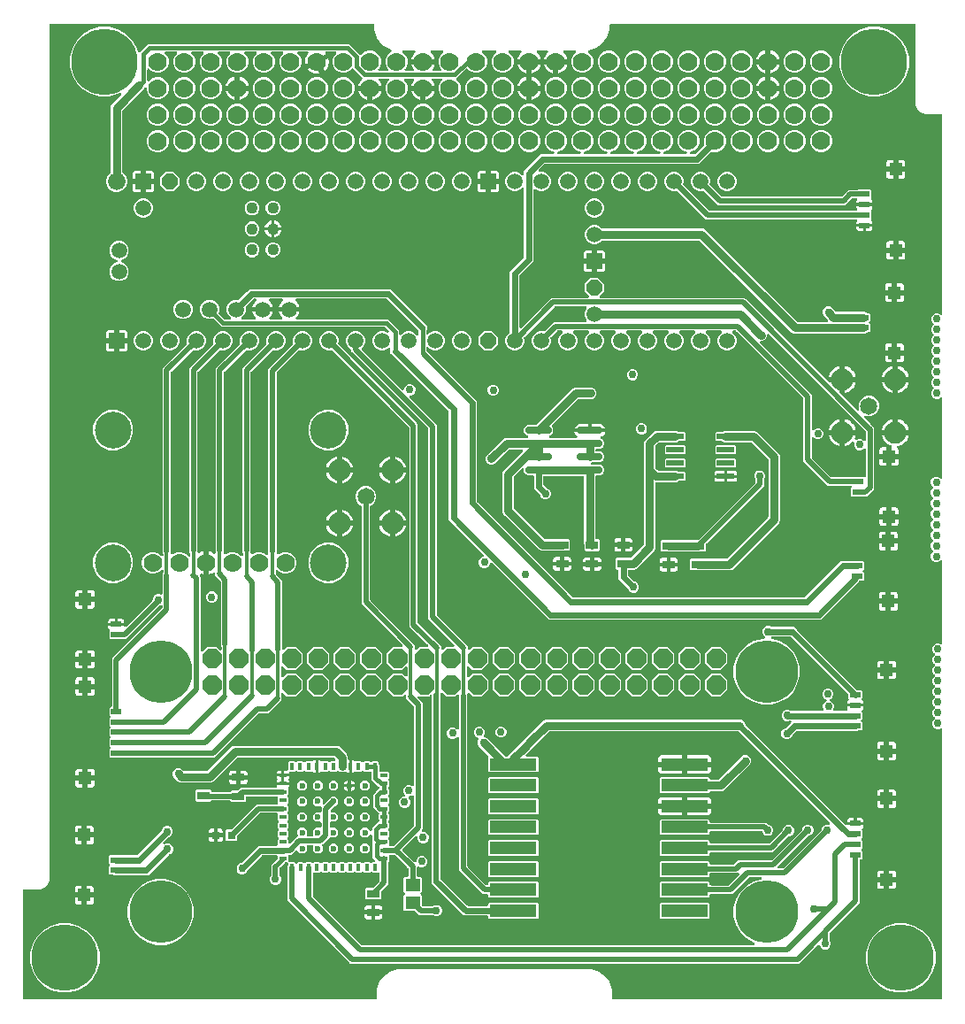
<source format=gbr>
G04 EAGLE Gerber RS-274X export*
G75*
%MOMM*%
%FSLAX34Y34*%
%LPD*%
%INBottom Copper*%
%IPPOS*%
%AMOC8*
5,1,8,0,0,1.08239X$1,22.5*%
G01*
%ADD10C,6.350000*%
%ADD11C,1.778000*%
%ADD12C,0.700000*%
%ADD13R,1.200000X0.800000*%
%ADD14R,0.700000X0.360000*%
%ADD15R,0.360000X0.700000*%
%ADD16C,0.600000*%
%ADD17R,0.800000X0.800000*%
%ADD18R,1.676400X0.508000*%
%ADD19R,4.500000X1.200000*%
%ADD20R,1.508000X1.508000*%
%ADD21C,1.676400*%
%ADD22P,1.632244X8X112.500000*%
%ADD23C,1.508000*%
%ADD24C,1.108000*%
%ADD25R,1.000000X0.550000*%
%ADD26R,1.300000X1.260000*%
%ADD27P,2.029481X8X22.500000*%
%ADD28C,2.100000*%
%ADD29C,1.650000*%
%ADD30R,1.470000X1.200000*%
%ADD31C,0.756400*%
%ADD32C,0.508000*%
%ADD33C,0.500000*%
%ADD34C,0.600000*%
%ADD35C,0.800000*%
%ADD36C,0.450000*%
%ADD37C,0.300000*%
%ADD38C,0.400000*%
%ADD39C,3.516000*%
%ADD40C,6.000000*%

G36*
X348733Y10811D02*
X348733Y10811D01*
X348852Y10818D01*
X348890Y10831D01*
X348931Y10836D01*
X349041Y10879D01*
X349154Y10916D01*
X349189Y10938D01*
X349226Y10953D01*
X349322Y11022D01*
X349423Y11086D01*
X349451Y11116D01*
X349484Y11139D01*
X349560Y11231D01*
X349641Y11318D01*
X349661Y11353D01*
X349686Y11384D01*
X349737Y11492D01*
X349795Y11596D01*
X349805Y11636D01*
X349822Y11672D01*
X349844Y11789D01*
X349874Y11904D01*
X349878Y11964D01*
X349882Y11984D01*
X349880Y12005D01*
X349884Y12065D01*
X349884Y20873D01*
X352110Y27722D01*
X356342Y33548D01*
X362168Y37780D01*
X369017Y40006D01*
X555543Y40006D01*
X562392Y37780D01*
X568218Y33548D01*
X572450Y27722D01*
X574676Y20873D01*
X574676Y12065D01*
X574691Y11947D01*
X574698Y11828D01*
X574711Y11790D01*
X574716Y11749D01*
X574759Y11639D01*
X574796Y11526D01*
X574818Y11491D01*
X574833Y11454D01*
X574902Y11358D01*
X574966Y11257D01*
X574996Y11229D01*
X575019Y11196D01*
X575111Y11120D01*
X575198Y11039D01*
X575233Y11019D01*
X575264Y10994D01*
X575372Y10943D01*
X575476Y10885D01*
X575516Y10875D01*
X575552Y10858D01*
X575669Y10836D01*
X575784Y10806D01*
X575844Y10802D01*
X575864Y10798D01*
X575885Y10800D01*
X575945Y10796D01*
X889635Y10796D01*
X889753Y10811D01*
X889872Y10818D01*
X889910Y10831D01*
X889951Y10836D01*
X890061Y10879D01*
X890174Y10916D01*
X890209Y10938D01*
X890246Y10953D01*
X890342Y11022D01*
X890443Y11086D01*
X890471Y11116D01*
X890504Y11139D01*
X890580Y11231D01*
X890661Y11318D01*
X890681Y11353D01*
X890706Y11384D01*
X890757Y11492D01*
X890815Y11596D01*
X890825Y11636D01*
X890842Y11672D01*
X890864Y11789D01*
X890894Y11904D01*
X890898Y11964D01*
X890902Y11984D01*
X890900Y12005D01*
X890904Y12065D01*
X890904Y269078D01*
X890898Y269127D01*
X890900Y269176D01*
X890878Y269284D01*
X890864Y269393D01*
X890846Y269439D01*
X890836Y269488D01*
X890788Y269586D01*
X890747Y269689D01*
X890718Y269729D01*
X890696Y269774D01*
X890625Y269857D01*
X890561Y269946D01*
X890522Y269978D01*
X890490Y270016D01*
X890400Y270079D01*
X890316Y270149D01*
X890271Y270170D01*
X890230Y270199D01*
X890127Y270238D01*
X890028Y270284D01*
X889979Y270294D01*
X889933Y270311D01*
X889823Y270324D01*
X889716Y270344D01*
X889666Y270341D01*
X889617Y270347D01*
X889508Y270331D01*
X889398Y270324D01*
X889351Y270309D01*
X889302Y270302D01*
X889149Y270250D01*
X887646Y269627D01*
X885534Y269627D01*
X883584Y270435D01*
X882091Y271928D01*
X881283Y273878D01*
X881283Y275990D01*
X882091Y277940D01*
X883268Y279116D01*
X883341Y279211D01*
X883419Y279300D01*
X883438Y279336D01*
X883463Y279368D01*
X883510Y279477D01*
X883564Y279583D01*
X883573Y279622D01*
X883589Y279660D01*
X883608Y279777D01*
X883634Y279893D01*
X883632Y279934D01*
X883639Y279974D01*
X883628Y280092D01*
X883624Y280211D01*
X883613Y280250D01*
X883609Y280290D01*
X883569Y280403D01*
X883536Y280517D01*
X883515Y280551D01*
X883501Y280590D01*
X883435Y280688D01*
X883374Y280791D01*
X883334Y280836D01*
X883323Y280853D01*
X883308Y280866D01*
X883268Y280911D01*
X882091Y282088D01*
X881283Y284038D01*
X881283Y286150D01*
X882091Y288100D01*
X883268Y289277D01*
X883341Y289371D01*
X883419Y289460D01*
X883438Y289496D01*
X883463Y289528D01*
X883510Y289637D01*
X883564Y289743D01*
X883573Y289782D01*
X883589Y289820D01*
X883608Y289937D01*
X883634Y290053D01*
X883632Y290094D01*
X883639Y290134D01*
X883628Y290252D01*
X883624Y290371D01*
X883613Y290410D01*
X883609Y290450D01*
X883569Y290562D01*
X883536Y290677D01*
X883515Y290712D01*
X883501Y290750D01*
X883434Y290848D01*
X883374Y290951D01*
X883334Y290996D01*
X883323Y291013D01*
X883308Y291026D01*
X883268Y291072D01*
X882091Y292248D01*
X881283Y294198D01*
X881283Y296310D01*
X882091Y298260D01*
X883268Y299436D01*
X883341Y299531D01*
X883419Y299620D01*
X883438Y299656D01*
X883463Y299688D01*
X883510Y299797D01*
X883564Y299903D01*
X883573Y299942D01*
X883589Y299980D01*
X883608Y300097D01*
X883634Y300213D01*
X883632Y300254D01*
X883639Y300294D01*
X883628Y300412D01*
X883624Y300531D01*
X883613Y300570D01*
X883609Y300610D01*
X883569Y300723D01*
X883536Y300837D01*
X883515Y300871D01*
X883501Y300910D01*
X883435Y301008D01*
X883374Y301111D01*
X883334Y301156D01*
X883323Y301173D01*
X883308Y301186D01*
X883268Y301231D01*
X882091Y302408D01*
X881283Y304358D01*
X881283Y306470D01*
X882091Y308420D01*
X883268Y309596D01*
X883341Y309691D01*
X883419Y309780D01*
X883438Y309816D01*
X883463Y309848D01*
X883510Y309957D01*
X883564Y310063D01*
X883573Y310102D01*
X883589Y310140D01*
X883608Y310257D01*
X883634Y310373D01*
X883632Y310414D01*
X883639Y310454D01*
X883628Y310572D01*
X883624Y310691D01*
X883613Y310730D01*
X883609Y310770D01*
X883569Y310883D01*
X883536Y310997D01*
X883515Y311031D01*
X883501Y311070D01*
X883435Y311168D01*
X883374Y311271D01*
X883334Y311316D01*
X883323Y311333D01*
X883308Y311346D01*
X883268Y311391D01*
X882091Y312568D01*
X881283Y314518D01*
X881283Y316630D01*
X882091Y318580D01*
X883268Y319756D01*
X883341Y319851D01*
X883419Y319940D01*
X883438Y319976D01*
X883463Y320008D01*
X883510Y320117D01*
X883564Y320223D01*
X883573Y320262D01*
X883589Y320300D01*
X883608Y320417D01*
X883634Y320533D01*
X883632Y320574D01*
X883639Y320614D01*
X883628Y320732D01*
X883624Y320851D01*
X883613Y320890D01*
X883609Y320930D01*
X883569Y321043D01*
X883536Y321157D01*
X883515Y321191D01*
X883501Y321230D01*
X883435Y321328D01*
X883374Y321431D01*
X883334Y321476D01*
X883323Y321493D01*
X883308Y321506D01*
X883268Y321551D01*
X882091Y322728D01*
X881283Y324678D01*
X881283Y326790D01*
X882091Y328740D01*
X883268Y329916D01*
X883341Y330011D01*
X883419Y330100D01*
X883438Y330136D01*
X883463Y330168D01*
X883510Y330277D01*
X883564Y330383D01*
X883573Y330422D01*
X883589Y330460D01*
X883608Y330577D01*
X883634Y330693D01*
X883632Y330734D01*
X883639Y330774D01*
X883628Y330892D01*
X883624Y331011D01*
X883613Y331050D01*
X883609Y331090D01*
X883569Y331203D01*
X883536Y331317D01*
X883515Y331351D01*
X883501Y331390D01*
X883435Y331488D01*
X883374Y331591D01*
X883334Y331636D01*
X883323Y331653D01*
X883308Y331666D01*
X883268Y331711D01*
X882091Y332888D01*
X881283Y334838D01*
X881283Y336950D01*
X882091Y338900D01*
X883268Y340076D01*
X883341Y340171D01*
X883419Y340260D01*
X883438Y340296D01*
X883463Y340328D01*
X883510Y340437D01*
X883564Y340543D01*
X883573Y340582D01*
X883589Y340620D01*
X883608Y340737D01*
X883634Y340853D01*
X883632Y340894D01*
X883639Y340934D01*
X883628Y341052D01*
X883624Y341171D01*
X883613Y341210D01*
X883609Y341250D01*
X883569Y341363D01*
X883536Y341477D01*
X883515Y341511D01*
X883501Y341550D01*
X883435Y341648D01*
X883374Y341751D01*
X883334Y341796D01*
X883323Y341813D01*
X883308Y341826D01*
X883268Y341871D01*
X882091Y343048D01*
X881283Y344998D01*
X881283Y347110D01*
X882091Y349060D01*
X883584Y350553D01*
X885534Y351361D01*
X887646Y351361D01*
X889149Y350738D01*
X889197Y350725D01*
X889242Y350704D01*
X889350Y350683D01*
X889456Y350654D01*
X889506Y350653D01*
X889555Y350644D01*
X889664Y350651D01*
X889774Y350649D01*
X889822Y350660D01*
X889872Y350664D01*
X889976Y350697D01*
X890083Y350723D01*
X890127Y350746D01*
X890174Y350762D01*
X890267Y350820D01*
X890364Y350872D01*
X890401Y350905D01*
X890443Y350932D01*
X890518Y351012D01*
X890600Y351086D01*
X890627Y351127D01*
X890661Y351163D01*
X890714Y351260D01*
X890774Y351351D01*
X890791Y351398D01*
X890815Y351442D01*
X890842Y351548D01*
X890878Y351652D01*
X890882Y351702D01*
X890894Y351750D01*
X890904Y351911D01*
X890904Y429779D01*
X890887Y429917D01*
X890874Y430056D01*
X890867Y430075D01*
X890864Y430095D01*
X890813Y430224D01*
X890766Y430355D01*
X890755Y430372D01*
X890747Y430390D01*
X890666Y430503D01*
X890588Y430618D01*
X890572Y430631D01*
X890561Y430648D01*
X890453Y430737D01*
X890349Y430828D01*
X890331Y430838D01*
X890316Y430851D01*
X890190Y430910D01*
X890066Y430973D01*
X890046Y430977D01*
X890028Y430986D01*
X889891Y431012D01*
X889756Y431043D01*
X889735Y431042D01*
X889716Y431046D01*
X889577Y431037D01*
X889438Y431033D01*
X889418Y431027D01*
X889398Y431026D01*
X889266Y430983D01*
X889132Y430945D01*
X889115Y430934D01*
X889096Y430928D01*
X888978Y430854D01*
X888858Y430783D01*
X888837Y430764D01*
X888827Y430758D01*
X888813Y430743D01*
X888738Y430677D01*
X888196Y430135D01*
X886246Y429327D01*
X884134Y429327D01*
X882184Y430135D01*
X880691Y431628D01*
X879883Y433578D01*
X879883Y435690D01*
X880691Y437640D01*
X881868Y438817D01*
X881941Y438911D01*
X882019Y439000D01*
X882038Y439036D01*
X882063Y439068D01*
X882110Y439177D01*
X882164Y439283D01*
X882173Y439322D01*
X882189Y439360D01*
X882208Y439477D01*
X882234Y439593D01*
X882232Y439634D01*
X882239Y439674D01*
X882228Y439792D01*
X882224Y439911D01*
X882213Y439950D01*
X882209Y439990D01*
X882169Y440102D01*
X882136Y440217D01*
X882115Y440252D01*
X882101Y440290D01*
X882034Y440388D01*
X881974Y440491D01*
X881934Y440536D01*
X881923Y440553D01*
X881908Y440566D01*
X881868Y440612D01*
X880691Y441788D01*
X879883Y443738D01*
X879883Y445850D01*
X880691Y447800D01*
X881868Y448976D01*
X881941Y449071D01*
X882019Y449160D01*
X882038Y449196D01*
X882063Y449228D01*
X882110Y449337D01*
X882164Y449443D01*
X882173Y449482D01*
X882189Y449520D01*
X882208Y449637D01*
X882234Y449753D01*
X882232Y449794D01*
X882239Y449834D01*
X882228Y449952D01*
X882224Y450071D01*
X882213Y450110D01*
X882209Y450150D01*
X882169Y450263D01*
X882136Y450377D01*
X882115Y450411D01*
X882101Y450450D01*
X882035Y450548D01*
X881974Y450651D01*
X881934Y450696D01*
X881923Y450713D01*
X881908Y450726D01*
X881868Y450771D01*
X880691Y451948D01*
X879883Y453898D01*
X879883Y456010D01*
X880691Y457960D01*
X881868Y459136D01*
X881941Y459231D01*
X882019Y459320D01*
X882038Y459356D01*
X882063Y459388D01*
X882110Y459497D01*
X882164Y459603D01*
X882173Y459642D01*
X882189Y459680D01*
X882208Y459797D01*
X882234Y459913D01*
X882232Y459954D01*
X882239Y459994D01*
X882228Y460112D01*
X882224Y460231D01*
X882213Y460270D01*
X882209Y460310D01*
X882169Y460423D01*
X882136Y460537D01*
X882115Y460571D01*
X882101Y460610D01*
X882035Y460708D01*
X881974Y460811D01*
X881934Y460856D01*
X881923Y460873D01*
X881908Y460886D01*
X881868Y460931D01*
X880691Y462108D01*
X879883Y464058D01*
X879883Y466170D01*
X880691Y468120D01*
X881868Y469296D01*
X881941Y469391D01*
X882019Y469480D01*
X882038Y469516D01*
X882063Y469548D01*
X882110Y469657D01*
X882164Y469763D01*
X882173Y469802D01*
X882189Y469840D01*
X882208Y469957D01*
X882234Y470073D01*
X882232Y470114D01*
X882239Y470154D01*
X882228Y470272D01*
X882224Y470391D01*
X882213Y470430D01*
X882209Y470470D01*
X882169Y470583D01*
X882136Y470697D01*
X882115Y470731D01*
X882101Y470770D01*
X882035Y470868D01*
X881974Y470971D01*
X881934Y471016D01*
X881923Y471033D01*
X881908Y471046D01*
X881868Y471091D01*
X880691Y472268D01*
X879883Y474218D01*
X879883Y476330D01*
X880691Y478280D01*
X881868Y479456D01*
X881941Y479551D01*
X882019Y479640D01*
X882038Y479676D01*
X882063Y479708D01*
X882110Y479817D01*
X882164Y479923D01*
X882173Y479962D01*
X882189Y480000D01*
X882208Y480117D01*
X882234Y480233D01*
X882232Y480274D01*
X882239Y480314D01*
X882228Y480432D01*
X882224Y480551D01*
X882213Y480590D01*
X882209Y480630D01*
X882169Y480743D01*
X882136Y480857D01*
X882115Y480891D01*
X882101Y480930D01*
X882035Y481028D01*
X881974Y481131D01*
X881934Y481176D01*
X881923Y481193D01*
X881908Y481206D01*
X881868Y481251D01*
X880691Y482428D01*
X879883Y484378D01*
X879883Y486490D01*
X880691Y488440D01*
X881868Y489616D01*
X881941Y489711D01*
X882019Y489800D01*
X882038Y489836D01*
X882063Y489868D01*
X882110Y489977D01*
X882164Y490083D01*
X882173Y490122D01*
X882189Y490160D01*
X882208Y490277D01*
X882234Y490393D01*
X882232Y490434D01*
X882239Y490474D01*
X882228Y490592D01*
X882224Y490711D01*
X882213Y490750D01*
X882209Y490790D01*
X882169Y490903D01*
X882136Y491017D01*
X882115Y491051D01*
X882101Y491090D01*
X882035Y491188D01*
X881974Y491291D01*
X881934Y491336D01*
X881923Y491353D01*
X881908Y491366D01*
X881868Y491411D01*
X880691Y492588D01*
X879883Y494538D01*
X879883Y496650D01*
X880691Y498600D01*
X881868Y499776D01*
X881941Y499871D01*
X882019Y499960D01*
X882038Y499996D01*
X882063Y500028D01*
X882110Y500137D01*
X882164Y500243D01*
X882173Y500282D01*
X882189Y500320D01*
X882208Y500437D01*
X882234Y500553D01*
X882232Y500594D01*
X882239Y500634D01*
X882228Y500752D01*
X882224Y500871D01*
X882213Y500910D01*
X882209Y500950D01*
X882169Y501063D01*
X882136Y501177D01*
X882115Y501211D01*
X882101Y501250D01*
X882035Y501348D01*
X881974Y501451D01*
X881934Y501496D01*
X881923Y501513D01*
X881908Y501526D01*
X881868Y501571D01*
X880691Y502748D01*
X879883Y504698D01*
X879883Y506810D01*
X880691Y508760D01*
X882184Y510253D01*
X884134Y511061D01*
X886246Y511061D01*
X888196Y510253D01*
X888738Y509711D01*
X888847Y509626D01*
X888954Y509537D01*
X888973Y509529D01*
X888989Y509516D01*
X889117Y509461D01*
X889242Y509402D01*
X889262Y509398D01*
X889281Y509390D01*
X889419Y509368D01*
X889555Y509342D01*
X889575Y509343D01*
X889595Y509340D01*
X889734Y509353D01*
X889872Y509362D01*
X889891Y509368D01*
X889911Y509370D01*
X890042Y509417D01*
X890174Y509460D01*
X890192Y509471D01*
X890211Y509478D01*
X890325Y509556D01*
X890443Y509630D01*
X890457Y509645D01*
X890474Y509656D01*
X890566Y509760D01*
X890661Y509862D01*
X890671Y509879D01*
X890684Y509895D01*
X890747Y510018D01*
X890815Y510140D01*
X890820Y510160D01*
X890829Y510178D01*
X890859Y510314D01*
X890894Y510448D01*
X890896Y510476D01*
X890899Y510488D01*
X890898Y510509D01*
X890904Y510609D01*
X890904Y585679D01*
X890887Y585817D01*
X890874Y585956D01*
X890867Y585975D01*
X890864Y585995D01*
X890813Y586124D01*
X890766Y586255D01*
X890755Y586272D01*
X890747Y586290D01*
X890666Y586403D01*
X890588Y586518D01*
X890572Y586531D01*
X890561Y586548D01*
X890454Y586636D01*
X890349Y586728D01*
X890331Y586738D01*
X890316Y586751D01*
X890190Y586810D01*
X890066Y586873D01*
X890046Y586878D01*
X890028Y586886D01*
X889892Y586912D01*
X889756Y586943D01*
X889735Y586942D01*
X889716Y586946D01*
X889577Y586937D01*
X889438Y586933D01*
X889418Y586927D01*
X889398Y586926D01*
X889266Y586883D01*
X889132Y586845D01*
X889115Y586834D01*
X889096Y586828D01*
X888978Y586754D01*
X888858Y586683D01*
X888837Y586664D01*
X888827Y586658D01*
X888813Y586643D01*
X888737Y586577D01*
X888496Y586335D01*
X886546Y585527D01*
X884434Y585527D01*
X882484Y586335D01*
X880991Y587828D01*
X880183Y589778D01*
X880183Y591890D01*
X880991Y593840D01*
X882168Y595016D01*
X882241Y595111D01*
X882319Y595200D01*
X882338Y595236D01*
X882363Y595268D01*
X882410Y595377D01*
X882464Y595483D01*
X882473Y595522D01*
X882489Y595560D01*
X882508Y595677D01*
X882534Y595793D01*
X882532Y595834D01*
X882539Y595874D01*
X882528Y595992D01*
X882524Y596111D01*
X882513Y596150D01*
X882509Y596190D01*
X882469Y596303D01*
X882436Y596417D01*
X882416Y596449D01*
X882413Y596459D01*
X882411Y596462D01*
X882401Y596490D01*
X882335Y596588D01*
X882274Y596691D01*
X882248Y596721D01*
X882243Y596728D01*
X882233Y596737D01*
X882223Y596753D01*
X882208Y596766D01*
X882168Y596811D01*
X880991Y597988D01*
X880183Y599938D01*
X880183Y602050D01*
X880991Y604000D01*
X882168Y605177D01*
X882241Y605271D01*
X882319Y605360D01*
X882329Y605378D01*
X882341Y605393D01*
X882350Y605412D01*
X882363Y605428D01*
X882410Y605537D01*
X882464Y605643D01*
X882468Y605663D01*
X882477Y605681D01*
X882481Y605701D01*
X882489Y605720D01*
X882508Y605837D01*
X882534Y605953D01*
X882533Y605974D01*
X882537Y605993D01*
X882536Y606013D01*
X882539Y606034D01*
X882528Y606152D01*
X882524Y606271D01*
X882518Y606291D01*
X882517Y606311D01*
X882511Y606330D01*
X882509Y606350D01*
X882469Y606462D01*
X882436Y606577D01*
X882425Y606594D01*
X882419Y606613D01*
X882408Y606630D01*
X882401Y606650D01*
X882334Y606748D01*
X882274Y606851D01*
X882255Y606872D01*
X882249Y606882D01*
X882234Y606896D01*
X882223Y606913D01*
X882208Y606926D01*
X882168Y606972D01*
X880991Y608148D01*
X880183Y610098D01*
X880183Y612210D01*
X880991Y614160D01*
X882168Y615336D01*
X882241Y615431D01*
X882319Y615520D01*
X882330Y615541D01*
X882336Y615547D01*
X882342Y615561D01*
X882363Y615588D01*
X882410Y615697D01*
X882464Y615803D01*
X882473Y615842D01*
X882489Y615880D01*
X882508Y615997D01*
X882534Y616113D01*
X882532Y616154D01*
X882539Y616194D01*
X882528Y616312D01*
X882524Y616431D01*
X882513Y616470D01*
X882509Y616510D01*
X882469Y616623D01*
X882436Y616737D01*
X882415Y616771D01*
X882401Y616810D01*
X882335Y616908D01*
X882274Y617011D01*
X882234Y617056D01*
X882223Y617073D01*
X882208Y617086D01*
X882168Y617131D01*
X880991Y618308D01*
X880183Y620258D01*
X880183Y622370D01*
X880991Y624320D01*
X882168Y625496D01*
X882241Y625591D01*
X882319Y625680D01*
X882338Y625716D01*
X882363Y625748D01*
X882410Y625857D01*
X882464Y625963D01*
X882473Y626002D01*
X882489Y626040D01*
X882508Y626157D01*
X882534Y626273D01*
X882532Y626314D01*
X882539Y626354D01*
X882528Y626472D01*
X882524Y626591D01*
X882513Y626630D01*
X882509Y626670D01*
X882469Y626783D01*
X882436Y626897D01*
X882415Y626931D01*
X882401Y626970D01*
X882335Y627068D01*
X882274Y627171D01*
X882234Y627216D01*
X882223Y627233D01*
X882208Y627246D01*
X882168Y627291D01*
X880991Y628468D01*
X880183Y630418D01*
X880183Y632530D01*
X880991Y634480D01*
X882168Y635656D01*
X882241Y635751D01*
X882319Y635840D01*
X882338Y635876D01*
X882363Y635908D01*
X882410Y636017D01*
X882464Y636123D01*
X882473Y636162D01*
X882489Y636200D01*
X882508Y636317D01*
X882534Y636433D01*
X882532Y636474D01*
X882539Y636514D01*
X882528Y636632D01*
X882524Y636751D01*
X882513Y636790D01*
X882509Y636830D01*
X882469Y636943D01*
X882436Y637057D01*
X882415Y637091D01*
X882401Y637130D01*
X882335Y637228D01*
X882274Y637331D01*
X882234Y637376D01*
X882223Y637393D01*
X882208Y637406D01*
X882168Y637451D01*
X880991Y638628D01*
X880183Y640578D01*
X880183Y642690D01*
X880991Y644640D01*
X882168Y645816D01*
X882241Y645911D01*
X882319Y646000D01*
X882338Y646036D01*
X882363Y646068D01*
X882410Y646177D01*
X882464Y646283D01*
X882473Y646322D01*
X882489Y646360D01*
X882508Y646477D01*
X882534Y646593D01*
X882532Y646634D01*
X882539Y646674D01*
X882528Y646792D01*
X882524Y646911D01*
X882513Y646950D01*
X882509Y646990D01*
X882469Y647103D01*
X882436Y647217D01*
X882415Y647251D01*
X882401Y647290D01*
X882335Y647388D01*
X882274Y647491D01*
X882234Y647536D01*
X882223Y647553D01*
X882208Y647566D01*
X882168Y647611D01*
X880991Y648788D01*
X880183Y650738D01*
X880183Y652850D01*
X880991Y654800D01*
X882168Y655976D01*
X882241Y656071D01*
X882319Y656160D01*
X882338Y656196D01*
X882363Y656228D01*
X882410Y656337D01*
X882464Y656443D01*
X882473Y656482D01*
X882489Y656520D01*
X882508Y656637D01*
X882534Y656753D01*
X882532Y656794D01*
X882539Y656834D01*
X882528Y656952D01*
X882524Y657071D01*
X882513Y657110D01*
X882509Y657150D01*
X882469Y657263D01*
X882436Y657377D01*
X882415Y657411D01*
X882401Y657450D01*
X882335Y657548D01*
X882274Y657651D01*
X882234Y657696D01*
X882223Y657713D01*
X882208Y657726D01*
X882168Y657771D01*
X880991Y658948D01*
X880183Y660898D01*
X880183Y663010D01*
X880991Y664960D01*
X882484Y666453D01*
X884434Y667261D01*
X886546Y667261D01*
X888496Y666453D01*
X888737Y666211D01*
X888847Y666126D01*
X888954Y666037D01*
X888973Y666029D01*
X888989Y666016D01*
X889116Y665961D01*
X889242Y665902D01*
X889262Y665898D01*
X889281Y665890D01*
X889418Y665868D01*
X889555Y665842D01*
X889575Y665843D01*
X889595Y665840D01*
X889734Y665853D01*
X889872Y665862D01*
X889891Y665868D01*
X889911Y665870D01*
X890043Y665917D01*
X890174Y665960D01*
X890191Y665971D01*
X890211Y665978D01*
X890326Y666056D01*
X890443Y666130D01*
X890457Y666145D01*
X890474Y666156D01*
X890566Y666260D01*
X890661Y666362D01*
X890671Y666379D01*
X890684Y666395D01*
X890748Y666519D01*
X890815Y666640D01*
X890820Y666660D01*
X890829Y666678D01*
X890859Y666814D01*
X890894Y666948D01*
X890896Y666976D01*
X890899Y666988D01*
X890898Y667009D01*
X890904Y667109D01*
X890904Y856615D01*
X890889Y856733D01*
X890882Y856852D01*
X890869Y856890D01*
X890864Y856931D01*
X890821Y857041D01*
X890784Y857154D01*
X890762Y857189D01*
X890747Y857226D01*
X890678Y857322D01*
X890614Y857423D01*
X890584Y857451D01*
X890561Y857484D01*
X890469Y857560D01*
X890382Y857641D01*
X890347Y857661D01*
X890316Y857686D01*
X890208Y857737D01*
X890104Y857795D01*
X890064Y857805D01*
X890028Y857822D01*
X889911Y857844D01*
X889796Y857874D01*
X889736Y857878D01*
X889716Y857882D01*
X889695Y857880D01*
X889635Y857884D01*
X874153Y857884D01*
X870185Y859528D01*
X867148Y862565D01*
X865504Y866533D01*
X865504Y942975D01*
X865489Y943093D01*
X865482Y943212D01*
X865469Y943250D01*
X865464Y943291D01*
X865421Y943401D01*
X865384Y943514D01*
X865362Y943549D01*
X865347Y943586D01*
X865278Y943682D01*
X865214Y943783D01*
X865184Y943811D01*
X865161Y943844D01*
X865069Y943920D01*
X864982Y944001D01*
X864947Y944021D01*
X864916Y944046D01*
X864808Y944097D01*
X864704Y944155D01*
X864664Y944165D01*
X864628Y944182D01*
X864511Y944204D01*
X864396Y944234D01*
X864336Y944238D01*
X864316Y944242D01*
X864295Y944240D01*
X864235Y944244D01*
X574040Y944244D01*
X574018Y944242D01*
X573941Y944240D01*
X573841Y944233D01*
X573773Y944219D01*
X573704Y944214D01*
X573548Y944174D01*
X573359Y944113D01*
X573252Y944062D01*
X573142Y944019D01*
X573090Y943986D01*
X573072Y943977D01*
X573056Y943965D01*
X573006Y943933D01*
X572845Y943816D01*
X572759Y943735D01*
X572667Y943659D01*
X572628Y943612D01*
X572613Y943598D01*
X572602Y943581D01*
X572564Y943535D01*
X572447Y943374D01*
X572390Y943270D01*
X572326Y943170D01*
X572304Y943114D01*
X572294Y943096D01*
X572289Y943076D01*
X572267Y943021D01*
X572206Y942832D01*
X572193Y942764D01*
X572170Y942698D01*
X572147Y942539D01*
X572140Y942440D01*
X572141Y942418D01*
X572136Y942340D01*
X572136Y938619D01*
X569836Y931540D01*
X565461Y925519D01*
X559440Y921144D01*
X552575Y918914D01*
X552485Y918871D01*
X552391Y918838D01*
X552342Y918804D01*
X552287Y918778D01*
X552211Y918715D01*
X552128Y918659D01*
X552088Y918614D01*
X552042Y918576D01*
X551984Y918495D01*
X551918Y918421D01*
X551890Y918367D01*
X551855Y918318D01*
X551818Y918226D01*
X551773Y918137D01*
X551760Y918079D01*
X551738Y918023D01*
X551725Y917924D01*
X551704Y917827D01*
X551705Y917767D01*
X551698Y917707D01*
X551710Y917609D01*
X551713Y917509D01*
X551730Y917451D01*
X551738Y917392D01*
X551774Y917299D01*
X551802Y917204D01*
X551832Y917152D01*
X551854Y917096D01*
X551913Y917015D01*
X551963Y916930D01*
X552029Y916855D01*
X552041Y916838D01*
X552051Y916831D01*
X552070Y916809D01*
X554929Y913949D01*
X556515Y910122D01*
X556515Y905978D01*
X554929Y902151D01*
X551999Y899221D01*
X548172Y897635D01*
X544028Y897635D01*
X540201Y899221D01*
X537271Y902151D01*
X535685Y905978D01*
X535685Y910122D01*
X537271Y913949D01*
X539999Y916678D01*
X540084Y916787D01*
X540173Y916894D01*
X540181Y916913D01*
X540194Y916929D01*
X540249Y917057D01*
X540308Y917182D01*
X540312Y917202D01*
X540320Y917221D01*
X540342Y917359D01*
X540368Y917495D01*
X540367Y917515D01*
X540370Y917535D01*
X540357Y917673D01*
X540348Y917812D01*
X540342Y917831D01*
X540340Y917851D01*
X540293Y917983D01*
X540250Y918114D01*
X540239Y918132D01*
X540233Y918151D01*
X540155Y918266D01*
X540080Y918383D01*
X540065Y918397D01*
X540054Y918414D01*
X539950Y918506D01*
X539849Y918601D01*
X539831Y918611D01*
X539816Y918624D01*
X539691Y918688D01*
X539570Y918755D01*
X539550Y918760D01*
X539532Y918769D01*
X539397Y918799D01*
X539262Y918834D01*
X539234Y918836D01*
X539222Y918839D01*
X539202Y918838D01*
X539101Y918844D01*
X529135Y918844D01*
X528997Y918827D01*
X528859Y918814D01*
X528840Y918807D01*
X528820Y918804D01*
X528691Y918753D01*
X528560Y918706D01*
X528543Y918695D01*
X528524Y918687D01*
X528412Y918606D01*
X528297Y918528D01*
X528283Y918512D01*
X528267Y918501D01*
X528178Y918393D01*
X528086Y918289D01*
X528077Y918271D01*
X528064Y918256D01*
X528005Y918130D01*
X527942Y918006D01*
X527937Y917986D01*
X527929Y917968D01*
X527902Y917831D01*
X527872Y917696D01*
X527873Y917675D01*
X527869Y917656D01*
X527877Y917517D01*
X527882Y917378D01*
X527887Y917358D01*
X527889Y917338D01*
X527931Y917206D01*
X527970Y917072D01*
X527980Y917055D01*
X527987Y917036D01*
X528061Y916918D01*
X528132Y916798D01*
X528150Y916777D01*
X528157Y916767D01*
X528172Y916753D01*
X528238Y916678D01*
X529419Y915497D01*
X530477Y914041D01*
X531293Y912438D01*
X531849Y910727D01*
X531871Y910589D01*
X521970Y910589D01*
X521852Y910574D01*
X521733Y910567D01*
X521695Y910554D01*
X521655Y910549D01*
X521544Y910506D01*
X521431Y910469D01*
X521397Y910447D01*
X521359Y910432D01*
X521263Y910362D01*
X521162Y910299D01*
X521134Y910269D01*
X521102Y910245D01*
X521026Y910154D01*
X520944Y910067D01*
X520925Y910032D01*
X520899Y910001D01*
X520848Y909893D01*
X520791Y909789D01*
X520780Y909749D01*
X520763Y909713D01*
X520741Y909596D01*
X520711Y909481D01*
X520707Y909420D01*
X520703Y909400D01*
X520705Y909380D01*
X520701Y909320D01*
X520701Y908049D01*
X520699Y908049D01*
X520699Y909320D01*
X520684Y909438D01*
X520677Y909557D01*
X520664Y909595D01*
X520659Y909635D01*
X520615Y909746D01*
X520579Y909859D01*
X520557Y909894D01*
X520542Y909931D01*
X520472Y910027D01*
X520409Y910128D01*
X520379Y910156D01*
X520355Y910189D01*
X520264Y910264D01*
X520177Y910346D01*
X520142Y910366D01*
X520110Y910391D01*
X520003Y910442D01*
X519898Y910500D01*
X519859Y910510D01*
X519823Y910527D01*
X519706Y910549D01*
X519591Y910579D01*
X519530Y910583D01*
X519510Y910587D01*
X519490Y910585D01*
X519430Y910589D01*
X509529Y910589D01*
X509551Y910727D01*
X510107Y912438D01*
X510923Y914041D01*
X511981Y915497D01*
X513162Y916678D01*
X513247Y916787D01*
X513336Y916894D01*
X513345Y916913D01*
X513357Y916929D01*
X513412Y917056D01*
X513471Y917182D01*
X513475Y917202D01*
X513483Y917221D01*
X513505Y917359D01*
X513531Y917495D01*
X513530Y917515D01*
X513533Y917535D01*
X513520Y917673D01*
X513511Y917812D01*
X513505Y917831D01*
X513503Y917851D01*
X513456Y917983D01*
X513413Y918114D01*
X513403Y918132D01*
X513396Y918151D01*
X513318Y918266D01*
X513243Y918383D01*
X513229Y918397D01*
X513217Y918414D01*
X513113Y918506D01*
X513012Y918601D01*
X512994Y918611D01*
X512979Y918624D01*
X512855Y918687D01*
X512733Y918755D01*
X512714Y918760D01*
X512696Y918769D01*
X512560Y918799D01*
X512425Y918834D01*
X512397Y918836D01*
X512385Y918839D01*
X512365Y918838D01*
X512265Y918844D01*
X503735Y918844D01*
X503597Y918827D01*
X503459Y918814D01*
X503440Y918807D01*
X503420Y918804D01*
X503291Y918753D01*
X503160Y918706D01*
X503143Y918695D01*
X503124Y918687D01*
X503012Y918606D01*
X502897Y918528D01*
X502883Y918512D01*
X502867Y918501D01*
X502778Y918393D01*
X502686Y918289D01*
X502677Y918271D01*
X502664Y918256D01*
X502605Y918130D01*
X502542Y918006D01*
X502537Y917986D01*
X502529Y917968D01*
X502502Y917831D01*
X502472Y917696D01*
X502473Y917675D01*
X502469Y917656D01*
X502477Y917517D01*
X502482Y917378D01*
X502487Y917358D01*
X502489Y917338D01*
X502531Y917206D01*
X502570Y917072D01*
X502580Y917055D01*
X502587Y917036D01*
X502661Y916918D01*
X502732Y916798D01*
X502750Y916777D01*
X502757Y916767D01*
X502772Y916753D01*
X502838Y916678D01*
X504019Y915497D01*
X505077Y914041D01*
X505893Y912438D01*
X506449Y910727D01*
X506471Y910589D01*
X496570Y910589D01*
X496452Y910574D01*
X496333Y910567D01*
X496295Y910554D01*
X496255Y910549D01*
X496144Y910506D01*
X496031Y910469D01*
X495997Y910447D01*
X495959Y910432D01*
X495863Y910362D01*
X495762Y910299D01*
X495734Y910269D01*
X495702Y910245D01*
X495626Y910154D01*
X495544Y910067D01*
X495525Y910032D01*
X495499Y910001D01*
X495448Y909893D01*
X495391Y909789D01*
X495380Y909749D01*
X495363Y909713D01*
X495341Y909596D01*
X495311Y909481D01*
X495307Y909420D01*
X495303Y909400D01*
X495305Y909380D01*
X495301Y909320D01*
X495301Y908049D01*
X495299Y908049D01*
X495299Y909320D01*
X495284Y909438D01*
X495277Y909557D01*
X495264Y909595D01*
X495259Y909635D01*
X495215Y909746D01*
X495179Y909859D01*
X495157Y909894D01*
X495142Y909931D01*
X495072Y910027D01*
X495009Y910128D01*
X494979Y910156D01*
X494955Y910189D01*
X494864Y910264D01*
X494777Y910346D01*
X494742Y910366D01*
X494710Y910391D01*
X494603Y910442D01*
X494498Y910500D01*
X494459Y910510D01*
X494423Y910527D01*
X494306Y910549D01*
X494191Y910579D01*
X494130Y910583D01*
X494110Y910587D01*
X494090Y910585D01*
X494030Y910589D01*
X484129Y910589D01*
X484151Y910727D01*
X484707Y912438D01*
X485523Y914041D01*
X486581Y915497D01*
X487762Y916678D01*
X487847Y916787D01*
X487936Y916894D01*
X487945Y916913D01*
X487957Y916929D01*
X488012Y917056D01*
X488071Y917182D01*
X488075Y917202D01*
X488083Y917221D01*
X488105Y917359D01*
X488131Y917495D01*
X488130Y917515D01*
X488133Y917535D01*
X488120Y917673D01*
X488111Y917812D01*
X488105Y917831D01*
X488103Y917851D01*
X488056Y917983D01*
X488013Y918114D01*
X488003Y918132D01*
X487996Y918151D01*
X487918Y918266D01*
X487843Y918383D01*
X487829Y918397D01*
X487817Y918414D01*
X487713Y918506D01*
X487612Y918601D01*
X487594Y918611D01*
X487579Y918624D01*
X487455Y918687D01*
X487333Y918755D01*
X487314Y918760D01*
X487296Y918769D01*
X487160Y918799D01*
X487025Y918834D01*
X486997Y918836D01*
X486985Y918839D01*
X486965Y918838D01*
X486865Y918844D01*
X476899Y918844D01*
X476761Y918827D01*
X476622Y918814D01*
X476603Y918807D01*
X476583Y918804D01*
X476454Y918753D01*
X476323Y918706D01*
X476306Y918695D01*
X476287Y918687D01*
X476175Y918606D01*
X476060Y918528D01*
X476046Y918512D01*
X476030Y918501D01*
X475941Y918393D01*
X475849Y918289D01*
X475840Y918271D01*
X475827Y918256D01*
X475768Y918130D01*
X475705Y918006D01*
X475700Y917986D01*
X475692Y917968D01*
X475666Y917832D01*
X475635Y917696D01*
X475636Y917675D01*
X475632Y917656D01*
X475641Y917517D01*
X475645Y917378D01*
X475650Y917358D01*
X475652Y917338D01*
X475694Y917206D01*
X475733Y917072D01*
X475743Y917055D01*
X475750Y917036D01*
X475824Y916918D01*
X475895Y916798D01*
X475913Y916777D01*
X475920Y916767D01*
X475935Y916753D01*
X476001Y916678D01*
X478729Y913949D01*
X480315Y910122D01*
X480315Y905978D01*
X478729Y902151D01*
X475799Y899221D01*
X471972Y897635D01*
X467828Y897635D01*
X464001Y899221D01*
X461071Y902151D01*
X459485Y905978D01*
X459485Y910122D01*
X461071Y913949D01*
X463799Y916678D01*
X463884Y916787D01*
X463973Y916894D01*
X463981Y916913D01*
X463994Y916929D01*
X464049Y917057D01*
X464108Y917182D01*
X464112Y917202D01*
X464120Y917221D01*
X464142Y917359D01*
X464168Y917495D01*
X464167Y917515D01*
X464170Y917535D01*
X464157Y917673D01*
X464148Y917812D01*
X464142Y917831D01*
X464140Y917851D01*
X464093Y917983D01*
X464050Y918114D01*
X464039Y918132D01*
X464033Y918151D01*
X463955Y918266D01*
X463880Y918383D01*
X463865Y918397D01*
X463854Y918414D01*
X463750Y918506D01*
X463649Y918601D01*
X463631Y918611D01*
X463616Y918624D01*
X463491Y918688D01*
X463370Y918755D01*
X463350Y918760D01*
X463332Y918769D01*
X463197Y918799D01*
X463062Y918834D01*
X463034Y918836D01*
X463022Y918839D01*
X463002Y918838D01*
X462901Y918844D01*
X451499Y918844D01*
X451361Y918827D01*
X451222Y918814D01*
X451203Y918807D01*
X451183Y918804D01*
X451054Y918753D01*
X450923Y918706D01*
X450906Y918695D01*
X450887Y918687D01*
X450775Y918606D01*
X450660Y918528D01*
X450646Y918512D01*
X450630Y918501D01*
X450541Y918393D01*
X450449Y918289D01*
X450440Y918271D01*
X450427Y918256D01*
X450368Y918130D01*
X450305Y918006D01*
X450300Y917986D01*
X450292Y917968D01*
X450266Y917832D01*
X450235Y917696D01*
X450236Y917675D01*
X450232Y917656D01*
X450241Y917517D01*
X450245Y917378D01*
X450250Y917358D01*
X450252Y917338D01*
X450294Y917206D01*
X450333Y917072D01*
X450343Y917055D01*
X450350Y917036D01*
X450424Y916918D01*
X450495Y916798D01*
X450513Y916777D01*
X450520Y916767D01*
X450535Y916753D01*
X450601Y916678D01*
X453329Y913949D01*
X454915Y910122D01*
X454915Y905978D01*
X453329Y902151D01*
X450399Y899221D01*
X446572Y897635D01*
X442428Y897635D01*
X438601Y899221D01*
X436604Y901218D01*
X436509Y901291D01*
X436420Y901370D01*
X436384Y901388D01*
X436352Y901413D01*
X436243Y901460D01*
X436137Y901514D01*
X436098Y901523D01*
X436060Y901539D01*
X435943Y901558D01*
X435827Y901584D01*
X435786Y901583D01*
X435746Y901589D01*
X435628Y901578D01*
X435509Y901574D01*
X435470Y901563D01*
X435430Y901559D01*
X435318Y901519D01*
X435203Y901486D01*
X435169Y901465D01*
X435130Y901452D01*
X435032Y901385D01*
X434929Y901324D01*
X434884Y901284D01*
X434867Y901273D01*
X434854Y901258D01*
X434809Y901218D01*
X425932Y892341D01*
X425859Y892247D01*
X425780Y892158D01*
X425762Y892122D01*
X425737Y892090D01*
X425690Y891981D01*
X425636Y891875D01*
X425627Y891835D01*
X425611Y891798D01*
X425592Y891681D01*
X425566Y891565D01*
X425567Y891524D01*
X425561Y891484D01*
X425572Y891366D01*
X425576Y891247D01*
X425587Y891208D01*
X425591Y891168D01*
X425631Y891055D01*
X425664Y890941D01*
X425685Y890906D01*
X425698Y890868D01*
X425765Y890770D01*
X425826Y890667D01*
X425866Y890622D01*
X425877Y890605D01*
X425892Y890592D01*
X425932Y890546D01*
X427929Y888549D01*
X429515Y884722D01*
X429515Y880578D01*
X427929Y876751D01*
X424999Y873821D01*
X421172Y872235D01*
X417028Y872235D01*
X413201Y873821D01*
X410271Y876751D01*
X408685Y880578D01*
X408685Y884722D01*
X410271Y888549D01*
X411666Y889945D01*
X411751Y890054D01*
X411840Y890161D01*
X411848Y890180D01*
X411861Y890196D01*
X411916Y890324D01*
X411975Y890449D01*
X411979Y890469D01*
X411987Y890488D01*
X412009Y890626D01*
X412035Y890762D01*
X412034Y890782D01*
X412037Y890802D01*
X412024Y890941D01*
X412015Y891079D01*
X412009Y891098D01*
X412007Y891118D01*
X411960Y891250D01*
X411917Y891381D01*
X411906Y891399D01*
X411900Y891418D01*
X411822Y891533D01*
X411747Y891650D01*
X411732Y891664D01*
X411721Y891681D01*
X411617Y891773D01*
X411516Y891868D01*
X411498Y891878D01*
X411483Y891891D01*
X411358Y891955D01*
X411237Y892022D01*
X411217Y892027D01*
X411199Y892036D01*
X411064Y892066D01*
X410929Y892101D01*
X410901Y892103D01*
X410889Y892106D01*
X410869Y892105D01*
X410768Y892111D01*
X403446Y892111D01*
X403407Y892106D01*
X403367Y892109D01*
X403249Y892086D01*
X403131Y892071D01*
X403094Y892057D01*
X403055Y892049D01*
X402946Y891998D01*
X402835Y891954D01*
X402803Y891931D01*
X402767Y891914D01*
X402674Y891838D01*
X402578Y891768D01*
X402552Y891737D01*
X402522Y891712D01*
X402451Y891615D01*
X402375Y891523D01*
X402358Y891487D01*
X402334Y891454D01*
X402290Y891343D01*
X402239Y891235D01*
X402232Y891196D01*
X402217Y891159D01*
X402202Y891040D01*
X402179Y890923D01*
X402182Y890883D01*
X402177Y890843D01*
X402192Y890725D01*
X402199Y890605D01*
X402212Y890567D01*
X402216Y890528D01*
X402260Y890416D01*
X402297Y890303D01*
X402319Y890269D01*
X402333Y890232D01*
X402419Y890096D01*
X403476Y888641D01*
X404293Y887038D01*
X404849Y885327D01*
X404871Y885189D01*
X394970Y885189D01*
X394852Y885174D01*
X394733Y885167D01*
X394695Y885154D01*
X394655Y885149D01*
X394544Y885106D01*
X394431Y885069D01*
X394397Y885047D01*
X394359Y885032D01*
X394263Y884962D01*
X394162Y884899D01*
X394134Y884869D01*
X394102Y884845D01*
X394026Y884754D01*
X393944Y884667D01*
X393925Y884632D01*
X393899Y884601D01*
X393848Y884493D01*
X393791Y884389D01*
X393780Y884349D01*
X393763Y884313D01*
X393741Y884196D01*
X393711Y884081D01*
X393707Y884020D01*
X393703Y884000D01*
X393705Y883980D01*
X393701Y883920D01*
X393701Y882649D01*
X393699Y882649D01*
X393699Y883920D01*
X393684Y884038D01*
X393677Y884157D01*
X393664Y884195D01*
X393659Y884235D01*
X393615Y884346D01*
X393579Y884459D01*
X393557Y884494D01*
X393542Y884531D01*
X393472Y884627D01*
X393409Y884728D01*
X393379Y884756D01*
X393355Y884789D01*
X393264Y884864D01*
X393177Y884946D01*
X393142Y884966D01*
X393110Y884991D01*
X393003Y885042D01*
X392898Y885100D01*
X392859Y885110D01*
X392823Y885127D01*
X392706Y885149D01*
X392591Y885179D01*
X392530Y885183D01*
X392510Y885187D01*
X392490Y885185D01*
X392430Y885189D01*
X382529Y885189D01*
X382551Y885327D01*
X383107Y887038D01*
X383924Y888641D01*
X384981Y890096D01*
X385000Y890131D01*
X385025Y890161D01*
X385076Y890270D01*
X385134Y890375D01*
X385144Y890413D01*
X385161Y890449D01*
X385183Y890566D01*
X385213Y890683D01*
X385213Y890723D01*
X385221Y890762D01*
X385213Y890881D01*
X385213Y891001D01*
X385203Y891039D01*
X385201Y891079D01*
X385164Y891193D01*
X385134Y891309D01*
X385115Y891344D01*
X385103Y891381D01*
X385039Y891483D01*
X384981Y891587D01*
X384954Y891616D01*
X384933Y891650D01*
X384845Y891732D01*
X384764Y891819D01*
X384730Y891841D01*
X384701Y891868D01*
X384596Y891926D01*
X384495Y891990D01*
X384457Y892002D01*
X384422Y892022D01*
X384307Y892051D01*
X384193Y892089D01*
X384153Y892091D01*
X384115Y892101D01*
X383954Y892111D01*
X376632Y892111D01*
X376494Y892094D01*
X376355Y892081D01*
X376336Y892074D01*
X376316Y892071D01*
X376187Y892020D01*
X376056Y891973D01*
X376039Y891962D01*
X376020Y891954D01*
X375908Y891873D01*
X375793Y891795D01*
X375779Y891779D01*
X375763Y891768D01*
X375674Y891660D01*
X375582Y891556D01*
X375573Y891538D01*
X375560Y891523D01*
X375501Y891397D01*
X375438Y891273D01*
X375433Y891253D01*
X375425Y891235D01*
X375399Y891098D01*
X375368Y890963D01*
X375369Y890942D01*
X375365Y890923D01*
X375374Y890784D01*
X375378Y890645D01*
X375383Y890625D01*
X375385Y890605D01*
X375427Y890473D01*
X375466Y890339D01*
X375476Y890322D01*
X375483Y890303D01*
X375557Y890185D01*
X375628Y890065D01*
X375646Y890044D01*
X375653Y890034D01*
X375668Y890020D01*
X375734Y889945D01*
X377129Y888549D01*
X378715Y884722D01*
X378715Y880578D01*
X377129Y876751D01*
X374199Y873821D01*
X370372Y872235D01*
X366228Y872235D01*
X362401Y873821D01*
X359471Y876751D01*
X357885Y880578D01*
X357885Y884722D01*
X359471Y888549D01*
X360866Y889945D01*
X360951Y890054D01*
X361040Y890161D01*
X361048Y890180D01*
X361061Y890196D01*
X361116Y890324D01*
X361175Y890449D01*
X361179Y890469D01*
X361187Y890488D01*
X361209Y890626D01*
X361235Y890762D01*
X361234Y890782D01*
X361237Y890802D01*
X361224Y890941D01*
X361215Y891079D01*
X361209Y891098D01*
X361207Y891118D01*
X361160Y891250D01*
X361117Y891381D01*
X361106Y891399D01*
X361100Y891418D01*
X361022Y891533D01*
X360947Y891650D01*
X360932Y891664D01*
X360921Y891681D01*
X360817Y891773D01*
X360716Y891868D01*
X360698Y891878D01*
X360683Y891891D01*
X360558Y891955D01*
X360437Y892022D01*
X360417Y892027D01*
X360399Y892036D01*
X360264Y892066D01*
X360129Y892101D01*
X360101Y892103D01*
X360089Y892106D01*
X360069Y892105D01*
X359968Y892111D01*
X352646Y892111D01*
X352607Y892106D01*
X352567Y892109D01*
X352449Y892086D01*
X352331Y892071D01*
X352294Y892057D01*
X352255Y892049D01*
X352146Y891998D01*
X352035Y891954D01*
X352003Y891931D01*
X351967Y891914D01*
X351874Y891838D01*
X351778Y891768D01*
X351752Y891737D01*
X351722Y891712D01*
X351651Y891615D01*
X351575Y891523D01*
X351558Y891487D01*
X351534Y891454D01*
X351490Y891343D01*
X351439Y891235D01*
X351432Y891196D01*
X351417Y891159D01*
X351402Y891040D01*
X351379Y890923D01*
X351382Y890883D01*
X351377Y890843D01*
X351392Y890725D01*
X351399Y890605D01*
X351412Y890567D01*
X351416Y890528D01*
X351460Y890416D01*
X351497Y890303D01*
X351519Y890269D01*
X351533Y890232D01*
X351619Y890096D01*
X352676Y888641D01*
X353493Y887038D01*
X354049Y885327D01*
X354071Y885189D01*
X344170Y885189D01*
X344052Y885174D01*
X343933Y885167D01*
X343895Y885154D01*
X343855Y885149D01*
X343744Y885106D01*
X343631Y885069D01*
X343597Y885047D01*
X343559Y885032D01*
X343463Y884962D01*
X343362Y884899D01*
X343334Y884869D01*
X343302Y884845D01*
X343226Y884754D01*
X343144Y884667D01*
X343125Y884632D01*
X343099Y884601D01*
X343048Y884493D01*
X342991Y884389D01*
X342980Y884349D01*
X342963Y884313D01*
X342941Y884196D01*
X342911Y884081D01*
X342907Y884020D01*
X342903Y884000D01*
X342905Y883980D01*
X342901Y883920D01*
X342901Y882649D01*
X342899Y882649D01*
X342899Y883920D01*
X342884Y884038D01*
X342877Y884157D01*
X342864Y884195D01*
X342859Y884235D01*
X342815Y884346D01*
X342779Y884459D01*
X342757Y884494D01*
X342742Y884531D01*
X342672Y884627D01*
X342609Y884728D01*
X342579Y884756D01*
X342555Y884789D01*
X342464Y884864D01*
X342377Y884946D01*
X342342Y884966D01*
X342310Y884991D01*
X342203Y885042D01*
X342098Y885100D01*
X342059Y885110D01*
X342023Y885127D01*
X341906Y885149D01*
X341791Y885179D01*
X341730Y885183D01*
X341710Y885187D01*
X341690Y885185D01*
X341630Y885189D01*
X331729Y885189D01*
X331751Y885327D01*
X332307Y887038D01*
X333123Y888641D01*
X334181Y890097D01*
X335349Y891265D01*
X335422Y891359D01*
X335501Y891448D01*
X335520Y891484D01*
X335544Y891516D01*
X335592Y891625D01*
X335646Y891731D01*
X335655Y891771D01*
X335671Y891808D01*
X335689Y891926D01*
X335715Y892042D01*
X335714Y892082D01*
X335721Y892122D01*
X335709Y892241D01*
X335706Y892360D01*
X335694Y892398D01*
X335691Y892439D01*
X335650Y892551D01*
X335617Y892665D01*
X335597Y892700D01*
X335583Y892738D01*
X335516Y892837D01*
X335456Y892939D01*
X335416Y892984D01*
X335405Y893001D01*
X335389Y893015D01*
X335349Y893060D01*
X333861Y894548D01*
X327191Y901218D01*
X327097Y901291D01*
X327008Y901370D01*
X326972Y901388D01*
X326940Y901413D01*
X326831Y901460D01*
X326725Y901514D01*
X326685Y901523D01*
X326648Y901539D01*
X326531Y901558D01*
X326415Y901584D01*
X326374Y901583D01*
X326334Y901589D01*
X326216Y901578D01*
X326097Y901574D01*
X326058Y901563D01*
X326018Y901559D01*
X325905Y901519D01*
X325791Y901486D01*
X325756Y901465D01*
X325718Y901452D01*
X325620Y901385D01*
X325517Y901324D01*
X325472Y901284D01*
X325455Y901273D01*
X325442Y901258D01*
X325396Y901218D01*
X323399Y899221D01*
X319572Y897635D01*
X315428Y897635D01*
X311601Y899221D01*
X308671Y902151D01*
X307085Y905978D01*
X307085Y910122D01*
X308671Y913949D01*
X310484Y915763D01*
X310569Y915873D01*
X310658Y915980D01*
X310666Y915998D01*
X310679Y916014D01*
X310734Y916142D01*
X310793Y916267D01*
X310797Y916287D01*
X310805Y916306D01*
X310827Y916444D01*
X310853Y916580D01*
X310852Y916600D01*
X310855Y916620D01*
X310842Y916759D01*
X310833Y916897D01*
X310827Y916916D01*
X310825Y916936D01*
X310778Y917068D01*
X310735Y917200D01*
X310725Y917217D01*
X310718Y917236D01*
X310640Y917351D01*
X310565Y917468D01*
X310550Y917482D01*
X310539Y917499D01*
X310435Y917591D01*
X310334Y917686D01*
X310316Y917696D01*
X310301Y917709D01*
X310177Y917773D01*
X310055Y917840D01*
X310036Y917845D01*
X310017Y917854D01*
X309882Y917884D01*
X309747Y917919D01*
X309719Y917921D01*
X309707Y917924D01*
X309687Y917923D01*
X309586Y917929D01*
X301450Y917929D01*
X301312Y917912D01*
X301174Y917899D01*
X301155Y917892D01*
X301135Y917890D01*
X301006Y917838D01*
X300875Y917791D01*
X300858Y917780D01*
X300839Y917772D01*
X300727Y917691D01*
X300612Y917613D01*
X300598Y917598D01*
X300582Y917586D01*
X300493Y917478D01*
X300401Y917374D01*
X300392Y917356D01*
X300379Y917341D01*
X300320Y917215D01*
X300256Y917091D01*
X300252Y917071D01*
X300243Y917053D01*
X300217Y916916D01*
X300187Y916781D01*
X300187Y916760D01*
X300184Y916741D01*
X300192Y916602D01*
X300197Y916463D01*
X300202Y916443D01*
X300203Y916423D01*
X300246Y916291D01*
X300285Y916157D01*
X300295Y916140D01*
X300301Y916121D01*
X300376Y916003D01*
X300447Y915883D01*
X300465Y915862D01*
X300472Y915852D01*
X300487Y915838D01*
X300553Y915763D01*
X300819Y915497D01*
X300959Y915304D01*
X292104Y910889D01*
X292004Y910823D01*
X291902Y910763D01*
X291873Y910735D01*
X291839Y910713D01*
X291759Y910624D01*
X291675Y910541D01*
X291654Y910506D01*
X291627Y910476D01*
X291572Y910371D01*
X291510Y910269D01*
X291498Y910230D01*
X291480Y910194D01*
X291453Y910078D01*
X291418Y909964D01*
X291417Y909924D01*
X291408Y909884D01*
X291410Y909765D01*
X291405Y909646D01*
X291414Y909607D01*
X291415Y909566D01*
X291447Y909452D01*
X291472Y909335D01*
X291495Y909280D01*
X291500Y909260D01*
X291511Y909242D01*
X291534Y909187D01*
X292101Y908050D01*
X292100Y908049D01*
X291533Y909186D01*
X291466Y909285D01*
X291407Y909388D01*
X291379Y909417D01*
X291356Y909451D01*
X291267Y909530D01*
X291184Y909615D01*
X291150Y909636D01*
X291119Y909663D01*
X291014Y909718D01*
X290912Y909780D01*
X290873Y909791D01*
X290837Y909810D01*
X290722Y909837D01*
X290607Y909871D01*
X290567Y909873D01*
X290528Y909882D01*
X290409Y909880D01*
X290290Y909885D01*
X290250Y909876D01*
X290210Y909875D01*
X290095Y909843D01*
X289979Y909818D01*
X289923Y909795D01*
X289904Y909789D01*
X289886Y909779D01*
X289830Y909756D01*
X280963Y905335D01*
X280951Y905373D01*
X280669Y907150D01*
X280669Y908950D01*
X280951Y910727D01*
X281507Y912438D01*
X282323Y914041D01*
X283381Y915497D01*
X283647Y915763D01*
X283732Y915873D01*
X283821Y915980D01*
X283830Y915998D01*
X283842Y916014D01*
X283897Y916142D01*
X283957Y916267D01*
X283960Y916287D01*
X283968Y916306D01*
X283990Y916443D01*
X284016Y916580D01*
X284015Y916600D01*
X284018Y916620D01*
X284005Y916758D01*
X283997Y916897D01*
X283990Y916916D01*
X283988Y916936D01*
X283941Y917067D01*
X283899Y917200D01*
X283888Y917217D01*
X283881Y917236D01*
X283803Y917351D01*
X283728Y917468D01*
X283714Y917482D01*
X283702Y917499D01*
X283598Y917591D01*
X283497Y917686D01*
X283479Y917696D01*
X283464Y917709D01*
X283340Y917773D01*
X283218Y917840D01*
X283199Y917845D01*
X283181Y917854D01*
X283044Y917885D01*
X282910Y917919D01*
X282882Y917921D01*
X282870Y917924D01*
X282850Y917923D01*
X282750Y917929D01*
X274614Y917929D01*
X274476Y917912D01*
X274337Y917899D01*
X274318Y917892D01*
X274298Y917890D01*
X274169Y917839D01*
X274038Y917791D01*
X274021Y917780D01*
X274002Y917772D01*
X273890Y917691D01*
X273775Y917613D01*
X273761Y917598D01*
X273745Y917586D01*
X273656Y917478D01*
X273564Y917374D01*
X273555Y917356D01*
X273542Y917341D01*
X273483Y917215D01*
X273420Y917091D01*
X273415Y917071D01*
X273407Y917053D01*
X273380Y916916D01*
X273350Y916781D01*
X273351Y916760D01*
X273347Y916741D01*
X273355Y916602D01*
X273360Y916463D01*
X273365Y916443D01*
X273367Y916423D01*
X273409Y916291D01*
X273448Y916157D01*
X273458Y916140D01*
X273465Y916121D01*
X273539Y916003D01*
X273610Y915883D01*
X273628Y915862D01*
X273635Y915852D01*
X273650Y915838D01*
X273716Y915763D01*
X275529Y913949D01*
X277115Y910122D01*
X277115Y905978D01*
X275529Y902151D01*
X272599Y899221D01*
X268772Y897635D01*
X264628Y897635D01*
X260801Y899221D01*
X257871Y902151D01*
X256285Y905978D01*
X256285Y910122D01*
X257871Y913949D01*
X259684Y915763D01*
X259769Y915873D01*
X259858Y915980D01*
X259866Y915998D01*
X259879Y916014D01*
X259934Y916142D01*
X259993Y916267D01*
X259997Y916287D01*
X260005Y916306D01*
X260027Y916444D01*
X260053Y916580D01*
X260052Y916600D01*
X260055Y916620D01*
X260042Y916759D01*
X260033Y916897D01*
X260027Y916916D01*
X260025Y916936D01*
X259978Y917068D01*
X259935Y917200D01*
X259925Y917217D01*
X259918Y917236D01*
X259840Y917351D01*
X259765Y917468D01*
X259750Y917482D01*
X259739Y917499D01*
X259635Y917591D01*
X259534Y917686D01*
X259516Y917696D01*
X259501Y917709D01*
X259377Y917773D01*
X259255Y917840D01*
X259236Y917845D01*
X259217Y917854D01*
X259082Y917884D01*
X258947Y917919D01*
X258919Y917921D01*
X258907Y917924D01*
X258887Y917923D01*
X258786Y917929D01*
X249214Y917929D01*
X249076Y917912D01*
X248937Y917899D01*
X248918Y917892D01*
X248898Y917890D01*
X248769Y917839D01*
X248638Y917791D01*
X248621Y917780D01*
X248602Y917772D01*
X248490Y917691D01*
X248375Y917613D01*
X248361Y917598D01*
X248345Y917586D01*
X248256Y917478D01*
X248164Y917374D01*
X248155Y917356D01*
X248142Y917341D01*
X248083Y917215D01*
X248020Y917091D01*
X248015Y917071D01*
X248007Y917053D01*
X247980Y916916D01*
X247950Y916781D01*
X247951Y916760D01*
X247947Y916741D01*
X247955Y916602D01*
X247960Y916463D01*
X247965Y916443D01*
X247967Y916423D01*
X248009Y916291D01*
X248048Y916157D01*
X248058Y916140D01*
X248065Y916121D01*
X248139Y916003D01*
X248210Y915883D01*
X248228Y915862D01*
X248235Y915852D01*
X248250Y915838D01*
X248316Y915763D01*
X250129Y913949D01*
X251715Y910122D01*
X251715Y905978D01*
X250129Y902151D01*
X247199Y899221D01*
X243372Y897635D01*
X239228Y897635D01*
X235401Y899221D01*
X232471Y902151D01*
X230885Y905978D01*
X230885Y910122D01*
X232471Y913949D01*
X234284Y915763D01*
X234369Y915873D01*
X234458Y915980D01*
X234466Y915998D01*
X234479Y916014D01*
X234534Y916142D01*
X234593Y916267D01*
X234597Y916287D01*
X234605Y916306D01*
X234627Y916444D01*
X234653Y916580D01*
X234652Y916600D01*
X234655Y916620D01*
X234642Y916759D01*
X234633Y916897D01*
X234627Y916916D01*
X234625Y916936D01*
X234578Y917068D01*
X234535Y917200D01*
X234525Y917217D01*
X234518Y917236D01*
X234440Y917351D01*
X234365Y917468D01*
X234350Y917482D01*
X234339Y917499D01*
X234235Y917591D01*
X234134Y917686D01*
X234116Y917696D01*
X234101Y917709D01*
X233977Y917773D01*
X233855Y917840D01*
X233836Y917845D01*
X233817Y917854D01*
X233682Y917884D01*
X233547Y917919D01*
X233519Y917921D01*
X233507Y917924D01*
X233487Y917923D01*
X233386Y917929D01*
X223814Y917929D01*
X223676Y917912D01*
X223537Y917899D01*
X223518Y917892D01*
X223498Y917890D01*
X223369Y917839D01*
X223238Y917791D01*
X223221Y917780D01*
X223202Y917772D01*
X223090Y917691D01*
X222975Y917613D01*
X222961Y917598D01*
X222945Y917586D01*
X222856Y917478D01*
X222764Y917374D01*
X222755Y917356D01*
X222742Y917341D01*
X222683Y917215D01*
X222620Y917091D01*
X222615Y917071D01*
X222607Y917053D01*
X222580Y916916D01*
X222550Y916781D01*
X222551Y916760D01*
X222547Y916741D01*
X222555Y916602D01*
X222560Y916463D01*
X222565Y916443D01*
X222567Y916423D01*
X222609Y916291D01*
X222648Y916157D01*
X222658Y916140D01*
X222665Y916121D01*
X222739Y916003D01*
X222810Y915883D01*
X222828Y915862D01*
X222835Y915852D01*
X222850Y915838D01*
X222916Y915763D01*
X224729Y913949D01*
X226315Y910122D01*
X226315Y905978D01*
X224729Y902151D01*
X221799Y899221D01*
X217972Y897635D01*
X213828Y897635D01*
X210001Y899221D01*
X207071Y902151D01*
X205485Y905978D01*
X205485Y910122D01*
X207071Y913949D01*
X208884Y915763D01*
X208969Y915873D01*
X209058Y915980D01*
X209066Y915998D01*
X209079Y916014D01*
X209134Y916142D01*
X209193Y916267D01*
X209197Y916287D01*
X209205Y916306D01*
X209227Y916444D01*
X209253Y916580D01*
X209252Y916600D01*
X209255Y916620D01*
X209242Y916759D01*
X209233Y916897D01*
X209227Y916916D01*
X209225Y916936D01*
X209178Y917068D01*
X209135Y917200D01*
X209125Y917217D01*
X209118Y917236D01*
X209040Y917351D01*
X208965Y917468D01*
X208950Y917482D01*
X208939Y917499D01*
X208835Y917591D01*
X208734Y917686D01*
X208716Y917696D01*
X208701Y917709D01*
X208577Y917773D01*
X208455Y917840D01*
X208436Y917845D01*
X208417Y917854D01*
X208282Y917884D01*
X208147Y917919D01*
X208119Y917921D01*
X208107Y917924D01*
X208087Y917923D01*
X207986Y917929D01*
X198414Y917929D01*
X198276Y917912D01*
X198137Y917899D01*
X198118Y917892D01*
X198098Y917890D01*
X197969Y917839D01*
X197838Y917791D01*
X197821Y917780D01*
X197802Y917772D01*
X197690Y917691D01*
X197575Y917613D01*
X197561Y917598D01*
X197545Y917586D01*
X197456Y917478D01*
X197364Y917374D01*
X197355Y917356D01*
X197342Y917341D01*
X197283Y917215D01*
X197220Y917091D01*
X197215Y917071D01*
X197207Y917053D01*
X197180Y916916D01*
X197150Y916781D01*
X197151Y916760D01*
X197147Y916741D01*
X197155Y916602D01*
X197160Y916463D01*
X197165Y916443D01*
X197167Y916423D01*
X197209Y916291D01*
X197248Y916157D01*
X197258Y916140D01*
X197265Y916121D01*
X197339Y916003D01*
X197410Y915883D01*
X197428Y915862D01*
X197435Y915852D01*
X197450Y915838D01*
X197516Y915763D01*
X199329Y913949D01*
X200915Y910122D01*
X200915Y905978D01*
X199329Y902151D01*
X196399Y899221D01*
X192572Y897635D01*
X188428Y897635D01*
X184601Y899221D01*
X181671Y902151D01*
X180085Y905978D01*
X180085Y910122D01*
X181671Y913949D01*
X183484Y915763D01*
X183569Y915873D01*
X183658Y915980D01*
X183666Y915998D01*
X183679Y916014D01*
X183734Y916142D01*
X183793Y916267D01*
X183797Y916287D01*
X183805Y916306D01*
X183827Y916444D01*
X183853Y916580D01*
X183852Y916600D01*
X183855Y916620D01*
X183842Y916759D01*
X183833Y916897D01*
X183827Y916916D01*
X183825Y916936D01*
X183778Y917068D01*
X183735Y917200D01*
X183725Y917217D01*
X183718Y917236D01*
X183640Y917351D01*
X183565Y917468D01*
X183550Y917482D01*
X183539Y917499D01*
X183435Y917591D01*
X183334Y917686D01*
X183316Y917696D01*
X183301Y917709D01*
X183177Y917773D01*
X183055Y917840D01*
X183036Y917845D01*
X183017Y917854D01*
X182882Y917884D01*
X182747Y917919D01*
X182719Y917921D01*
X182707Y917924D01*
X182687Y917923D01*
X182586Y917929D01*
X173014Y917929D01*
X172876Y917912D01*
X172737Y917899D01*
X172718Y917892D01*
X172698Y917890D01*
X172569Y917839D01*
X172438Y917791D01*
X172421Y917780D01*
X172402Y917772D01*
X172290Y917691D01*
X172175Y917613D01*
X172161Y917598D01*
X172145Y917586D01*
X172056Y917478D01*
X171964Y917374D01*
X171955Y917356D01*
X171942Y917341D01*
X171883Y917215D01*
X171820Y917091D01*
X171815Y917071D01*
X171807Y917053D01*
X171780Y916916D01*
X171750Y916781D01*
X171751Y916760D01*
X171747Y916741D01*
X171755Y916602D01*
X171760Y916463D01*
X171765Y916443D01*
X171767Y916423D01*
X171809Y916291D01*
X171848Y916157D01*
X171858Y916140D01*
X171865Y916121D01*
X171939Y916003D01*
X172010Y915883D01*
X172028Y915862D01*
X172035Y915852D01*
X172050Y915838D01*
X172116Y915763D01*
X173929Y913949D01*
X175515Y910122D01*
X175515Y905978D01*
X173929Y902151D01*
X170999Y899221D01*
X167172Y897635D01*
X163028Y897635D01*
X159201Y899221D01*
X156271Y902151D01*
X154685Y905978D01*
X154685Y910122D01*
X156271Y913949D01*
X158084Y915763D01*
X158169Y915873D01*
X158258Y915980D01*
X158266Y915998D01*
X158279Y916014D01*
X158334Y916142D01*
X158393Y916267D01*
X158397Y916287D01*
X158405Y916306D01*
X158427Y916444D01*
X158453Y916580D01*
X158452Y916600D01*
X158455Y916620D01*
X158442Y916759D01*
X158433Y916897D01*
X158427Y916916D01*
X158425Y916936D01*
X158378Y917068D01*
X158335Y917200D01*
X158325Y917217D01*
X158318Y917236D01*
X158240Y917351D01*
X158165Y917468D01*
X158150Y917482D01*
X158139Y917499D01*
X158035Y917591D01*
X157934Y917686D01*
X157916Y917696D01*
X157901Y917709D01*
X157777Y917773D01*
X157655Y917840D01*
X157636Y917845D01*
X157617Y917854D01*
X157482Y917884D01*
X157347Y917919D01*
X157319Y917921D01*
X157307Y917924D01*
X157287Y917923D01*
X157186Y917929D01*
X147614Y917929D01*
X147476Y917912D01*
X147337Y917899D01*
X147318Y917892D01*
X147298Y917890D01*
X147169Y917839D01*
X147038Y917791D01*
X147021Y917780D01*
X147002Y917772D01*
X146890Y917691D01*
X146775Y917613D01*
X146761Y917598D01*
X146745Y917586D01*
X146656Y917478D01*
X146564Y917374D01*
X146555Y917356D01*
X146542Y917341D01*
X146483Y917215D01*
X146420Y917091D01*
X146415Y917071D01*
X146407Y917053D01*
X146380Y916916D01*
X146350Y916781D01*
X146351Y916760D01*
X146347Y916741D01*
X146355Y916602D01*
X146360Y916463D01*
X146365Y916443D01*
X146367Y916423D01*
X146409Y916291D01*
X146448Y916157D01*
X146458Y916140D01*
X146465Y916121D01*
X146539Y916003D01*
X146610Y915883D01*
X146628Y915862D01*
X146635Y915852D01*
X146650Y915838D01*
X146716Y915763D01*
X148529Y913949D01*
X150115Y910122D01*
X150115Y905978D01*
X148529Y902151D01*
X145599Y899221D01*
X141772Y897635D01*
X137628Y897635D01*
X133801Y899221D01*
X131865Y901156D01*
X131756Y901241D01*
X131649Y901330D01*
X131630Y901338D01*
X131614Y901351D01*
X131486Y901406D01*
X131361Y901465D01*
X131341Y901469D01*
X131322Y901477D01*
X131184Y901499D01*
X131048Y901525D01*
X131028Y901524D01*
X131008Y901527D01*
X130869Y901514D01*
X130731Y901505D01*
X130712Y901499D01*
X130692Y901497D01*
X130560Y901450D01*
X130429Y901407D01*
X130411Y901396D01*
X130392Y901390D01*
X130277Y901312D01*
X130160Y901237D01*
X130146Y901222D01*
X130129Y901211D01*
X130037Y901107D01*
X129942Y901006D01*
X129932Y900988D01*
X129919Y900973D01*
X129855Y900848D01*
X129788Y900727D01*
X129783Y900707D01*
X129774Y900689D01*
X129744Y900554D01*
X129709Y900419D01*
X129707Y900391D01*
X129704Y900379D01*
X129705Y900359D01*
X129699Y900258D01*
X129699Y890442D01*
X129716Y890304D01*
X129729Y890165D01*
X129736Y890146D01*
X129739Y890126D01*
X129790Y889997D01*
X129837Y889866D01*
X129848Y889849D01*
X129856Y889830D01*
X129937Y889718D01*
X130015Y889603D01*
X130031Y889589D01*
X130042Y889573D01*
X130150Y889484D01*
X130254Y889392D01*
X130272Y889383D01*
X130287Y889370D01*
X130413Y889311D01*
X130537Y889248D01*
X130557Y889243D01*
X130575Y889235D01*
X130711Y889209D01*
X130847Y889178D01*
X130868Y889179D01*
X130887Y889175D01*
X131026Y889184D01*
X131165Y889188D01*
X131185Y889193D01*
X131205Y889195D01*
X131337Y889237D01*
X131471Y889276D01*
X131488Y889286D01*
X131507Y889293D01*
X131625Y889367D01*
X131745Y889438D01*
X131766Y889456D01*
X131776Y889463D01*
X131790Y889478D01*
X131865Y889544D01*
X133801Y891479D01*
X137628Y893065D01*
X141772Y893065D01*
X145599Y891479D01*
X148529Y888549D01*
X150115Y884722D01*
X150115Y880578D01*
X148529Y876751D01*
X145599Y873821D01*
X141772Y872235D01*
X137628Y872235D01*
X133801Y873821D01*
X130871Y876751D01*
X129285Y880578D01*
X129285Y882029D01*
X129277Y882098D01*
X129278Y882168D01*
X129257Y882255D01*
X129245Y882345D01*
X129220Y882409D01*
X129203Y882477D01*
X129161Y882557D01*
X129128Y882640D01*
X129087Y882697D01*
X129055Y882758D01*
X128994Y882825D01*
X128942Y882898D01*
X128888Y882942D01*
X128841Y882994D01*
X128766Y883043D01*
X128697Y883100D01*
X128633Y883130D01*
X128575Y883169D01*
X128490Y883198D01*
X128409Y883236D01*
X128340Y883249D01*
X128274Y883272D01*
X128185Y883279D01*
X128097Y883296D01*
X128027Y883291D01*
X127957Y883297D01*
X127869Y883282D01*
X127779Y883276D01*
X127713Y883254D01*
X127644Y883242D01*
X127562Y883206D01*
X127477Y883178D01*
X127418Y883141D01*
X127354Y883112D01*
X127284Y883056D01*
X127208Y883008D01*
X127160Y882957D01*
X127106Y882913D01*
X127051Y882842D01*
X126990Y882776D01*
X126956Y882715D01*
X126914Y882659D01*
X126843Y882515D01*
X126784Y882370D01*
X106296Y861883D01*
X106236Y861805D01*
X106168Y861733D01*
X106139Y861680D01*
X106102Y861632D01*
X106062Y861541D01*
X106014Y861454D01*
X105999Y861396D01*
X105975Y861340D01*
X105960Y861242D01*
X105935Y861147D01*
X105929Y861046D01*
X105925Y861026D01*
X105927Y861014D01*
X105925Y860986D01*
X105925Y802511D01*
X105937Y802413D01*
X105940Y802314D01*
X105957Y802256D01*
X105965Y802196D01*
X106001Y802104D01*
X106029Y802009D01*
X106059Y801956D01*
X106082Y801900D01*
X106140Y801820D01*
X106190Y801735D01*
X106256Y801659D01*
X106268Y801643D01*
X106278Y801635D01*
X106296Y801614D01*
X108799Y799112D01*
X110307Y795471D01*
X110307Y791529D01*
X108799Y787888D01*
X106012Y785101D01*
X102371Y783593D01*
X98429Y783593D01*
X94788Y785101D01*
X92001Y787888D01*
X90493Y791529D01*
X90493Y795471D01*
X92001Y799112D01*
X94504Y801614D01*
X94564Y801692D01*
X94632Y801764D01*
X94661Y801817D01*
X94698Y801865D01*
X94738Y801956D01*
X94786Y802043D01*
X94801Y802101D01*
X94825Y802157D01*
X94840Y802255D01*
X94865Y802351D01*
X94871Y802451D01*
X94875Y802471D01*
X94873Y802483D01*
X94875Y802511D01*
X94875Y864899D01*
X95716Y866929D01*
X104594Y875808D01*
X104688Y875928D01*
X104782Y876047D01*
X104785Y876053D01*
X104789Y876059D01*
X104850Y876199D01*
X104912Y876338D01*
X104913Y876345D01*
X104916Y876351D01*
X104940Y876501D01*
X104965Y876651D01*
X104965Y876658D01*
X104966Y876665D01*
X104951Y876817D01*
X104939Y876968D01*
X104936Y876975D01*
X104936Y876981D01*
X104885Y877124D01*
X104834Y877269D01*
X104830Y877274D01*
X104828Y877281D01*
X104743Y877406D01*
X104658Y877534D01*
X104653Y877538D01*
X104650Y877544D01*
X104535Y877645D01*
X104422Y877747D01*
X104416Y877750D01*
X104411Y877754D01*
X104274Y877824D01*
X104141Y877894D01*
X104134Y877896D01*
X104128Y877899D01*
X103979Y877932D01*
X103831Y877967D01*
X103824Y877967D01*
X103818Y877969D01*
X103665Y877964D01*
X103513Y877961D01*
X103507Y877959D01*
X103500Y877959D01*
X103353Y877916D01*
X103207Y877876D01*
X103198Y877872D01*
X103194Y877871D01*
X103185Y877865D01*
X103062Y877804D01*
X101744Y877043D01*
X93281Y874775D01*
X84519Y874775D01*
X76056Y877043D01*
X68469Y881424D01*
X62274Y887619D01*
X57893Y895206D01*
X55625Y903669D01*
X55625Y912431D01*
X57893Y920894D01*
X62274Y928481D01*
X68469Y934676D01*
X76056Y939057D01*
X84519Y941325D01*
X93281Y941325D01*
X101744Y939057D01*
X109331Y934676D01*
X115526Y928481D01*
X119907Y920894D01*
X120754Y917732D01*
X120804Y917609D01*
X120849Y917484D01*
X120864Y917462D01*
X120875Y917437D01*
X120953Y917331D01*
X121028Y917221D01*
X121048Y917203D01*
X121064Y917182D01*
X121167Y917098D01*
X121266Y917011D01*
X121290Y916999D01*
X121311Y916982D01*
X121431Y916927D01*
X121549Y916866D01*
X121576Y916860D01*
X121600Y916849D01*
X121730Y916826D01*
X121860Y916797D01*
X121887Y916797D01*
X121913Y916793D01*
X122045Y916802D01*
X122178Y916806D01*
X122204Y916814D01*
X122230Y916816D01*
X122356Y916858D01*
X122483Y916895D01*
X122506Y916908D01*
X122532Y916917D01*
X122643Y916989D01*
X122757Y917056D01*
X122786Y917081D01*
X122799Y917090D01*
X122814Y917106D01*
X122878Y917163D01*
X130694Y924979D01*
X323112Y924979D01*
X333209Y914882D01*
X333303Y914809D01*
X333392Y914730D01*
X333428Y914712D01*
X333460Y914687D01*
X333569Y914640D01*
X333675Y914586D01*
X333715Y914577D01*
X333752Y914561D01*
X333869Y914542D01*
X333985Y914516D01*
X334026Y914517D01*
X334066Y914511D01*
X334184Y914522D01*
X334303Y914526D01*
X334342Y914537D01*
X334382Y914541D01*
X334495Y914581D01*
X334609Y914614D01*
X334644Y914635D01*
X334682Y914648D01*
X334780Y914715D01*
X334883Y914776D01*
X334928Y914816D01*
X334945Y914827D01*
X334958Y914842D01*
X335004Y914882D01*
X337001Y916879D01*
X340828Y918465D01*
X344972Y918465D01*
X348799Y916879D01*
X351729Y913949D01*
X353315Y910122D01*
X353315Y905978D01*
X351729Y902151D01*
X350906Y901327D01*
X350821Y901218D01*
X350732Y901111D01*
X350724Y901092D01*
X350711Y901076D01*
X350656Y900949D01*
X350597Y900823D01*
X350593Y900803D01*
X350585Y900784D01*
X350563Y900646D01*
X350537Y900510D01*
X350538Y900490D01*
X350535Y900470D01*
X350548Y900331D01*
X350557Y900193D01*
X350563Y900174D01*
X350565Y900154D01*
X350612Y900022D01*
X350655Y899891D01*
X350666Y899873D01*
X350672Y899854D01*
X350750Y899739D01*
X350825Y899622D01*
X350840Y899608D01*
X350851Y899591D01*
X350955Y899499D01*
X351056Y899404D01*
X351074Y899394D01*
X351089Y899381D01*
X351213Y899318D01*
X351335Y899250D01*
X351355Y899245D01*
X351373Y899236D01*
X351508Y899206D01*
X351643Y899171D01*
X351671Y899169D01*
X351683Y899166D01*
X351703Y899167D01*
X351804Y899161D01*
X359396Y899161D01*
X359534Y899178D01*
X359673Y899191D01*
X359692Y899198D01*
X359712Y899201D01*
X359841Y899252D01*
X359972Y899299D01*
X359989Y899310D01*
X360008Y899318D01*
X360120Y899399D01*
X360235Y899477D01*
X360249Y899493D01*
X360265Y899504D01*
X360354Y899612D01*
X360446Y899716D01*
X360455Y899734D01*
X360468Y899749D01*
X360527Y899875D01*
X360590Y899999D01*
X360595Y900019D01*
X360603Y900037D01*
X360629Y900174D01*
X360660Y900309D01*
X360659Y900330D01*
X360663Y900349D01*
X360654Y900488D01*
X360650Y900627D01*
X360645Y900647D01*
X360643Y900667D01*
X360601Y900799D01*
X360562Y900933D01*
X360552Y900950D01*
X360545Y900969D01*
X360471Y901087D01*
X360400Y901207D01*
X360382Y901228D01*
X360375Y901238D01*
X360360Y901252D01*
X360294Y901327D01*
X359471Y902151D01*
X357885Y905978D01*
X357885Y910122D01*
X359471Y913949D01*
X362401Y916879D01*
X362744Y917022D01*
X362804Y917056D01*
X362869Y917081D01*
X362942Y917134D01*
X363020Y917179D01*
X363070Y917227D01*
X363126Y917268D01*
X363184Y917337D01*
X363249Y917400D01*
X363285Y917459D01*
X363329Y917513D01*
X363368Y917594D01*
X363415Y917671D01*
X363436Y917738D01*
X363465Y917800D01*
X363482Y917889D01*
X363509Y917975D01*
X363512Y918045D01*
X363525Y918113D01*
X363520Y918203D01*
X363524Y918293D01*
X363510Y918361D01*
X363506Y918430D01*
X363478Y918516D01*
X363460Y918604D01*
X363429Y918667D01*
X363408Y918733D01*
X363360Y918809D01*
X363320Y918890D01*
X363275Y918943D01*
X363238Y919001D01*
X363172Y919063D01*
X363114Y919132D01*
X363057Y919172D01*
X363007Y919220D01*
X362871Y919306D01*
X354930Y923679D01*
X349389Y930605D01*
X346921Y939124D01*
X347287Y942426D01*
X347287Y942456D01*
X347293Y942485D01*
X347285Y942615D01*
X347283Y942744D01*
X347275Y942773D01*
X347273Y942803D01*
X347233Y942959D01*
X347213Y943021D01*
X347200Y943049D01*
X347199Y943051D01*
X347197Y943055D01*
X347162Y943128D01*
X347119Y943238D01*
X347086Y943290D01*
X347077Y943308D01*
X347064Y943324D01*
X347033Y943374D01*
X346916Y943535D01*
X346835Y943622D01*
X346759Y943713D01*
X346712Y943752D01*
X346698Y943767D01*
X346681Y943778D01*
X346635Y943816D01*
X346474Y943933D01*
X346370Y943990D01*
X346270Y944054D01*
X346214Y944076D01*
X346196Y944086D01*
X346176Y944091D01*
X346121Y944113D01*
X345932Y944174D01*
X345864Y944187D01*
X345798Y944210D01*
X345639Y944233D01*
X345540Y944240D01*
X345518Y944239D01*
X345440Y944244D01*
X37465Y944244D01*
X37347Y944229D01*
X37228Y944222D01*
X37190Y944209D01*
X37149Y944204D01*
X37039Y944161D01*
X36926Y944124D01*
X36891Y944102D01*
X36854Y944087D01*
X36757Y944017D01*
X36657Y943954D01*
X36629Y943924D01*
X36596Y943901D01*
X36520Y943809D01*
X36439Y943722D01*
X36419Y943687D01*
X36394Y943656D01*
X36343Y943548D01*
X36285Y943444D01*
X36275Y943404D01*
X36258Y943368D01*
X36236Y943251D01*
X36206Y943136D01*
X36202Y943076D01*
X36198Y943056D01*
X36200Y943035D01*
X36196Y942975D01*
X36196Y124853D01*
X34552Y120885D01*
X31515Y117848D01*
X27547Y116204D01*
X12065Y116204D01*
X11947Y116189D01*
X11828Y116182D01*
X11790Y116169D01*
X11749Y116164D01*
X11639Y116121D01*
X11526Y116084D01*
X11491Y116062D01*
X11454Y116047D01*
X11358Y115978D01*
X11257Y115914D01*
X11229Y115884D01*
X11196Y115861D01*
X11120Y115769D01*
X11039Y115682D01*
X11019Y115647D01*
X10994Y115616D01*
X10943Y115508D01*
X10885Y115404D01*
X10875Y115364D01*
X10858Y115328D01*
X10836Y115211D01*
X10806Y115096D01*
X10802Y115036D01*
X10798Y115016D01*
X10800Y114995D01*
X10796Y114935D01*
X10796Y12065D01*
X10811Y11947D01*
X10818Y11828D01*
X10831Y11790D01*
X10836Y11749D01*
X10879Y11639D01*
X10916Y11526D01*
X10938Y11491D01*
X10953Y11454D01*
X11022Y11358D01*
X11086Y11257D01*
X11116Y11229D01*
X11139Y11196D01*
X11231Y11120D01*
X11318Y11039D01*
X11353Y11019D01*
X11384Y10994D01*
X11492Y10943D01*
X11596Y10885D01*
X11636Y10875D01*
X11672Y10858D01*
X11789Y10836D01*
X11904Y10806D01*
X11964Y10802D01*
X11984Y10798D01*
X12005Y10800D01*
X12065Y10796D01*
X348615Y10796D01*
X348733Y10811D01*
G37*
%LPC*%
G36*
X324216Y45435D02*
X324216Y45435D01*
X263935Y105716D01*
X263935Y109235D01*
X263949Y109287D01*
X263973Y109343D01*
X263988Y109441D01*
X264013Y109537D01*
X264019Y109637D01*
X264023Y109657D01*
X264021Y109669D01*
X264023Y109697D01*
X264023Y138778D01*
X264392Y139146D01*
X264452Y139224D01*
X264520Y139296D01*
X264549Y139349D01*
X264586Y139397D01*
X264626Y139488D01*
X264674Y139575D01*
X264689Y139633D01*
X264713Y139689D01*
X264728Y139787D01*
X264753Y139883D01*
X264759Y139983D01*
X264763Y140003D01*
X264761Y140015D01*
X264763Y140043D01*
X264763Y140900D01*
X264748Y141018D01*
X264741Y141137D01*
X264728Y141175D01*
X264723Y141216D01*
X264680Y141326D01*
X264643Y141439D01*
X264621Y141474D01*
X264606Y141511D01*
X264537Y141607D01*
X264473Y141708D01*
X264443Y141736D01*
X264420Y141769D01*
X264328Y141845D01*
X264241Y141926D01*
X264206Y141946D01*
X264175Y141971D01*
X264067Y142022D01*
X263963Y142080D01*
X263923Y142090D01*
X263887Y142107D01*
X263770Y142129D01*
X263655Y142159D01*
X263595Y142163D01*
X263575Y142167D01*
X263554Y142165D01*
X263494Y142169D01*
X262227Y142169D01*
X262129Y142157D01*
X262030Y142154D01*
X261972Y142137D01*
X261912Y142129D01*
X261820Y142093D01*
X261725Y142065D01*
X261672Y142035D01*
X261616Y142012D01*
X261536Y141954D01*
X261451Y141904D01*
X261375Y141838D01*
X261359Y141826D01*
X261351Y141816D01*
X261330Y141798D01*
X256896Y137364D01*
X256836Y137286D01*
X256768Y137214D01*
X256739Y137161D01*
X256702Y137113D01*
X256662Y137022D01*
X256614Y136935D01*
X256599Y136877D01*
X256575Y136821D01*
X256560Y136723D01*
X256535Y136627D01*
X256530Y136544D01*
X256527Y136532D01*
X256528Y136523D01*
X256525Y136507D01*
X256527Y136495D01*
X256525Y136467D01*
X256525Y129906D01*
X256537Y129808D01*
X256540Y129709D01*
X256557Y129650D01*
X256565Y129590D01*
X256601Y129498D01*
X256629Y129403D01*
X256659Y129351D01*
X256682Y129295D01*
X256740Y129215D01*
X256790Y129129D01*
X256856Y129054D01*
X256868Y129037D01*
X256878Y129030D01*
X256896Y129008D01*
X256999Y128906D01*
X257807Y126956D01*
X257807Y124844D01*
X256999Y122894D01*
X255506Y121401D01*
X253556Y120593D01*
X251444Y120593D01*
X249494Y121401D01*
X248001Y122894D01*
X247193Y124844D01*
X247193Y126956D01*
X248001Y128906D01*
X248104Y129008D01*
X248164Y129087D01*
X248232Y129159D01*
X248261Y129212D01*
X248298Y129260D01*
X248338Y129351D01*
X248386Y129437D01*
X248401Y129496D01*
X248425Y129552D01*
X248440Y129649D01*
X248465Y129745D01*
X248471Y129845D01*
X248475Y129866D01*
X248473Y129878D01*
X248475Y129906D01*
X248475Y139973D01*
X250848Y142346D01*
X250858Y142346D01*
X250916Y142363D01*
X250976Y142371D01*
X251068Y142407D01*
X251163Y142435D01*
X251216Y142465D01*
X251272Y142488D01*
X251352Y142546D01*
X251437Y142596D01*
X251513Y142662D01*
X251529Y142674D01*
X251537Y142684D01*
X251558Y142702D01*
X254292Y145436D01*
X254352Y145514D01*
X254420Y145586D01*
X254449Y145639D01*
X254486Y145687D01*
X254526Y145778D01*
X254574Y145865D01*
X254589Y145923D01*
X254613Y145979D01*
X254628Y146077D01*
X254653Y146173D01*
X254659Y146273D01*
X254663Y146293D01*
X254661Y146305D01*
X254663Y146333D01*
X254663Y147700D01*
X254648Y147818D01*
X254641Y147937D01*
X254628Y147975D01*
X254623Y148016D01*
X254580Y148126D01*
X254543Y148239D01*
X254521Y148274D01*
X254506Y148311D01*
X254437Y148407D01*
X254373Y148508D01*
X254343Y148536D01*
X254320Y148569D01*
X254228Y148645D01*
X254141Y148726D01*
X254106Y148746D01*
X254075Y148771D01*
X253967Y148822D01*
X253863Y148880D01*
X253823Y148890D01*
X253787Y148907D01*
X253670Y148929D01*
X253555Y148959D01*
X253495Y148963D01*
X253475Y148967D01*
X253454Y148965D01*
X253394Y148969D01*
X240394Y148969D01*
X240296Y148957D01*
X240197Y148954D01*
X240139Y148937D01*
X240078Y148929D01*
X239986Y148893D01*
X239891Y148865D01*
X239839Y148835D01*
X239783Y148812D01*
X239703Y148754D01*
X239617Y148704D01*
X239542Y148638D01*
X239525Y148626D01*
X239518Y148616D01*
X239496Y148598D01*
X226059Y135160D01*
X226054Y135153D01*
X226046Y135147D01*
X225956Y135027D01*
X225864Y134909D01*
X225861Y134901D01*
X225855Y134893D01*
X225784Y134749D01*
X225099Y133094D01*
X223606Y131601D01*
X221656Y130793D01*
X219544Y130793D01*
X217594Y131601D01*
X216101Y133094D01*
X215293Y135044D01*
X215293Y137156D01*
X216101Y139106D01*
X217594Y140599D01*
X219249Y141284D01*
X219257Y141289D01*
X219266Y141291D01*
X219394Y141367D01*
X219525Y141442D01*
X219532Y141448D01*
X219540Y141453D01*
X219660Y141559D01*
X236120Y158019D01*
X253394Y158019D01*
X253512Y158034D01*
X253631Y158041D01*
X253669Y158054D01*
X253710Y158059D01*
X253820Y158102D01*
X253933Y158139D01*
X253968Y158161D01*
X254005Y158176D01*
X254101Y158245D01*
X254202Y158309D01*
X254230Y158339D01*
X254263Y158362D01*
X254339Y158454D01*
X254420Y158541D01*
X254440Y158576D01*
X254465Y158607D01*
X254516Y158715D01*
X254574Y158819D01*
X254584Y158859D01*
X254601Y158895D01*
X254623Y159012D01*
X254653Y159127D01*
X254657Y159187D01*
X254661Y159207D01*
X254660Y159215D01*
X254661Y159217D01*
X254660Y159233D01*
X254663Y159288D01*
X254663Y163926D01*
X255334Y164596D01*
X255407Y164690D01*
X255486Y164780D01*
X255504Y164816D01*
X255529Y164848D01*
X255576Y164957D01*
X255631Y165063D01*
X255639Y165102D01*
X255655Y165140D01*
X255674Y165257D01*
X255700Y165373D01*
X255699Y165414D01*
X255705Y165454D01*
X255694Y165572D01*
X255691Y165691D01*
X255679Y165730D01*
X255676Y165770D01*
X255635Y165883D01*
X255602Y165997D01*
X255582Y166031D01*
X255568Y166070D01*
X255501Y166168D01*
X255441Y166271D01*
X255401Y166316D01*
X255389Y166333D01*
X255374Y166346D01*
X255334Y166391D01*
X254663Y167062D01*
X254663Y171926D01*
X255334Y172596D01*
X255407Y172690D01*
X255486Y172780D01*
X255504Y172816D01*
X255529Y172848D01*
X255576Y172957D01*
X255631Y173063D01*
X255639Y173102D01*
X255655Y173140D01*
X255674Y173257D01*
X255700Y173373D01*
X255699Y173414D01*
X255705Y173454D01*
X255694Y173572D01*
X255691Y173691D01*
X255679Y173730D01*
X255676Y173770D01*
X255635Y173883D01*
X255602Y173997D01*
X255582Y174031D01*
X255568Y174070D01*
X255501Y174168D01*
X255441Y174271D01*
X255401Y174316D01*
X255389Y174333D01*
X255374Y174346D01*
X255334Y174391D01*
X254663Y175062D01*
X254663Y179926D01*
X255334Y180596D01*
X255407Y180690D01*
X255486Y180780D01*
X255504Y180816D01*
X255529Y180848D01*
X255576Y180957D01*
X255631Y181063D01*
X255639Y181102D01*
X255655Y181140D01*
X255674Y181257D01*
X255700Y181373D01*
X255699Y181414D01*
X255705Y181454D01*
X255694Y181572D01*
X255691Y181691D01*
X255679Y181730D01*
X255676Y181770D01*
X255635Y181883D01*
X255602Y181997D01*
X255582Y182031D01*
X255568Y182070D01*
X255501Y182168D01*
X255441Y182271D01*
X255401Y182316D01*
X255389Y182333D01*
X255374Y182346D01*
X255334Y182391D01*
X254663Y183062D01*
X254663Y188200D01*
X254648Y188318D01*
X254641Y188437D01*
X254628Y188475D01*
X254623Y188516D01*
X254580Y188626D01*
X254543Y188739D01*
X254521Y188774D01*
X254506Y188811D01*
X254437Y188907D01*
X254373Y189008D01*
X254343Y189036D01*
X254320Y189069D01*
X254228Y189145D01*
X254141Y189226D01*
X254106Y189246D01*
X254075Y189271D01*
X253967Y189322D01*
X253863Y189380D01*
X253823Y189390D01*
X253787Y189407D01*
X253670Y189429D01*
X253555Y189459D01*
X253495Y189463D01*
X253475Y189467D01*
X253454Y189465D01*
X253394Y189469D01*
X237989Y189469D01*
X237891Y189457D01*
X237792Y189454D01*
X237733Y189437D01*
X237673Y189429D01*
X237581Y189393D01*
X237486Y189365D01*
X237434Y189335D01*
X237378Y189312D01*
X237298Y189254D01*
X237212Y189204D01*
X237137Y189138D01*
X237120Y189126D01*
X237113Y189116D01*
X237091Y189098D01*
X216222Y168229D01*
X216162Y168150D01*
X216094Y168078D01*
X216065Y168025D01*
X216028Y167977D01*
X215988Y167886D01*
X215940Y167800D01*
X215925Y167741D01*
X215901Y167686D01*
X215886Y167588D01*
X215861Y167492D01*
X215855Y167392D01*
X215851Y167371D01*
X215853Y167359D01*
X215851Y167331D01*
X215851Y163392D01*
X214958Y162499D01*
X205694Y162499D01*
X204801Y163392D01*
X204801Y172656D01*
X205694Y173549D01*
X209633Y173549D01*
X209731Y173561D01*
X209830Y173564D01*
X209889Y173581D01*
X209949Y173589D01*
X210041Y173625D01*
X210136Y173653D01*
X210188Y173683D01*
X210244Y173706D01*
X210324Y173764D01*
X210410Y173814D01*
X210485Y173880D01*
X210502Y173892D01*
X210509Y173902D01*
X210531Y173920D01*
X234129Y197519D01*
X253394Y197519D01*
X253512Y197534D01*
X253631Y197541D01*
X253669Y197554D01*
X253710Y197559D01*
X253820Y197602D01*
X253933Y197639D01*
X253968Y197661D01*
X254005Y197676D01*
X254101Y197745D01*
X254202Y197809D01*
X254230Y197839D01*
X254263Y197862D01*
X254339Y197954D01*
X254420Y198041D01*
X254440Y198076D01*
X254465Y198107D01*
X254516Y198215D01*
X254574Y198319D01*
X254584Y198359D01*
X254601Y198395D01*
X254623Y198512D01*
X254653Y198627D01*
X254657Y198687D01*
X254661Y198707D01*
X254659Y198728D01*
X254663Y198788D01*
X254663Y204160D01*
X254648Y204278D01*
X254641Y204397D01*
X254628Y204435D01*
X254623Y204476D01*
X254580Y204586D01*
X254543Y204699D01*
X254521Y204734D01*
X254506Y204771D01*
X254437Y204867D01*
X254373Y204968D01*
X254343Y204996D01*
X254320Y205029D01*
X254228Y205105D01*
X254141Y205186D01*
X254106Y205206D01*
X254075Y205231D01*
X253967Y205282D01*
X253863Y205340D01*
X253823Y205350D01*
X253787Y205367D01*
X253670Y205389D01*
X253555Y205419D01*
X253495Y205423D01*
X253475Y205427D01*
X253454Y205425D01*
X253394Y205429D01*
X225694Y205429D01*
X225576Y205414D01*
X225457Y205407D01*
X225419Y205394D01*
X225378Y205389D01*
X225268Y205346D01*
X225155Y205309D01*
X225120Y205287D01*
X225083Y205272D01*
X224987Y205203D01*
X224886Y205139D01*
X224858Y205109D01*
X224825Y205086D01*
X224749Y204994D01*
X224668Y204907D01*
X224648Y204872D01*
X224623Y204841D01*
X224572Y204733D01*
X224514Y204629D01*
X224504Y204589D01*
X224487Y204553D01*
X224465Y204436D01*
X224435Y204321D01*
X224431Y204261D01*
X224427Y204241D01*
X224429Y204220D01*
X224425Y204160D01*
X224425Y200668D01*
X223532Y199775D01*
X210268Y199775D01*
X209140Y200904D01*
X209062Y200964D01*
X208990Y201032D01*
X208937Y201061D01*
X208889Y201098D01*
X208798Y201138D01*
X208711Y201186D01*
X208653Y201201D01*
X208597Y201225D01*
X208499Y201240D01*
X208403Y201265D01*
X208303Y201271D01*
X208283Y201275D01*
X208271Y201273D01*
X208243Y201275D01*
X191357Y201275D01*
X191259Y201263D01*
X191160Y201260D01*
X191102Y201243D01*
X191042Y201235D01*
X190950Y201199D01*
X190855Y201171D01*
X190802Y201141D01*
X190746Y201118D01*
X190666Y201060D01*
X190581Y201010D01*
X190505Y200944D01*
X190489Y200932D01*
X190481Y200922D01*
X190460Y200904D01*
X189932Y200375D01*
X176668Y200375D01*
X175775Y201268D01*
X175775Y210532D01*
X176668Y211425D01*
X189932Y211425D01*
X190834Y210523D01*
X190840Y210476D01*
X190847Y210357D01*
X190860Y210319D01*
X190865Y210278D01*
X190908Y210168D01*
X190945Y210055D01*
X190967Y210020D01*
X190982Y209983D01*
X191051Y209887D01*
X191115Y209786D01*
X191145Y209758D01*
X191168Y209725D01*
X191260Y209649D01*
X191347Y209568D01*
X191382Y209548D01*
X191413Y209523D01*
X191521Y209472D01*
X191625Y209414D01*
X191665Y209404D01*
X191701Y209387D01*
X191818Y209365D01*
X191933Y209335D01*
X191993Y209331D01*
X192013Y209327D01*
X192034Y209329D01*
X192094Y209325D01*
X208243Y209325D01*
X208341Y209337D01*
X208440Y209340D01*
X208498Y209357D01*
X208558Y209365D01*
X208650Y209401D01*
X208745Y209429D01*
X208798Y209459D01*
X208854Y209482D01*
X208934Y209540D01*
X209019Y209590D01*
X209095Y209656D01*
X209111Y209668D01*
X209119Y209678D01*
X209140Y209696D01*
X210268Y210825D01*
X216151Y210825D01*
X216249Y210837D01*
X216348Y210840D01*
X216406Y210857D01*
X216466Y210865D01*
X216558Y210901D01*
X216653Y210929D01*
X216705Y210959D01*
X216762Y210982D01*
X216842Y211040D01*
X216927Y211090D01*
X217003Y211156D01*
X217019Y211168D01*
X217027Y211178D01*
X217048Y211196D01*
X219410Y213559D01*
X252476Y213559D01*
X252601Y213575D01*
X252726Y213584D01*
X252758Y213594D01*
X252791Y213599D01*
X252908Y213645D01*
X253027Y213685D01*
X253056Y213703D01*
X253087Y213716D01*
X253188Y213789D01*
X253294Y213858D01*
X253317Y213883D01*
X253344Y213902D01*
X253424Y213999D01*
X253510Y214092D01*
X253526Y214121D01*
X253547Y214147D01*
X253601Y214261D01*
X253660Y214372D01*
X253668Y214405D01*
X253683Y214435D01*
X253706Y214558D01*
X253736Y214681D01*
X253736Y214714D01*
X253742Y214747D01*
X253735Y214873D01*
X253733Y214999D01*
X253724Y215047D01*
X253723Y215065D01*
X253716Y215085D01*
X253702Y215157D01*
X253647Y215360D01*
X253647Y216225D01*
X259688Y216225D01*
X265729Y216225D01*
X265729Y215360D01*
X265556Y214713D01*
X265221Y214134D01*
X264760Y213673D01*
X264687Y213579D01*
X264608Y213490D01*
X264590Y213454D01*
X264565Y213422D01*
X264518Y213313D01*
X264464Y213206D01*
X264455Y213167D01*
X264439Y213130D01*
X264420Y213012D01*
X264394Y212896D01*
X264395Y212856D01*
X264389Y212816D01*
X264400Y212697D01*
X264404Y212578D01*
X264415Y212540D01*
X264419Y212499D01*
X264459Y212387D01*
X264492Y212273D01*
X264513Y212238D01*
X264526Y212200D01*
X264593Y212101D01*
X264654Y211999D01*
X264694Y211954D01*
X264705Y211937D01*
X264713Y211930D01*
X264713Y207062D01*
X264042Y206391D01*
X263969Y206297D01*
X263890Y206208D01*
X263872Y206172D01*
X263847Y206140D01*
X263799Y206031D01*
X263745Y205925D01*
X263737Y205886D01*
X263721Y205848D01*
X263702Y205731D01*
X263676Y205615D01*
X263677Y205574D01*
X263671Y205534D01*
X263682Y205416D01*
X263685Y205297D01*
X263697Y205258D01*
X263700Y205218D01*
X263741Y205106D01*
X263774Y204991D01*
X263794Y204956D01*
X263808Y204918D01*
X263875Y204820D01*
X263935Y204717D01*
X263975Y204672D01*
X263987Y204655D01*
X264002Y204642D01*
X264042Y204596D01*
X264713Y203926D01*
X264713Y199062D01*
X264042Y198391D01*
X263969Y198297D01*
X263890Y198208D01*
X263872Y198172D01*
X263847Y198140D01*
X263799Y198031D01*
X263745Y197925D01*
X263737Y197886D01*
X263721Y197848D01*
X263702Y197731D01*
X263676Y197615D01*
X263677Y197574D01*
X263671Y197534D01*
X263682Y197415D01*
X263685Y197297D01*
X263697Y197258D01*
X263700Y197218D01*
X263741Y197106D01*
X263774Y196991D01*
X263794Y196956D01*
X263808Y196918D01*
X263875Y196820D01*
X263935Y196717D01*
X263975Y196672D01*
X263987Y196655D01*
X264002Y196642D01*
X264042Y196596D01*
X264713Y195926D01*
X264713Y191062D01*
X264042Y190391D01*
X263969Y190297D01*
X263890Y190208D01*
X263872Y190172D01*
X263847Y190140D01*
X263799Y190031D01*
X263745Y189925D01*
X263737Y189886D01*
X263721Y189848D01*
X263702Y189731D01*
X263676Y189615D01*
X263677Y189574D01*
X263671Y189534D01*
X263682Y189416D01*
X263685Y189297D01*
X263697Y189258D01*
X263700Y189218D01*
X263741Y189106D01*
X263774Y188991D01*
X263794Y188956D01*
X263808Y188918D01*
X263875Y188820D01*
X263935Y188717D01*
X263975Y188672D01*
X263987Y188655D01*
X264002Y188642D01*
X264042Y188596D01*
X264713Y187926D01*
X264713Y183062D01*
X264042Y182391D01*
X263969Y182297D01*
X263890Y182208D01*
X263872Y182172D01*
X263847Y182140D01*
X263799Y182031D01*
X263745Y181925D01*
X263737Y181886D01*
X263721Y181848D01*
X263702Y181731D01*
X263676Y181615D01*
X263677Y181574D01*
X263671Y181534D01*
X263682Y181416D01*
X263685Y181297D01*
X263697Y181258D01*
X263700Y181218D01*
X263741Y181106D01*
X263774Y180991D01*
X263794Y180956D01*
X263808Y180918D01*
X263875Y180820D01*
X263935Y180717D01*
X263975Y180672D01*
X263987Y180655D01*
X264002Y180642D01*
X264042Y180596D01*
X264713Y179926D01*
X264713Y175062D01*
X264042Y174391D01*
X263969Y174297D01*
X263890Y174208D01*
X263872Y174172D01*
X263847Y174140D01*
X263799Y174031D01*
X263745Y173925D01*
X263737Y173886D01*
X263721Y173848D01*
X263702Y173731D01*
X263676Y173615D01*
X263677Y173574D01*
X263671Y173534D01*
X263682Y173416D01*
X263685Y173297D01*
X263697Y173258D01*
X263700Y173218D01*
X263741Y173106D01*
X263774Y172991D01*
X263794Y172956D01*
X263808Y172918D01*
X263875Y172820D01*
X263935Y172717D01*
X263975Y172672D01*
X263987Y172655D01*
X264002Y172642D01*
X264042Y172596D01*
X264713Y171926D01*
X264713Y167062D01*
X264042Y166391D01*
X263969Y166297D01*
X263890Y166208D01*
X263872Y166172D01*
X263847Y166140D01*
X263799Y166031D01*
X263745Y165925D01*
X263737Y165886D01*
X263721Y165848D01*
X263702Y165731D01*
X263676Y165615D01*
X263677Y165574D01*
X263671Y165534D01*
X263682Y165416D01*
X263685Y165297D01*
X263697Y165258D01*
X263700Y165218D01*
X263741Y165106D01*
X263774Y164991D01*
X263794Y164956D01*
X263808Y164918D01*
X263875Y164820D01*
X263935Y164717D01*
X263975Y164672D01*
X263987Y164655D01*
X264002Y164642D01*
X264042Y164596D01*
X264713Y163926D01*
X264713Y160808D01*
X264730Y160671D01*
X264743Y160532D01*
X264750Y160513D01*
X264753Y160493D01*
X264804Y160364D01*
X264851Y160233D01*
X264862Y160216D01*
X264870Y160197D01*
X264951Y160085D01*
X265029Y159969D01*
X265045Y159956D01*
X265056Y159940D01*
X265164Y159851D01*
X265268Y159759D01*
X265286Y159750D01*
X265301Y159737D01*
X265427Y159678D01*
X265551Y159614D01*
X265571Y159610D01*
X265589Y159601D01*
X265725Y159575D01*
X265861Y159545D01*
X265882Y159545D01*
X265901Y159542D01*
X266040Y159550D01*
X266179Y159554D01*
X266199Y159560D01*
X266219Y159561D01*
X266351Y159604D01*
X266485Y159643D01*
X266502Y159653D01*
X266521Y159659D01*
X266639Y159734D01*
X266759Y159804D01*
X266780Y159823D01*
X266790Y159829D01*
X266804Y159844D01*
X266879Y159911D01*
X270782Y163813D01*
X273678Y166710D01*
X273751Y166804D01*
X273830Y166893D01*
X273849Y166929D01*
X273873Y166961D01*
X273921Y167070D01*
X273975Y167176D01*
X273984Y167216D01*
X274000Y167253D01*
X274018Y167370D01*
X274044Y167487D01*
X274043Y167527D01*
X274050Y167567D01*
X274038Y167686D01*
X274035Y167804D01*
X274024Y167843D01*
X274020Y167884D01*
X273979Y167996D01*
X273946Y168110D01*
X273926Y168145D01*
X273912Y168183D01*
X273845Y168281D01*
X273785Y168384D01*
X273745Y168429D01*
X273734Y168446D01*
X273718Y168459D01*
X273678Y168505D01*
X273563Y168620D01*
X273563Y172368D01*
X276214Y175019D01*
X279962Y175019D01*
X282613Y172368D01*
X282613Y168594D01*
X282529Y168493D01*
X282520Y168474D01*
X282507Y168458D01*
X282452Y168330D01*
X282393Y168205D01*
X282389Y168185D01*
X282381Y168166D01*
X282359Y168029D01*
X282333Y167892D01*
X282334Y167872D01*
X282331Y167852D01*
X282344Y167714D01*
X282353Y167575D01*
X282359Y167556D01*
X282361Y167536D01*
X282408Y167405D01*
X282451Y167273D01*
X282462Y167255D01*
X282469Y167236D01*
X282547Y167121D01*
X282621Y167004D01*
X282636Y166990D01*
X282647Y166973D01*
X282751Y166881D01*
X282853Y166786D01*
X282870Y166776D01*
X282886Y166763D01*
X283010Y166699D01*
X283131Y166632D01*
X283151Y166627D01*
X283169Y166618D01*
X283305Y166588D01*
X283439Y166553D01*
X283467Y166551D01*
X283479Y166548D01*
X283500Y166549D01*
X283600Y166543D01*
X287576Y166543D01*
X287714Y166560D01*
X287853Y166573D01*
X287872Y166580D01*
X287892Y166583D01*
X288021Y166634D01*
X288152Y166681D01*
X288169Y166692D01*
X288187Y166700D01*
X288300Y166781D01*
X288415Y166859D01*
X288428Y166875D01*
X288445Y166886D01*
X288533Y166994D01*
X288625Y167098D01*
X288635Y167116D01*
X288647Y167131D01*
X288707Y167257D01*
X288770Y167381D01*
X288774Y167401D01*
X288783Y167419D01*
X288809Y167555D01*
X288840Y167691D01*
X288839Y167712D01*
X288843Y167731D01*
X288834Y167870D01*
X288830Y168009D01*
X288824Y168029D01*
X288823Y168049D01*
X288780Y168181D01*
X288742Y168315D01*
X288731Y168332D01*
X288725Y168351D01*
X288651Y168469D01*
X288580Y168589D01*
X288563Y168608D01*
X288563Y172368D01*
X291214Y175019D01*
X295306Y175019D01*
X295424Y175034D01*
X295543Y175041D01*
X295581Y175054D01*
X295622Y175059D01*
X295732Y175102D01*
X295845Y175139D01*
X295880Y175161D01*
X295917Y175176D01*
X296013Y175245D01*
X296114Y175309D01*
X296142Y175339D01*
X296175Y175362D01*
X296251Y175454D01*
X296332Y175541D01*
X296352Y175576D01*
X296377Y175607D01*
X296428Y175715D01*
X296486Y175819D01*
X296496Y175859D01*
X296513Y175895D01*
X296535Y176012D01*
X296565Y176127D01*
X296569Y176187D01*
X296573Y176207D01*
X296571Y176228D01*
X296575Y176288D01*
X296575Y179700D01*
X296560Y179818D01*
X296553Y179937D01*
X296540Y179975D01*
X296535Y180016D01*
X296492Y180126D01*
X296455Y180239D01*
X296433Y180274D01*
X296418Y180311D01*
X296349Y180407D01*
X296285Y180508D01*
X296255Y180536D01*
X296232Y180569D01*
X296140Y180645D01*
X296053Y180726D01*
X296018Y180746D01*
X295987Y180771D01*
X295879Y180822D01*
X295775Y180880D01*
X295735Y180890D01*
X295699Y180907D01*
X295582Y180929D01*
X295467Y180959D01*
X295407Y180963D01*
X295387Y180967D01*
X295366Y180965D01*
X295306Y180969D01*
X291214Y180969D01*
X288563Y183620D01*
X288563Y187368D01*
X291214Y190019D01*
X295306Y190019D01*
X295424Y190034D01*
X295543Y190041D01*
X295581Y190054D01*
X295622Y190059D01*
X295732Y190102D01*
X295845Y190139D01*
X295880Y190161D01*
X295917Y190176D01*
X296013Y190245D01*
X296114Y190309D01*
X296142Y190339D01*
X296175Y190362D01*
X296251Y190454D01*
X296332Y190541D01*
X296352Y190576D01*
X296377Y190607D01*
X296428Y190715D01*
X296486Y190819D01*
X296496Y190859D01*
X296513Y190895D01*
X296535Y191012D01*
X296565Y191127D01*
X296569Y191187D01*
X296573Y191207D01*
X296571Y191228D01*
X296575Y191288D01*
X296575Y194700D01*
X296560Y194818D01*
X296553Y194937D01*
X296540Y194975D01*
X296535Y195016D01*
X296492Y195126D01*
X296455Y195239D01*
X296433Y195274D01*
X296418Y195311D01*
X296349Y195407D01*
X296285Y195508D01*
X296255Y195536D01*
X296232Y195569D01*
X296140Y195645D01*
X296053Y195726D01*
X296018Y195746D01*
X295987Y195771D01*
X295879Y195822D01*
X295775Y195880D01*
X295735Y195890D01*
X295699Y195907D01*
X295582Y195929D01*
X295467Y195959D01*
X295407Y195963D01*
X295387Y195967D01*
X295366Y195965D01*
X295306Y195969D01*
X291214Y195969D01*
X288563Y198620D01*
X288563Y202368D01*
X291214Y205019D01*
X294962Y205019D01*
X297613Y202368D01*
X297613Y198775D01*
X297630Y198637D01*
X297643Y198498D01*
X297650Y198479D01*
X297653Y198459D01*
X297704Y198330D01*
X297751Y198199D01*
X297762Y198182D01*
X297770Y198164D01*
X297851Y198051D01*
X297929Y197936D01*
X297945Y197923D01*
X297956Y197906D01*
X298064Y197817D01*
X298168Y197726D01*
X298186Y197716D01*
X298201Y197703D01*
X298327Y197644D01*
X298451Y197581D01*
X298471Y197577D01*
X298489Y197568D01*
X298625Y197542D01*
X298761Y197511D01*
X298782Y197512D01*
X298801Y197508D01*
X298940Y197517D01*
X299079Y197521D01*
X299099Y197527D01*
X299119Y197528D01*
X299251Y197571D01*
X299385Y197609D01*
X299402Y197620D01*
X299421Y197626D01*
X299539Y197700D01*
X299659Y197771D01*
X299680Y197789D01*
X299690Y197796D01*
X299704Y197811D01*
X299779Y197877D01*
X303192Y201289D01*
X303252Y201368D01*
X303320Y201440D01*
X303349Y201493D01*
X303386Y201541D01*
X303426Y201632D01*
X303474Y201718D01*
X303489Y201777D01*
X303513Y201832D01*
X303528Y201930D01*
X303553Y202026D01*
X303559Y202126D01*
X303563Y202147D01*
X303561Y202159D01*
X303563Y202187D01*
X303563Y202368D01*
X306214Y205019D01*
X309962Y205019D01*
X312613Y202368D01*
X312613Y198620D01*
X309962Y195969D01*
X309781Y195969D01*
X309683Y195957D01*
X309584Y195954D01*
X309525Y195937D01*
X309465Y195929D01*
X309373Y195893D01*
X309278Y195865D01*
X309226Y195835D01*
X309170Y195812D01*
X309090Y195754D01*
X309004Y195704D01*
X308929Y195638D01*
X308912Y195626D01*
X308905Y195616D01*
X308883Y195598D01*
X305471Y192185D01*
X305386Y192076D01*
X305297Y191969D01*
X305289Y191950D01*
X305276Y191934D01*
X305221Y191806D01*
X305162Y191681D01*
X305158Y191661D01*
X305150Y191642D01*
X305128Y191504D01*
X305102Y191368D01*
X305103Y191348D01*
X305100Y191328D01*
X305113Y191189D01*
X305122Y191051D01*
X305128Y191032D01*
X305130Y191012D01*
X305177Y190880D01*
X305220Y190749D01*
X305231Y190731D01*
X305238Y190712D01*
X305316Y190597D01*
X305390Y190480D01*
X305405Y190466D01*
X305416Y190449D01*
X305520Y190357D01*
X305622Y190262D01*
X305639Y190252D01*
X305655Y190239D01*
X305779Y190175D01*
X305900Y190108D01*
X305920Y190103D01*
X305938Y190094D01*
X306074Y190064D01*
X306208Y190029D01*
X306236Y190027D01*
X306248Y190024D01*
X306269Y190025D01*
X306369Y190019D01*
X309962Y190019D01*
X312613Y187368D01*
X312613Y183620D01*
X309962Y180969D01*
X305894Y180969D01*
X305776Y180954D01*
X305657Y180947D01*
X305619Y180934D01*
X305578Y180929D01*
X305468Y180886D01*
X305355Y180849D01*
X305320Y180827D01*
X305283Y180812D01*
X305187Y180743D01*
X305086Y180679D01*
X305058Y180649D01*
X305025Y180626D01*
X304949Y180534D01*
X304868Y180447D01*
X304848Y180412D01*
X304823Y180381D01*
X304772Y180273D01*
X304714Y180169D01*
X304704Y180129D01*
X304687Y180093D01*
X304665Y179976D01*
X304635Y179861D01*
X304631Y179801D01*
X304627Y179781D01*
X304629Y179760D01*
X304625Y179700D01*
X304625Y176288D01*
X304640Y176170D01*
X304647Y176051D01*
X304660Y176013D01*
X304665Y175972D01*
X304708Y175862D01*
X304745Y175749D01*
X304767Y175714D01*
X304782Y175677D01*
X304851Y175581D01*
X304915Y175480D01*
X304945Y175452D01*
X304968Y175419D01*
X305060Y175343D01*
X305147Y175262D01*
X305182Y175242D01*
X305213Y175217D01*
X305321Y175166D01*
X305425Y175108D01*
X305465Y175098D01*
X305501Y175081D01*
X305618Y175059D01*
X305733Y175029D01*
X305793Y175025D01*
X305813Y175021D01*
X305834Y175023D01*
X305894Y175019D01*
X309962Y175019D01*
X312613Y172368D01*
X312613Y168620D01*
X309962Y165969D01*
X306214Y165969D01*
X306099Y166084D01*
X306005Y166157D01*
X305915Y166236D01*
X305879Y166255D01*
X305847Y166279D01*
X305738Y166327D01*
X305632Y166381D01*
X305593Y166390D01*
X305556Y166406D01*
X305438Y166424D01*
X305322Y166450D01*
X305281Y166449D01*
X305241Y166456D01*
X305123Y166444D01*
X305004Y166441D01*
X304965Y166430D01*
X304925Y166426D01*
X304813Y166385D01*
X304698Y166352D01*
X304664Y166332D01*
X304626Y166318D01*
X304527Y166251D01*
X304425Y166191D01*
X304379Y166151D01*
X304362Y166140D01*
X304349Y166124D01*
X304304Y166084D01*
X299442Y161223D01*
X297498Y159278D01*
X297425Y159184D01*
X297346Y159095D01*
X297327Y159059D01*
X297303Y159027D01*
X297255Y158918D01*
X297201Y158812D01*
X297192Y158772D01*
X297176Y158735D01*
X297158Y158617D01*
X297132Y158501D01*
X297133Y158461D01*
X297126Y158421D01*
X297138Y158302D01*
X297141Y158184D01*
X297152Y158145D01*
X297156Y158104D01*
X297197Y157992D01*
X297230Y157878D01*
X297250Y157843D01*
X297264Y157805D01*
X297331Y157707D01*
X297391Y157604D01*
X297431Y157559D01*
X297442Y157542D01*
X297458Y157529D01*
X297498Y157483D01*
X297613Y157368D01*
X297613Y153620D01*
X294962Y150969D01*
X291214Y150969D01*
X288563Y153620D01*
X288563Y157224D01*
X288548Y157342D01*
X288541Y157461D01*
X288528Y157499D01*
X288523Y157540D01*
X288480Y157650D01*
X288443Y157763D01*
X288421Y157798D01*
X288406Y157835D01*
X288337Y157931D01*
X288273Y158032D01*
X288243Y158060D01*
X288220Y158093D01*
X288128Y158169D01*
X288041Y158250D01*
X288006Y158270D01*
X287975Y158295D01*
X287867Y158346D01*
X287763Y158404D01*
X287723Y158414D01*
X287687Y158431D01*
X287570Y158453D01*
X287455Y158483D01*
X287395Y158487D01*
X287375Y158491D01*
X287354Y158489D01*
X287294Y158493D01*
X283882Y158493D01*
X283764Y158478D01*
X283645Y158471D01*
X283607Y158458D01*
X283566Y158453D01*
X283456Y158410D01*
X283343Y158373D01*
X283308Y158351D01*
X283271Y158336D01*
X283175Y158267D01*
X283074Y158203D01*
X283046Y158173D01*
X283013Y158150D01*
X282937Y158058D01*
X282856Y157971D01*
X282836Y157936D01*
X282811Y157905D01*
X282760Y157797D01*
X282702Y157693D01*
X282692Y157653D01*
X282675Y157617D01*
X282653Y157500D01*
X282623Y157385D01*
X282619Y157325D01*
X282615Y157305D01*
X282617Y157284D01*
X282613Y157224D01*
X282613Y153620D01*
X279962Y150969D01*
X276214Y150969D01*
X273665Y153518D01*
X273571Y153591D01*
X273482Y153670D01*
X273446Y153688D01*
X273414Y153713D01*
X273304Y153760D01*
X273199Y153814D01*
X273159Y153823D01*
X273122Y153839D01*
X273004Y153858D01*
X272888Y153884D01*
X272848Y153883D01*
X272808Y153889D01*
X272689Y153878D01*
X272571Y153874D01*
X272532Y153863D01*
X272491Y153859D01*
X272379Y153819D01*
X272265Y153786D01*
X272230Y153765D01*
X272192Y153752D01*
X272093Y153685D01*
X271991Y153624D01*
X271946Y153584D01*
X271929Y153573D01*
X271915Y153558D01*
X271870Y153518D01*
X267822Y149469D01*
X265982Y149469D01*
X265864Y149454D01*
X265745Y149447D01*
X265707Y149434D01*
X265666Y149429D01*
X265556Y149386D01*
X265443Y149349D01*
X265408Y149327D01*
X265371Y149312D01*
X265275Y149243D01*
X265174Y149179D01*
X265146Y149149D01*
X265113Y149126D01*
X265037Y149034D01*
X264956Y148947D01*
X264936Y148912D01*
X264911Y148881D01*
X264860Y148773D01*
X264802Y148669D01*
X264792Y148629D01*
X264775Y148593D01*
X264753Y148476D01*
X264723Y148361D01*
X264719Y148301D01*
X264715Y148281D01*
X264717Y148260D01*
X264713Y148200D01*
X264713Y143388D01*
X264728Y143270D01*
X264735Y143151D01*
X264748Y143113D01*
X264753Y143072D01*
X264796Y142962D01*
X264833Y142849D01*
X264855Y142814D01*
X264870Y142777D01*
X264939Y142681D01*
X265003Y142580D01*
X265033Y142552D01*
X265056Y142519D01*
X265148Y142443D01*
X265235Y142362D01*
X265270Y142342D01*
X265301Y142317D01*
X265409Y142266D01*
X265513Y142208D01*
X265553Y142198D01*
X265589Y142181D01*
X265706Y142159D01*
X265821Y142129D01*
X265881Y142125D01*
X265901Y142121D01*
X265922Y142123D01*
X265982Y142119D01*
X270520Y142119D01*
X271291Y141348D01*
X271385Y141275D01*
X271474Y141196D01*
X271510Y141178D01*
X271542Y141153D01*
X271651Y141105D01*
X271757Y141051D01*
X271796Y141043D01*
X271834Y141027D01*
X271951Y141008D01*
X272067Y140982D01*
X272108Y140983D01*
X272148Y140977D01*
X272266Y140988D01*
X272385Y140991D01*
X272424Y141003D01*
X272464Y141006D01*
X272576Y141047D01*
X272691Y141080D01*
X272726Y141100D01*
X272764Y141114D01*
X272862Y141181D01*
X272965Y141241D01*
X273010Y141281D01*
X273027Y141293D01*
X273040Y141308D01*
X273086Y141348D01*
X273856Y142119D01*
X278720Y142119D01*
X279291Y141548D01*
X279385Y141475D01*
X279474Y141396D01*
X279510Y141378D01*
X279542Y141353D01*
X279651Y141305D01*
X279757Y141251D01*
X279796Y141243D01*
X279834Y141227D01*
X279951Y141208D01*
X280067Y141182D01*
X280108Y141183D01*
X280148Y141177D01*
X280266Y141188D01*
X280385Y141191D01*
X280424Y141203D01*
X280464Y141206D01*
X280576Y141247D01*
X280691Y141280D01*
X280726Y141300D01*
X280764Y141314D01*
X280862Y141381D01*
X280965Y141441D01*
X281010Y141481D01*
X281027Y141493D01*
X281040Y141508D01*
X281086Y141548D01*
X281656Y142119D01*
X286520Y142119D01*
X287191Y141448D01*
X287285Y141375D01*
X287374Y141296D01*
X287410Y141278D01*
X287442Y141253D01*
X287551Y141205D01*
X287657Y141151D01*
X287696Y141143D01*
X287734Y141127D01*
X287851Y141108D01*
X287967Y141082D01*
X288008Y141083D01*
X288048Y141077D01*
X288166Y141088D01*
X288285Y141091D01*
X288324Y141103D01*
X288364Y141106D01*
X288476Y141147D01*
X288591Y141180D01*
X288626Y141200D01*
X288664Y141214D01*
X288762Y141281D01*
X288865Y141341D01*
X288910Y141381D01*
X288927Y141393D01*
X288940Y141408D01*
X288986Y141448D01*
X289656Y142119D01*
X294520Y142119D01*
X295191Y141448D01*
X295285Y141375D01*
X295374Y141296D01*
X295410Y141278D01*
X295442Y141253D01*
X295551Y141205D01*
X295657Y141151D01*
X295696Y141143D01*
X295734Y141127D01*
X295851Y141108D01*
X295967Y141082D01*
X296008Y141083D01*
X296048Y141077D01*
X296166Y141088D01*
X296285Y141091D01*
X296324Y141103D01*
X296364Y141106D01*
X296476Y141147D01*
X296591Y141180D01*
X296626Y141200D01*
X296664Y141214D01*
X296762Y141281D01*
X296865Y141341D01*
X296910Y141381D01*
X296927Y141393D01*
X296940Y141408D01*
X296986Y141448D01*
X297656Y142119D01*
X302520Y142119D01*
X303191Y141448D01*
X303285Y141375D01*
X303374Y141296D01*
X303410Y141278D01*
X303442Y141253D01*
X303551Y141205D01*
X303657Y141151D01*
X303696Y141143D01*
X303734Y141127D01*
X303851Y141108D01*
X303967Y141082D01*
X304008Y141083D01*
X304048Y141077D01*
X304166Y141088D01*
X304285Y141091D01*
X304324Y141103D01*
X304364Y141106D01*
X304476Y141147D01*
X304591Y141180D01*
X304626Y141200D01*
X304664Y141214D01*
X304762Y141281D01*
X304865Y141341D01*
X304910Y141381D01*
X304927Y141393D01*
X304940Y141408D01*
X304986Y141448D01*
X305656Y142119D01*
X310520Y142119D01*
X311191Y141448D01*
X311285Y141375D01*
X311374Y141296D01*
X311410Y141278D01*
X311442Y141253D01*
X311551Y141205D01*
X311657Y141151D01*
X311696Y141143D01*
X311734Y141127D01*
X311851Y141108D01*
X311967Y141082D01*
X312008Y141083D01*
X312048Y141077D01*
X312166Y141088D01*
X312285Y141091D01*
X312324Y141103D01*
X312364Y141106D01*
X312476Y141147D01*
X312591Y141180D01*
X312626Y141200D01*
X312664Y141214D01*
X312762Y141281D01*
X312865Y141341D01*
X312910Y141381D01*
X312927Y141393D01*
X312940Y141408D01*
X312986Y141448D01*
X313656Y142119D01*
X318520Y142119D01*
X319191Y141448D01*
X319285Y141375D01*
X319374Y141296D01*
X319410Y141278D01*
X319442Y141253D01*
X319551Y141205D01*
X319657Y141151D01*
X319696Y141143D01*
X319734Y141127D01*
X319851Y141108D01*
X319967Y141082D01*
X320008Y141083D01*
X320048Y141077D01*
X320166Y141088D01*
X320285Y141091D01*
X320324Y141103D01*
X320364Y141106D01*
X320476Y141147D01*
X320591Y141180D01*
X320626Y141200D01*
X320664Y141214D01*
X320762Y141281D01*
X320865Y141341D01*
X320910Y141381D01*
X320927Y141393D01*
X320940Y141408D01*
X320986Y141448D01*
X321656Y142119D01*
X326520Y142119D01*
X327191Y141448D01*
X327285Y141375D01*
X327374Y141296D01*
X327410Y141278D01*
X327442Y141253D01*
X327551Y141205D01*
X327657Y141151D01*
X327696Y141143D01*
X327734Y141127D01*
X327851Y141108D01*
X327967Y141082D01*
X328008Y141083D01*
X328048Y141077D01*
X328166Y141088D01*
X328285Y141091D01*
X328324Y141103D01*
X328364Y141106D01*
X328476Y141147D01*
X328591Y141180D01*
X328626Y141200D01*
X328664Y141214D01*
X328762Y141281D01*
X328865Y141341D01*
X328910Y141381D01*
X328927Y141393D01*
X328940Y141408D01*
X328986Y141448D01*
X329656Y142119D01*
X334520Y142119D01*
X335191Y141448D01*
X335285Y141375D01*
X335374Y141296D01*
X335410Y141278D01*
X335442Y141253D01*
X335551Y141205D01*
X335657Y141151D01*
X335696Y141143D01*
X335734Y141127D01*
X335851Y141108D01*
X335967Y141082D01*
X336008Y141083D01*
X336048Y141077D01*
X336166Y141088D01*
X336285Y141091D01*
X336324Y141103D01*
X336364Y141106D01*
X336476Y141147D01*
X336591Y141180D01*
X336626Y141200D01*
X336664Y141214D01*
X336762Y141281D01*
X336865Y141341D01*
X336910Y141381D01*
X336927Y141393D01*
X336940Y141408D01*
X336986Y141448D01*
X337656Y142119D01*
X342520Y142119D01*
X343191Y141448D01*
X343285Y141375D01*
X343374Y141296D01*
X343410Y141278D01*
X343442Y141253D01*
X343551Y141205D01*
X343657Y141151D01*
X343696Y141143D01*
X343734Y141127D01*
X343851Y141108D01*
X343967Y141082D01*
X344008Y141083D01*
X344048Y141077D01*
X344166Y141088D01*
X344285Y141091D01*
X344324Y141103D01*
X344364Y141106D01*
X344476Y141147D01*
X344591Y141180D01*
X344626Y141200D01*
X344664Y141214D01*
X344762Y141281D01*
X344865Y141341D01*
X344910Y141381D01*
X344927Y141393D01*
X344940Y141408D01*
X344986Y141448D01*
X345656Y142119D01*
X346932Y142119D01*
X347070Y142136D01*
X347209Y142149D01*
X347228Y142156D01*
X347248Y142159D01*
X347377Y142210D01*
X347508Y142257D01*
X347525Y142268D01*
X347544Y142276D01*
X347656Y142357D01*
X347771Y142435D01*
X347784Y142451D01*
X347801Y142462D01*
X347890Y142570D01*
X347982Y142674D01*
X347991Y142692D01*
X348004Y142707D01*
X348063Y142833D01*
X348126Y142957D01*
X348131Y142977D01*
X348139Y142995D01*
X348165Y143131D01*
X348196Y143267D01*
X348195Y143288D01*
X348199Y143307D01*
X348190Y143446D01*
X348186Y143585D01*
X348181Y143605D01*
X348179Y143625D01*
X348136Y143757D01*
X348098Y143891D01*
X348087Y143908D01*
X348081Y143927D01*
X348007Y144045D01*
X347936Y144165D01*
X347918Y144186D01*
X347911Y144196D01*
X347896Y144210D01*
X347830Y144285D01*
X345575Y146540D01*
X345575Y161402D01*
X345563Y161500D01*
X345560Y161599D01*
X345543Y161658D01*
X345535Y161718D01*
X345499Y161810D01*
X345471Y161905D01*
X345441Y161957D01*
X345418Y162013D01*
X345360Y162094D01*
X345310Y162179D01*
X345244Y162254D01*
X345232Y162271D01*
X345222Y162279D01*
X345204Y162300D01*
X344875Y162628D01*
X344875Y167818D01*
X344858Y167955D01*
X344845Y168094D01*
X344838Y168114D01*
X344835Y168134D01*
X344784Y168263D01*
X344737Y168394D01*
X344726Y168411D01*
X344718Y168429D01*
X344637Y168542D01*
X344559Y168657D01*
X344543Y168670D01*
X344532Y168687D01*
X344424Y168775D01*
X344320Y168867D01*
X344302Y168877D01*
X344287Y168889D01*
X344161Y168949D01*
X344037Y169012D01*
X344017Y169016D01*
X343999Y169025D01*
X343863Y169051D01*
X343727Y169082D01*
X343706Y169081D01*
X343687Y169085D01*
X343548Y169076D01*
X343409Y169072D01*
X343389Y169066D01*
X343369Y169065D01*
X343237Y169022D01*
X343103Y168984D01*
X343086Y168973D01*
X343067Y168967D01*
X342949Y168892D01*
X342829Y168822D01*
X342808Y168803D01*
X342798Y168797D01*
X342784Y168782D01*
X342709Y168716D01*
X339962Y165969D01*
X336214Y165969D01*
X333563Y168620D01*
X333563Y172368D01*
X336214Y175019D01*
X339962Y175019D01*
X342709Y172272D01*
X342818Y172187D01*
X342925Y172099D01*
X342944Y172090D01*
X342960Y172077D01*
X343088Y172022D01*
X343213Y171963D01*
X343233Y171959D01*
X343252Y171951D01*
X343390Y171929D01*
X343526Y171903D01*
X343546Y171904D01*
X343566Y171901D01*
X343705Y171914D01*
X343843Y171923D01*
X343862Y171929D01*
X343882Y171931D01*
X344014Y171978D01*
X344145Y172021D01*
X344163Y172032D01*
X344182Y172039D01*
X344297Y172117D01*
X344414Y172191D01*
X344428Y172206D01*
X344445Y172217D01*
X344537Y172321D01*
X344632Y172423D01*
X344642Y172440D01*
X344655Y172456D01*
X344718Y172579D01*
X344786Y172701D01*
X344791Y172721D01*
X344800Y172739D01*
X344830Y172875D01*
X344865Y173009D01*
X344867Y173037D01*
X344870Y173049D01*
X344869Y173070D01*
X344875Y173170D01*
X344875Y175160D01*
X350784Y181069D01*
X350887Y181110D01*
X351018Y181157D01*
X351035Y181168D01*
X351054Y181176D01*
X351166Y181257D01*
X351282Y181335D01*
X351295Y181351D01*
X351311Y181362D01*
X351400Y181470D01*
X351492Y181574D01*
X351501Y181592D01*
X351514Y181607D01*
X351573Y181733D01*
X351637Y181857D01*
X351641Y181877D01*
X351650Y181895D01*
X351676Y182032D01*
X351706Y182167D01*
X351706Y182188D01*
X351709Y182207D01*
X351701Y182346D01*
X351697Y182485D01*
X351691Y182505D01*
X351690Y182525D01*
X351647Y182657D01*
X351608Y182791D01*
X351598Y182808D01*
X351592Y182827D01*
X351517Y182945D01*
X351463Y183036D01*
X351463Y187958D01*
X351514Y188019D01*
X351523Y188038D01*
X351535Y188054D01*
X351590Y188181D01*
X351650Y188307D01*
X351653Y188327D01*
X351661Y188346D01*
X351683Y188483D01*
X351709Y188620D01*
X351708Y188640D01*
X351711Y188660D01*
X351698Y188798D01*
X351690Y188937D01*
X351683Y188956D01*
X351682Y188976D01*
X351634Y189107D01*
X351592Y189239D01*
X351581Y189257D01*
X351574Y189276D01*
X351496Y189391D01*
X351421Y189508D01*
X351407Y189522D01*
X351395Y189539D01*
X351291Y189631D01*
X351190Y189726D01*
X351172Y189736D01*
X351157Y189749D01*
X351033Y189812D01*
X350911Y189880D01*
X350892Y189885D01*
X350874Y189894D01*
X350738Y189924D01*
X350603Y189959D01*
X350575Y189961D01*
X350563Y189964D01*
X350552Y189963D01*
X345775Y194740D01*
X345775Y207060D01*
X348212Y209496D01*
X351468Y212752D01*
X351541Y212847D01*
X351620Y212936D01*
X351638Y212972D01*
X351663Y213004D01*
X351710Y213113D01*
X351764Y213219D01*
X351773Y213258D01*
X351789Y213296D01*
X351808Y213413D01*
X351834Y213529D01*
X351833Y213570D01*
X351839Y213610D01*
X351828Y213728D01*
X351824Y213847D01*
X351813Y213886D01*
X351809Y213926D01*
X351769Y214039D01*
X351736Y214153D01*
X351715Y214187D01*
X351702Y214226D01*
X351635Y214324D01*
X351574Y214427D01*
X351534Y214472D01*
X351523Y214489D01*
X351508Y214502D01*
X351468Y214547D01*
X344563Y221452D01*
X344563Y227849D01*
X344547Y227978D01*
X344541Y228074D01*
X344536Y228089D01*
X344533Y228125D01*
X344526Y228144D01*
X344523Y228164D01*
X344472Y228293D01*
X344449Y228359D01*
X344443Y228377D01*
X344441Y228379D01*
X344425Y228424D01*
X344414Y228441D01*
X344406Y228460D01*
X344325Y228572D01*
X344247Y228688D01*
X344231Y228701D01*
X344220Y228717D01*
X344112Y228806D01*
X344008Y228898D01*
X343990Y228907D01*
X343975Y228920D01*
X343849Y228979D01*
X343725Y229043D01*
X343705Y229047D01*
X343687Y229056D01*
X343550Y229082D01*
X343415Y229112D01*
X343394Y229112D01*
X343375Y229115D01*
X343236Y229107D01*
X343097Y229103D01*
X343077Y229097D01*
X343057Y229096D01*
X342969Y229067D01*
X342967Y229067D01*
X342962Y229065D01*
X342925Y229053D01*
X342791Y229014D01*
X342774Y229004D01*
X342755Y228998D01*
X342692Y228958D01*
X342672Y228950D01*
X342625Y228916D01*
X342546Y228869D01*
X337656Y228869D01*
X336985Y229540D01*
X336891Y229613D01*
X336802Y229692D01*
X336766Y229710D01*
X336734Y229735D01*
X336625Y229783D01*
X336519Y229837D01*
X336480Y229845D01*
X336442Y229861D01*
X336325Y229880D01*
X336209Y229906D01*
X336168Y229905D01*
X336128Y229911D01*
X336010Y229900D01*
X335891Y229897D01*
X335852Y229885D01*
X335812Y229882D01*
X335700Y229841D01*
X335585Y229808D01*
X335550Y229788D01*
X335512Y229774D01*
X335414Y229707D01*
X335311Y229647D01*
X335266Y229607D01*
X335249Y229595D01*
X335236Y229580D01*
X335190Y229540D01*
X334520Y228869D01*
X329643Y228869D01*
X329610Y228895D01*
X329521Y228974D01*
X329485Y228992D01*
X329453Y229017D01*
X329343Y229064D01*
X329237Y229118D01*
X329198Y229127D01*
X329161Y229143D01*
X329043Y229162D01*
X328927Y229188D01*
X328887Y229187D01*
X328847Y229193D01*
X328728Y229182D01*
X328609Y229178D01*
X328570Y229167D01*
X328530Y229163D01*
X328418Y229123D01*
X328304Y229090D01*
X328269Y229069D01*
X328231Y229056D01*
X328132Y228989D01*
X328030Y228928D01*
X327984Y228888D01*
X327968Y228877D01*
X327954Y228862D01*
X327909Y228822D01*
X327448Y228361D01*
X326869Y228026D01*
X326222Y227853D01*
X325357Y227853D01*
X325357Y233894D01*
X325357Y239935D01*
X326222Y239935D01*
X326869Y239762D01*
X327448Y239427D01*
X327909Y238966D01*
X328003Y238893D01*
X328092Y238814D01*
X328128Y238796D01*
X328160Y238771D01*
X328269Y238724D01*
X328375Y238670D01*
X328415Y238661D01*
X328452Y238645D01*
X328570Y238626D01*
X328686Y238600D01*
X328726Y238601D01*
X328766Y238595D01*
X328885Y238606D01*
X329004Y238610D01*
X329042Y238621D01*
X329083Y238625D01*
X329195Y238665D01*
X329309Y238698D01*
X329344Y238719D01*
X329382Y238732D01*
X329480Y238799D01*
X329583Y238860D01*
X329628Y238900D01*
X329645Y238911D01*
X329652Y238919D01*
X334520Y238919D01*
X335190Y238248D01*
X335284Y238175D01*
X335374Y238096D01*
X335410Y238078D01*
X335442Y238053D01*
X335551Y238006D01*
X335657Y237951D01*
X335696Y237943D01*
X335734Y237927D01*
X335851Y237908D01*
X335967Y237882D01*
X336008Y237883D01*
X336048Y237877D01*
X336166Y237888D01*
X336285Y237891D01*
X336324Y237903D01*
X336364Y237906D01*
X336477Y237947D01*
X336591Y237980D01*
X336625Y238000D01*
X336664Y238014D01*
X336762Y238081D01*
X336865Y238141D01*
X336910Y238181D01*
X336927Y238193D01*
X336940Y238208D01*
X336985Y238248D01*
X337656Y238919D01*
X342520Y238919D01*
X343190Y238248D01*
X343284Y238175D01*
X343374Y238096D01*
X343410Y238078D01*
X343442Y238053D01*
X343551Y238006D01*
X343657Y237951D01*
X343696Y237943D01*
X343734Y237927D01*
X343851Y237908D01*
X343967Y237882D01*
X344008Y237883D01*
X344048Y237877D01*
X344166Y237888D01*
X344285Y237891D01*
X344324Y237903D01*
X344364Y237906D01*
X344477Y237947D01*
X344591Y237980D01*
X344625Y238000D01*
X344664Y238014D01*
X344762Y238081D01*
X344865Y238141D01*
X344910Y238181D01*
X344927Y238193D01*
X344940Y238208D01*
X344985Y238248D01*
X345656Y238919D01*
X350520Y238919D01*
X351413Y238026D01*
X351413Y236080D01*
X351425Y235982D01*
X351428Y235883D01*
X351445Y235824D01*
X351453Y235764D01*
X351489Y235672D01*
X351517Y235577D01*
X351547Y235525D01*
X351570Y235469D01*
X351613Y235409D01*
X351613Y230088D01*
X351628Y229970D01*
X351635Y229851D01*
X351648Y229813D01*
X351653Y229772D01*
X351696Y229662D01*
X351733Y229549D01*
X351755Y229514D01*
X351770Y229477D01*
X351839Y229381D01*
X351903Y229280D01*
X351933Y229252D01*
X351956Y229219D01*
X352048Y229143D01*
X352135Y229062D01*
X352170Y229042D01*
X352201Y229017D01*
X352309Y228966D01*
X352413Y228908D01*
X352453Y228898D01*
X352489Y228881D01*
X352606Y228859D01*
X352721Y228829D01*
X352781Y228825D01*
X352801Y228821D01*
X352822Y228823D01*
X352882Y228819D01*
X360620Y228819D01*
X361513Y227926D01*
X361513Y223062D01*
X360842Y222392D01*
X360769Y222298D01*
X360690Y222208D01*
X360673Y222174D01*
X360671Y222172D01*
X360670Y222170D01*
X360647Y222140D01*
X360600Y222031D01*
X360545Y221925D01*
X360537Y221889D01*
X360535Y221884D01*
X360535Y221881D01*
X360521Y221848D01*
X360502Y221731D01*
X360476Y221615D01*
X360477Y221579D01*
X360475Y221572D01*
X360476Y221566D01*
X360471Y221534D01*
X360482Y221416D01*
X360485Y221297D01*
X360494Y221266D01*
X360495Y221254D01*
X360498Y221246D01*
X360500Y221218D01*
X360541Y221105D01*
X360574Y220991D01*
X360588Y220967D01*
X360593Y220952D01*
X360600Y220941D01*
X360608Y220918D01*
X360675Y220820D01*
X360735Y220717D01*
X360758Y220692D01*
X360763Y220683D01*
X360776Y220672D01*
X360787Y220655D01*
X360802Y220642D01*
X360842Y220597D01*
X361513Y219926D01*
X361513Y215062D01*
X360842Y214392D01*
X360769Y214298D01*
X360690Y214208D01*
X360672Y214172D01*
X360647Y214140D01*
X360600Y214031D01*
X360545Y213925D01*
X360537Y213886D01*
X360521Y213848D01*
X360502Y213731D01*
X360476Y213615D01*
X360477Y213574D01*
X360471Y213534D01*
X360482Y213416D01*
X360485Y213297D01*
X360497Y213258D01*
X360500Y213218D01*
X360541Y213105D01*
X360574Y212991D01*
X360594Y212957D01*
X360608Y212918D01*
X360675Y212820D01*
X360735Y212717D01*
X360775Y212672D01*
X360787Y212655D01*
X360802Y212642D01*
X360842Y212597D01*
X361513Y211926D01*
X361513Y207062D01*
X360842Y206392D01*
X360769Y206298D01*
X360690Y206208D01*
X360672Y206172D01*
X360647Y206140D01*
X360600Y206031D01*
X360545Y205925D01*
X360537Y205886D01*
X360521Y205848D01*
X360502Y205731D01*
X360476Y205615D01*
X360477Y205574D01*
X360471Y205534D01*
X360482Y205416D01*
X360485Y205297D01*
X360497Y205258D01*
X360500Y205218D01*
X360541Y205105D01*
X360574Y204991D01*
X360594Y204957D01*
X360608Y204918D01*
X360675Y204820D01*
X360735Y204717D01*
X360775Y204672D01*
X360787Y204655D01*
X360802Y204642D01*
X360842Y204597D01*
X361513Y203926D01*
X361513Y199062D01*
X360842Y198392D01*
X360769Y198298D01*
X360690Y198208D01*
X360672Y198172D01*
X360647Y198140D01*
X360600Y198031D01*
X360545Y197925D01*
X360537Y197886D01*
X360521Y197848D01*
X360502Y197731D01*
X360476Y197615D01*
X360477Y197574D01*
X360471Y197534D01*
X360482Y197415D01*
X360485Y197297D01*
X360497Y197258D01*
X360500Y197218D01*
X360541Y197105D01*
X360574Y196991D01*
X360594Y196957D01*
X360608Y196918D01*
X360675Y196820D01*
X360735Y196717D01*
X360775Y196672D01*
X360787Y196655D01*
X360802Y196642D01*
X360842Y196597D01*
X361513Y195926D01*
X361513Y191062D01*
X360842Y190392D01*
X360769Y190298D01*
X360690Y190208D01*
X360672Y190172D01*
X360647Y190140D01*
X360600Y190031D01*
X360545Y189925D01*
X360537Y189886D01*
X360521Y189848D01*
X360502Y189731D01*
X360476Y189615D01*
X360477Y189574D01*
X360471Y189534D01*
X360482Y189416D01*
X360485Y189297D01*
X360497Y189258D01*
X360500Y189218D01*
X360541Y189105D01*
X360574Y188991D01*
X360594Y188957D01*
X360608Y188918D01*
X360675Y188820D01*
X360735Y188717D01*
X360775Y188672D01*
X360787Y188655D01*
X360802Y188642D01*
X360842Y188597D01*
X361513Y187926D01*
X361513Y183062D01*
X360842Y182392D01*
X360769Y182298D01*
X360690Y182208D01*
X360672Y182172D01*
X360647Y182140D01*
X360600Y182031D01*
X360545Y181925D01*
X360537Y181886D01*
X360521Y181848D01*
X360502Y181731D01*
X360476Y181615D01*
X360477Y181574D01*
X360471Y181534D01*
X360482Y181416D01*
X360485Y181297D01*
X360497Y181258D01*
X360500Y181218D01*
X360541Y181105D01*
X360574Y180991D01*
X360594Y180957D01*
X360608Y180918D01*
X360675Y180820D01*
X360735Y180717D01*
X360775Y180672D01*
X360787Y180655D01*
X360802Y180642D01*
X360842Y180597D01*
X361513Y179926D01*
X361513Y175062D01*
X360842Y174392D01*
X360769Y174298D01*
X360690Y174208D01*
X360672Y174172D01*
X360647Y174140D01*
X360600Y174031D01*
X360545Y173925D01*
X360537Y173886D01*
X360521Y173848D01*
X360502Y173731D01*
X360476Y173615D01*
X360477Y173574D01*
X360471Y173534D01*
X360482Y173416D01*
X360485Y173297D01*
X360497Y173258D01*
X360500Y173218D01*
X360541Y173105D01*
X360574Y172991D01*
X360594Y172957D01*
X360608Y172918D01*
X360675Y172820D01*
X360735Y172717D01*
X360775Y172672D01*
X360787Y172655D01*
X360802Y172642D01*
X360842Y172597D01*
X361513Y171926D01*
X361513Y167062D01*
X360842Y166392D01*
X360769Y166298D01*
X360690Y166208D01*
X360672Y166172D01*
X360647Y166140D01*
X360600Y166031D01*
X360545Y165925D01*
X360537Y165886D01*
X360521Y165848D01*
X360502Y165731D01*
X360476Y165615D01*
X360477Y165574D01*
X360471Y165534D01*
X360482Y165416D01*
X360485Y165297D01*
X360497Y165258D01*
X360500Y165218D01*
X360541Y165105D01*
X360574Y164991D01*
X360594Y164957D01*
X360608Y164918D01*
X360675Y164820D01*
X360735Y164717D01*
X360775Y164672D01*
X360787Y164655D01*
X360802Y164642D01*
X360842Y164597D01*
X361513Y163926D01*
X361513Y158828D01*
X361528Y158710D01*
X361535Y158591D01*
X361548Y158553D01*
X361553Y158512D01*
X361596Y158402D01*
X361633Y158289D01*
X361655Y158254D01*
X361670Y158217D01*
X361739Y158121D01*
X361803Y158020D01*
X361833Y157992D01*
X361856Y157959D01*
X361948Y157883D01*
X362035Y157802D01*
X362070Y157782D01*
X362101Y157757D01*
X362209Y157706D01*
X362313Y157648D01*
X362353Y157638D01*
X362389Y157621D01*
X362506Y157599D01*
X362621Y157569D01*
X362681Y157565D01*
X362701Y157561D01*
X362722Y157563D01*
X362782Y157559D01*
X365047Y157559D01*
X365145Y157571D01*
X365244Y157574D01*
X365303Y157591D01*
X365363Y157599D01*
X365455Y157635D01*
X365550Y157663D01*
X365602Y157693D01*
X365658Y157716D01*
X365738Y157774D01*
X365824Y157824D01*
X365899Y157890D01*
X365916Y157902D01*
X365923Y157912D01*
X365945Y157930D01*
X384704Y176689D01*
X384764Y176768D01*
X384832Y176840D01*
X384861Y176893D01*
X384898Y176941D01*
X384938Y177032D01*
X384986Y177118D01*
X385001Y177177D01*
X385025Y177232D01*
X385040Y177330D01*
X385065Y177426D01*
X385071Y177526D01*
X385075Y177547D01*
X385073Y177559D01*
X385075Y177587D01*
X385075Y205306D01*
X385058Y205444D01*
X385045Y205583D01*
X385038Y205602D01*
X385035Y205622D01*
X384984Y205751D01*
X384937Y205882D01*
X384926Y205899D01*
X384918Y205917D01*
X384836Y206030D01*
X384758Y206145D01*
X384743Y206158D01*
X384732Y206175D01*
X384624Y206264D01*
X384520Y206356D01*
X384502Y206365D01*
X384487Y206378D01*
X384361Y206437D01*
X384237Y206500D01*
X384217Y206505D01*
X384199Y206513D01*
X384063Y206539D01*
X383926Y206570D01*
X383906Y206569D01*
X383887Y206573D01*
X383748Y206564D01*
X383609Y206560D01*
X383589Y206554D01*
X383569Y206553D01*
X383437Y206510D01*
X383303Y206472D01*
X383286Y206461D01*
X383267Y206455D01*
X383149Y206381D01*
X383034Y206313D01*
X381056Y205493D01*
X380776Y205493D01*
X380638Y205476D01*
X380499Y205463D01*
X380480Y205456D01*
X380460Y205453D01*
X380331Y205402D01*
X380200Y205355D01*
X380183Y205344D01*
X380165Y205336D01*
X380052Y205255D01*
X379937Y205177D01*
X379924Y205161D01*
X379907Y205150D01*
X379818Y205042D01*
X379727Y204938D01*
X379717Y204920D01*
X379704Y204905D01*
X379645Y204779D01*
X379582Y204655D01*
X379578Y204635D01*
X379569Y204617D01*
X379543Y204480D01*
X379512Y204345D01*
X379513Y204324D01*
X379509Y204305D01*
X379518Y204166D01*
X379522Y204027D01*
X379528Y204007D01*
X379529Y203987D01*
X379572Y203855D01*
X379610Y203721D01*
X379621Y203704D01*
X379627Y203685D01*
X379701Y203567D01*
X379772Y203447D01*
X379791Y203426D01*
X379797Y203416D01*
X379812Y203402D01*
X379878Y203327D01*
X380499Y202706D01*
X381307Y200756D01*
X381307Y198644D01*
X380499Y196694D01*
X379006Y195201D01*
X377056Y194393D01*
X374944Y194393D01*
X372994Y195201D01*
X371501Y196694D01*
X370693Y198644D01*
X370693Y200756D01*
X371501Y202706D01*
X372994Y204199D01*
X374944Y205007D01*
X375224Y205007D01*
X375362Y205024D01*
X375501Y205037D01*
X375520Y205044D01*
X375540Y205047D01*
X375669Y205098D01*
X375800Y205145D01*
X375817Y205156D01*
X375835Y205164D01*
X375948Y205245D01*
X376063Y205323D01*
X376076Y205339D01*
X376093Y205350D01*
X376182Y205458D01*
X376273Y205562D01*
X376283Y205580D01*
X376296Y205595D01*
X376355Y205721D01*
X376418Y205845D01*
X376422Y205865D01*
X376431Y205883D01*
X376457Y206020D01*
X376488Y206155D01*
X376487Y206176D01*
X376491Y206195D01*
X376482Y206334D01*
X376478Y206473D01*
X376472Y206493D01*
X376471Y206513D01*
X376428Y206645D01*
X376390Y206779D01*
X376379Y206796D01*
X376373Y206815D01*
X376299Y206933D01*
X376228Y207053D01*
X376209Y207074D01*
X376203Y207084D01*
X376188Y207098D01*
X376122Y207173D01*
X375501Y207794D01*
X374693Y209744D01*
X374693Y211856D01*
X375501Y213806D01*
X376994Y215299D01*
X378944Y216107D01*
X381056Y216107D01*
X383060Y215276D01*
X383125Y215222D01*
X383144Y215214D01*
X383160Y215202D01*
X383288Y215146D01*
X383413Y215087D01*
X383433Y215083D01*
X383451Y215075D01*
X383589Y215053D01*
X383726Y215027D01*
X383746Y215028D01*
X383766Y215025D01*
X383904Y215038D01*
X384043Y215047D01*
X384062Y215053D01*
X384082Y215055D01*
X384213Y215102D01*
X384345Y215145D01*
X384362Y215156D01*
X384381Y215163D01*
X384496Y215241D01*
X384614Y215315D01*
X384628Y215330D01*
X384645Y215341D01*
X384737Y215445D01*
X384832Y215547D01*
X384842Y215564D01*
X384855Y215579D01*
X384918Y215703D01*
X384986Y215825D01*
X384991Y215845D01*
X385000Y215863D01*
X385030Y215998D01*
X385065Y216133D01*
X385067Y216161D01*
X385069Y216173D01*
X385069Y216193D01*
X385075Y216294D01*
X385075Y290807D01*
X385063Y290905D01*
X385060Y291004D01*
X385043Y291063D01*
X385035Y291123D01*
X384999Y291215D01*
X384971Y291310D01*
X384941Y291362D01*
X384918Y291418D01*
X384860Y291498D01*
X384810Y291584D01*
X384744Y291659D01*
X384732Y291676D01*
X384722Y291683D01*
X384704Y291705D01*
X377475Y298933D01*
X377475Y301497D01*
X377458Y301634D01*
X377454Y301678D01*
X377453Y301691D01*
X377452Y301693D01*
X377445Y301773D01*
X377438Y301792D01*
X377435Y301812D01*
X377384Y301941D01*
X377337Y302072D01*
X377326Y302089D01*
X377318Y302108D01*
X377237Y302220D01*
X377159Y302335D01*
X377143Y302349D01*
X377132Y302365D01*
X377024Y302454D01*
X376920Y302546D01*
X376902Y302555D01*
X376887Y302568D01*
X376761Y302627D01*
X376637Y302690D01*
X376617Y302695D01*
X376599Y302703D01*
X376462Y302730D01*
X376327Y302760D01*
X376306Y302759D01*
X376287Y302763D01*
X376148Y302755D01*
X376009Y302750D01*
X375989Y302745D01*
X375969Y302743D01*
X375837Y302701D01*
X375703Y302662D01*
X375686Y302652D01*
X375667Y302645D01*
X375549Y302571D01*
X375429Y302500D01*
X375408Y302482D01*
X375398Y302475D01*
X375384Y302460D01*
X375309Y302394D01*
X373915Y301000D01*
X364885Y301000D01*
X358500Y307385D01*
X358500Y316415D01*
X364885Y322800D01*
X373915Y322800D01*
X376608Y320107D01*
X376717Y320022D01*
X376824Y319933D01*
X376843Y319924D01*
X376859Y319912D01*
X376987Y319857D01*
X377112Y319798D01*
X377132Y319794D01*
X377151Y319786D01*
X377289Y319764D01*
X377425Y319738D01*
X377445Y319739D01*
X377465Y319736D01*
X377604Y319749D01*
X377742Y319758D01*
X377761Y319764D01*
X377781Y319766D01*
X377913Y319813D01*
X378044Y319856D01*
X378062Y319866D01*
X378081Y319873D01*
X378196Y319951D01*
X378313Y320026D01*
X378327Y320041D01*
X378344Y320052D01*
X378436Y320156D01*
X378531Y320257D01*
X378541Y320275D01*
X378554Y320290D01*
X378618Y320414D01*
X378685Y320536D01*
X378690Y320555D01*
X378699Y320574D01*
X378729Y320709D01*
X378764Y320844D01*
X378766Y320872D01*
X378769Y320884D01*
X378768Y320904D01*
X378774Y321004D01*
X378774Y328196D01*
X378757Y328333D01*
X378744Y328472D01*
X378737Y328491D01*
X378734Y328511D01*
X378683Y328640D01*
X378636Y328771D01*
X378625Y328788D01*
X378617Y328807D01*
X378536Y328919D01*
X378458Y329034D01*
X378442Y329048D01*
X378431Y329064D01*
X378323Y329153D01*
X378219Y329245D01*
X378201Y329254D01*
X378186Y329267D01*
X378060Y329326D01*
X377936Y329389D01*
X377916Y329394D01*
X377898Y329402D01*
X377762Y329429D01*
X377626Y329459D01*
X377605Y329458D01*
X377586Y329462D01*
X377447Y329454D01*
X377308Y329449D01*
X377288Y329444D01*
X377268Y329442D01*
X377136Y329400D01*
X377002Y329361D01*
X376985Y329351D01*
X376966Y329344D01*
X376848Y329270D01*
X376728Y329199D01*
X376707Y329181D01*
X376697Y329174D01*
X376683Y329159D01*
X376608Y329093D01*
X373915Y326400D01*
X364885Y326400D01*
X358500Y332785D01*
X358500Y341815D01*
X364885Y348200D01*
X373144Y348200D01*
X373282Y348217D01*
X373421Y348230D01*
X373440Y348237D01*
X373460Y348240D01*
X373589Y348291D01*
X373720Y348338D01*
X373737Y348349D01*
X373755Y348357D01*
X373868Y348438D01*
X373983Y348516D01*
X373996Y348532D01*
X374013Y348543D01*
X374101Y348651D01*
X374193Y348755D01*
X374203Y348773D01*
X374216Y348788D01*
X374275Y348914D01*
X374338Y349038D01*
X374343Y349058D01*
X374351Y349076D01*
X374377Y349212D01*
X374408Y349348D01*
X374407Y349369D01*
X374411Y349388D01*
X374402Y349527D01*
X374398Y349666D01*
X374392Y349686D01*
X374391Y349706D01*
X374348Y349838D01*
X374310Y349972D01*
X374299Y349989D01*
X374293Y350008D01*
X374219Y350126D01*
X374148Y350246D01*
X374129Y350267D01*
X374123Y350277D01*
X374108Y350291D01*
X374042Y350366D01*
X334975Y389433D01*
X334975Y482339D01*
X334972Y482368D01*
X334974Y482398D01*
X334952Y482525D01*
X334935Y482654D01*
X334925Y482682D01*
X334920Y482711D01*
X334866Y482830D01*
X334818Y482950D01*
X334801Y482974D01*
X334789Y483001D01*
X334708Y483102D01*
X334632Y483207D01*
X334609Y483226D01*
X334590Y483249D01*
X334487Y483327D01*
X334387Y483410D01*
X334360Y483423D01*
X334336Y483441D01*
X334192Y483512D01*
X333463Y483813D01*
X330713Y486563D01*
X329225Y490156D01*
X329225Y494044D01*
X330713Y497637D01*
X333463Y500387D01*
X337056Y501875D01*
X340944Y501875D01*
X344537Y500387D01*
X347287Y497637D01*
X348775Y494044D01*
X348775Y490156D01*
X347287Y486563D01*
X344537Y483813D01*
X343808Y483512D01*
X343783Y483497D01*
X343755Y483488D01*
X343645Y483418D01*
X343532Y483354D01*
X343511Y483333D01*
X343486Y483318D01*
X343397Y483223D01*
X343304Y483133D01*
X343288Y483108D01*
X343268Y483086D01*
X343205Y482972D01*
X343137Y482862D01*
X343129Y482833D01*
X343114Y482808D01*
X343082Y482682D01*
X343044Y482558D01*
X343042Y482528D01*
X343035Y482500D01*
X343025Y482339D01*
X343025Y393293D01*
X343037Y393195D01*
X343040Y393096D01*
X343057Y393037D01*
X343065Y392977D01*
X343101Y392885D01*
X343129Y392790D01*
X343159Y392738D01*
X343182Y392682D01*
X343240Y392602D01*
X343290Y392516D01*
X343356Y392441D01*
X343368Y392424D01*
X343378Y392417D01*
X343396Y392395D01*
X385725Y350067D01*
X385725Y346703D01*
X385742Y346566D01*
X385755Y346427D01*
X385762Y346408D01*
X385765Y346388D01*
X385816Y346259D01*
X385863Y346128D01*
X385874Y346111D01*
X385882Y346092D01*
X385963Y345980D01*
X386041Y345865D01*
X386057Y345851D01*
X386068Y345835D01*
X386176Y345746D01*
X386280Y345654D01*
X386298Y345645D01*
X386313Y345632D01*
X386439Y345573D01*
X386563Y345510D01*
X386583Y345505D01*
X386601Y345497D01*
X386737Y345470D01*
X386873Y345440D01*
X386894Y345441D01*
X386913Y345437D01*
X387052Y345445D01*
X387191Y345450D01*
X387211Y345455D01*
X387231Y345457D01*
X387363Y345499D01*
X387497Y345538D01*
X387514Y345548D01*
X387533Y345555D01*
X387651Y345629D01*
X387771Y345700D01*
X387792Y345718D01*
X387802Y345725D01*
X387816Y345740D01*
X387891Y345806D01*
X390285Y348200D01*
X397244Y348200D01*
X397382Y348217D01*
X397521Y348230D01*
X397540Y348237D01*
X397560Y348240D01*
X397689Y348291D01*
X397820Y348338D01*
X397837Y348349D01*
X397855Y348357D01*
X397968Y348438D01*
X398083Y348516D01*
X398096Y348532D01*
X398113Y348543D01*
X398201Y348651D01*
X398293Y348755D01*
X398303Y348773D01*
X398316Y348788D01*
X398375Y348914D01*
X398438Y349038D01*
X398442Y349058D01*
X398451Y349076D01*
X398477Y349212D01*
X398508Y349348D01*
X398507Y349369D01*
X398511Y349388D01*
X398502Y349527D01*
X398498Y349666D01*
X398492Y349686D01*
X398491Y349706D01*
X398448Y349838D01*
X398410Y349972D01*
X398399Y349989D01*
X398393Y350008D01*
X398319Y350126D01*
X398248Y350246D01*
X398230Y350267D01*
X398223Y350277D01*
X398208Y350291D01*
X398142Y350366D01*
X383305Y365204D01*
X380575Y367933D01*
X380575Y557907D01*
X380563Y558005D01*
X380560Y558104D01*
X380543Y558163D01*
X380535Y558223D01*
X380499Y558315D01*
X380471Y558410D01*
X380441Y558462D01*
X380418Y558518D01*
X380360Y558598D01*
X380310Y558684D01*
X380244Y558759D01*
X380232Y558776D01*
X380222Y558783D01*
X380204Y558805D01*
X307113Y631895D01*
X307089Y631913D01*
X307070Y631936D01*
X306964Y632011D01*
X306862Y632090D01*
X306834Y632102D01*
X306810Y632119D01*
X306689Y632165D01*
X306570Y632217D01*
X306541Y632221D01*
X306513Y632232D01*
X306384Y632246D01*
X306256Y632266D01*
X306226Y632264D01*
X306197Y632267D01*
X306068Y632249D01*
X305939Y632237D01*
X305911Y632227D01*
X305882Y632223D01*
X305730Y632170D01*
X305403Y632035D01*
X301797Y632035D01*
X298465Y633415D01*
X295915Y635965D01*
X294535Y639297D01*
X294535Y642903D01*
X295915Y646235D01*
X298465Y648785D01*
X301797Y650165D01*
X305403Y650165D01*
X308735Y648785D01*
X311285Y646235D01*
X312665Y642903D01*
X312665Y639297D01*
X312530Y638970D01*
X312522Y638942D01*
X312508Y638916D01*
X312480Y638789D01*
X312446Y638664D01*
X312445Y638634D01*
X312439Y638605D01*
X312443Y638476D01*
X312441Y638346D01*
X312447Y638317D01*
X312448Y638287D01*
X312484Y638163D01*
X312515Y638036D01*
X312529Y638010D01*
X312537Y637982D01*
X312603Y637870D01*
X312663Y637755D01*
X312683Y637734D01*
X312698Y637708D01*
X312805Y637587D01*
X388625Y561767D01*
X388625Y371793D01*
X388637Y371695D01*
X388640Y371596D01*
X388657Y371537D01*
X388665Y371477D01*
X388701Y371385D01*
X388729Y371290D01*
X388759Y371238D01*
X388782Y371182D01*
X388840Y371102D01*
X388890Y371016D01*
X388956Y370941D01*
X388968Y370924D01*
X388978Y370917D01*
X388996Y370895D01*
X411025Y348867D01*
X411025Y346603D01*
X411042Y346466D01*
X411055Y346327D01*
X411062Y346308D01*
X411065Y346288D01*
X411116Y346159D01*
X411163Y346028D01*
X411174Y346011D01*
X411182Y345992D01*
X411263Y345880D01*
X411341Y345765D01*
X411357Y345751D01*
X411368Y345735D01*
X411476Y345646D01*
X411580Y345554D01*
X411598Y345545D01*
X411613Y345532D01*
X411739Y345473D01*
X411863Y345410D01*
X411883Y345405D01*
X411901Y345397D01*
X412037Y345370D01*
X412173Y345340D01*
X412194Y345341D01*
X412213Y345337D01*
X412352Y345345D01*
X412491Y345350D01*
X412511Y345355D01*
X412531Y345357D01*
X412663Y345399D01*
X412797Y345438D01*
X412814Y345448D01*
X412833Y345455D01*
X412951Y345529D01*
X413071Y345600D01*
X413092Y345618D01*
X413102Y345625D01*
X413116Y345640D01*
X413191Y345706D01*
X415685Y348200D01*
X422544Y348200D01*
X422682Y348217D01*
X422821Y348230D01*
X422840Y348237D01*
X422860Y348240D01*
X422989Y348291D01*
X423120Y348338D01*
X423137Y348349D01*
X423155Y348357D01*
X423268Y348438D01*
X423383Y348516D01*
X423396Y348532D01*
X423413Y348543D01*
X423501Y348651D01*
X423593Y348755D01*
X423603Y348773D01*
X423616Y348788D01*
X423675Y348914D01*
X423738Y349038D01*
X423742Y349058D01*
X423751Y349076D01*
X423777Y349212D01*
X423808Y349348D01*
X423807Y349369D01*
X423811Y349388D01*
X423802Y349527D01*
X423798Y349666D01*
X423792Y349686D01*
X423791Y349706D01*
X423748Y349838D01*
X423710Y349972D01*
X423699Y349989D01*
X423693Y350008D01*
X423619Y350126D01*
X423548Y350246D01*
X423529Y350267D01*
X423523Y350277D01*
X423508Y350291D01*
X423442Y350366D01*
X401705Y372104D01*
X398975Y374833D01*
X398975Y556807D01*
X398963Y556905D01*
X398960Y557004D01*
X398943Y557063D01*
X398935Y557123D01*
X398899Y557215D01*
X398871Y557310D01*
X398841Y557362D01*
X398818Y557418D01*
X398760Y557498D01*
X398710Y557584D01*
X398644Y557659D01*
X398632Y557676D01*
X398622Y557683D01*
X398604Y557705D01*
X324975Y631333D01*
X324975Y632107D01*
X324972Y632137D01*
X324974Y632166D01*
X324952Y632294D01*
X324935Y632423D01*
X324925Y632450D01*
X324920Y632479D01*
X324866Y632598D01*
X324818Y632719D01*
X324801Y632742D01*
X324789Y632769D01*
X324708Y632871D01*
X324632Y632976D01*
X324609Y632995D01*
X324590Y633018D01*
X324487Y633096D01*
X324387Y633179D01*
X324360Y633191D01*
X324336Y633209D01*
X324192Y633280D01*
X323865Y633415D01*
X321315Y635965D01*
X319935Y639297D01*
X319935Y642903D01*
X321315Y646235D01*
X323865Y648785D01*
X327197Y650165D01*
X330803Y650165D01*
X334135Y648785D01*
X336685Y646235D01*
X338065Y642903D01*
X338065Y639297D01*
X336685Y635965D01*
X335103Y634384D01*
X335030Y634289D01*
X334951Y634200D01*
X334933Y634164D01*
X334908Y634132D01*
X334861Y634023D01*
X334807Y633917D01*
X334798Y633878D01*
X334782Y633841D01*
X334763Y633723D01*
X334737Y633607D01*
X334738Y633566D01*
X334732Y633526D01*
X334743Y633408D01*
X334747Y633289D01*
X334758Y633250D01*
X334762Y633210D01*
X334802Y633098D01*
X334835Y632983D01*
X334856Y632949D01*
X334869Y632911D01*
X334936Y632812D01*
X334997Y632710D01*
X335037Y632664D01*
X335048Y632647D01*
X335063Y632634D01*
X335103Y632589D01*
X373527Y594165D01*
X373636Y594080D01*
X373743Y593991D01*
X373762Y593983D01*
X373778Y593970D01*
X373906Y593915D01*
X374031Y593856D01*
X374051Y593852D01*
X374070Y593844D01*
X374208Y593822D01*
X374344Y593796D01*
X374364Y593797D01*
X374384Y593794D01*
X374523Y593807D01*
X374661Y593816D01*
X374680Y593822D01*
X374700Y593824D01*
X374832Y593871D01*
X374963Y593914D01*
X374981Y593925D01*
X375000Y593932D01*
X375115Y594010D01*
X375232Y594084D01*
X375246Y594099D01*
X375263Y594110D01*
X375355Y594214D01*
X375450Y594316D01*
X375460Y594333D01*
X375473Y594349D01*
X375536Y594472D01*
X375604Y594594D01*
X375609Y594614D01*
X375618Y594632D01*
X375648Y594768D01*
X375683Y594902D01*
X375685Y594930D01*
X375688Y594942D01*
X375687Y594963D01*
X375693Y595063D01*
X375693Y595356D01*
X376501Y597306D01*
X377994Y598799D01*
X379944Y599607D01*
X382056Y599607D01*
X384006Y598799D01*
X385499Y597306D01*
X386307Y595356D01*
X386307Y593244D01*
X385499Y591294D01*
X384006Y589801D01*
X382056Y588993D01*
X381763Y588993D01*
X381625Y588976D01*
X381486Y588963D01*
X381467Y588956D01*
X381447Y588953D01*
X381318Y588902D01*
X381187Y588855D01*
X381170Y588844D01*
X381152Y588836D01*
X381039Y588755D01*
X380924Y588677D01*
X380911Y588661D01*
X380894Y588650D01*
X380806Y588542D01*
X380714Y588438D01*
X380704Y588420D01*
X380691Y588405D01*
X380632Y588279D01*
X380569Y588155D01*
X380564Y588135D01*
X380556Y588117D01*
X380530Y587981D01*
X380499Y587845D01*
X380500Y587824D01*
X380496Y587805D01*
X380505Y587666D01*
X380509Y587527D01*
X380515Y587507D01*
X380516Y587487D01*
X380559Y587355D01*
X380597Y587221D01*
X380608Y587204D01*
X380614Y587185D01*
X380688Y587067D01*
X380759Y586947D01*
X380778Y586926D01*
X380784Y586916D01*
X380799Y586902D01*
X380865Y586827D01*
X404295Y563396D01*
X407025Y560667D01*
X407025Y378693D01*
X407037Y378595D01*
X407040Y378496D01*
X407057Y378437D01*
X407065Y378377D01*
X407101Y378285D01*
X407129Y378190D01*
X407159Y378138D01*
X407182Y378082D01*
X407240Y378002D01*
X407290Y377916D01*
X407356Y377841D01*
X407368Y377824D01*
X407378Y377817D01*
X407396Y377795D01*
X436325Y348867D01*
X436325Y346503D01*
X436342Y346366D01*
X436355Y346227D01*
X436362Y346208D01*
X436365Y346188D01*
X436416Y346059D01*
X436463Y345928D01*
X436474Y345911D01*
X436482Y345892D01*
X436563Y345780D01*
X436641Y345665D01*
X436657Y345651D01*
X436668Y345635D01*
X436776Y345546D01*
X436880Y345454D01*
X436898Y345445D01*
X436913Y345432D01*
X437039Y345373D01*
X437163Y345310D01*
X437183Y345305D01*
X437201Y345297D01*
X437337Y345270D01*
X437473Y345240D01*
X437494Y345241D01*
X437513Y345237D01*
X437652Y345245D01*
X437791Y345250D01*
X437811Y345255D01*
X437831Y345257D01*
X437963Y345299D01*
X438097Y345338D01*
X438114Y345348D01*
X438133Y345355D01*
X438251Y345429D01*
X438371Y345500D01*
X438392Y345518D01*
X438402Y345525D01*
X438416Y345540D01*
X438491Y345606D01*
X441085Y348200D01*
X450115Y348200D01*
X456500Y341815D01*
X456500Y332785D01*
X450115Y326400D01*
X441085Y326400D01*
X437790Y329695D01*
X437681Y329780D01*
X437574Y329869D01*
X437555Y329878D01*
X437539Y329890D01*
X437411Y329945D01*
X437286Y330004D01*
X437266Y330008D01*
X437247Y330016D01*
X437109Y330038D01*
X436973Y330064D01*
X436953Y330063D01*
X436933Y330066D01*
X436794Y330053D01*
X436656Y330044D01*
X436637Y330038D01*
X436617Y330036D01*
X436485Y329989D01*
X436354Y329946D01*
X436336Y329936D01*
X436317Y329929D01*
X436202Y329851D01*
X436085Y329776D01*
X436071Y329761D01*
X436054Y329750D01*
X435962Y329646D01*
X435867Y329545D01*
X435857Y329527D01*
X435844Y329512D01*
X435780Y329388D01*
X435713Y329266D01*
X435708Y329247D01*
X435699Y329228D01*
X435669Y329093D01*
X435634Y328958D01*
X435632Y328930D01*
X435629Y328918D01*
X435630Y328898D01*
X435624Y328798D01*
X435624Y320402D01*
X435641Y320265D01*
X435654Y320126D01*
X435661Y320107D01*
X435664Y320087D01*
X435715Y319958D01*
X435762Y319827D01*
X435773Y319810D01*
X435781Y319791D01*
X435862Y319679D01*
X435940Y319564D01*
X435956Y319550D01*
X435967Y319534D01*
X436075Y319445D01*
X436179Y319353D01*
X436197Y319344D01*
X436212Y319331D01*
X436338Y319272D01*
X436462Y319209D01*
X436482Y319204D01*
X436500Y319196D01*
X436636Y319169D01*
X436772Y319139D01*
X436793Y319140D01*
X436812Y319136D01*
X436951Y319144D01*
X437090Y319149D01*
X437110Y319154D01*
X437130Y319156D01*
X437262Y319198D01*
X437396Y319237D01*
X437413Y319247D01*
X437432Y319254D01*
X437550Y319328D01*
X437670Y319399D01*
X437691Y319417D01*
X437701Y319424D01*
X437715Y319439D01*
X437790Y319505D01*
X441085Y322800D01*
X450115Y322800D01*
X456500Y316415D01*
X456500Y307385D01*
X450115Y301000D01*
X441085Y301000D01*
X438291Y303794D01*
X438182Y303879D01*
X438075Y303968D01*
X438056Y303977D01*
X438040Y303989D01*
X437912Y304044D01*
X437787Y304103D01*
X437767Y304107D01*
X437748Y304115D01*
X437610Y304137D01*
X437474Y304163D01*
X437454Y304162D01*
X437434Y304165D01*
X437295Y304152D01*
X437157Y304143D01*
X437138Y304137D01*
X437118Y304135D01*
X436986Y304088D01*
X436855Y304045D01*
X436837Y304035D01*
X436818Y304028D01*
X436703Y303950D01*
X436586Y303875D01*
X436572Y303860D01*
X436555Y303849D01*
X436463Y303744D01*
X436368Y303644D01*
X436358Y303626D01*
X436345Y303611D01*
X436281Y303487D01*
X436214Y303365D01*
X436209Y303346D01*
X436200Y303327D01*
X436170Y303192D01*
X436135Y303057D01*
X436133Y303029D01*
X436130Y303017D01*
X436131Y302997D01*
X436125Y302897D01*
X436125Y138593D01*
X436137Y138495D01*
X436140Y138396D01*
X436157Y138337D01*
X436165Y138277D01*
X436201Y138185D01*
X436229Y138090D01*
X436259Y138038D01*
X436282Y137982D01*
X436340Y137902D01*
X436390Y137816D01*
X436456Y137741D01*
X436468Y137724D01*
X436478Y137717D01*
X436496Y137695D01*
X453895Y120296D01*
X453974Y120236D01*
X454046Y120168D01*
X454099Y120139D01*
X454147Y120102D01*
X454238Y120062D01*
X454324Y120014D01*
X454383Y119999D01*
X454438Y119975D01*
X454536Y119960D01*
X454632Y119935D01*
X454712Y119930D01*
X454726Y119927D01*
X454736Y119928D01*
X454753Y119925D01*
X454765Y119927D01*
X454793Y119925D01*
X454806Y119925D01*
X454924Y119940D01*
X455043Y119947D01*
X455068Y119955D01*
X455069Y119955D01*
X455080Y119959D01*
X455081Y119960D01*
X455122Y119965D01*
X455232Y120008D01*
X455345Y120045D01*
X455380Y120067D01*
X455417Y120082D01*
X455513Y120151D01*
X455614Y120215D01*
X455642Y120245D01*
X455675Y120268D01*
X455751Y120360D01*
X455832Y120447D01*
X455852Y120482D01*
X455877Y120513D01*
X455928Y120621D01*
X455986Y120725D01*
X455996Y120765D01*
X456013Y120801D01*
X456035Y120918D01*
X456065Y121033D01*
X456069Y121093D01*
X456073Y121113D01*
X456071Y121133D01*
X456073Y121140D01*
X456072Y121147D01*
X456075Y121194D01*
X456075Y122532D01*
X456968Y123425D01*
X503232Y123425D01*
X504125Y122532D01*
X504125Y109268D01*
X503232Y108375D01*
X456968Y108375D01*
X456075Y109268D01*
X456075Y110606D01*
X456060Y110724D01*
X456053Y110843D01*
X456040Y110881D01*
X456035Y110922D01*
X455992Y111032D01*
X455955Y111145D01*
X455933Y111180D01*
X455918Y111217D01*
X455849Y111313D01*
X455785Y111414D01*
X455755Y111442D01*
X455732Y111475D01*
X455640Y111551D01*
X455553Y111632D01*
X455518Y111652D01*
X455487Y111677D01*
X455379Y111728D01*
X455275Y111786D01*
X455235Y111796D01*
X455199Y111813D01*
X455082Y111835D01*
X454967Y111865D01*
X454907Y111869D01*
X454887Y111873D01*
X454866Y111871D01*
X454806Y111875D01*
X450933Y111875D01*
X428075Y134733D01*
X428075Y261106D01*
X428058Y261244D01*
X428045Y261383D01*
X428038Y261402D01*
X428035Y261422D01*
X427984Y261551D01*
X427937Y261682D01*
X427926Y261699D01*
X427918Y261717D01*
X427837Y261830D01*
X427759Y261945D01*
X427743Y261958D01*
X427732Y261975D01*
X427624Y262064D01*
X427520Y262155D01*
X427502Y262165D01*
X427487Y262178D01*
X427361Y262237D01*
X427237Y262300D01*
X427217Y262304D01*
X427199Y262313D01*
X427062Y262339D01*
X426927Y262370D01*
X426906Y262369D01*
X426887Y262373D01*
X426748Y262364D01*
X426609Y262360D01*
X426589Y262354D01*
X426569Y262353D01*
X426437Y262310D01*
X426303Y262272D01*
X426286Y262261D01*
X426267Y262255D01*
X426149Y262181D01*
X426029Y262110D01*
X426008Y262091D01*
X425998Y262085D01*
X425984Y262070D01*
X425909Y262004D01*
X425006Y261101D01*
X423056Y260293D01*
X420944Y260293D01*
X418994Y261101D01*
X417501Y262594D01*
X416693Y264544D01*
X416693Y266656D01*
X417501Y268606D01*
X418994Y270099D01*
X420944Y270907D01*
X423056Y270907D01*
X425006Y270099D01*
X425909Y269196D01*
X426018Y269112D01*
X426125Y269022D01*
X426144Y269014D01*
X426160Y269001D01*
X426287Y268946D01*
X426413Y268887D01*
X426433Y268883D01*
X426452Y268875D01*
X426590Y268853D01*
X426726Y268827D01*
X426746Y268828D01*
X426766Y268825D01*
X426905Y268838D01*
X427043Y268847D01*
X427062Y268853D01*
X427082Y268855D01*
X427214Y268902D01*
X427345Y268945D01*
X427363Y268956D01*
X427382Y268963D01*
X427497Y269041D01*
X427614Y269115D01*
X427628Y269130D01*
X427645Y269141D01*
X427737Y269245D01*
X427832Y269347D01*
X427842Y269364D01*
X427855Y269380D01*
X427918Y269503D01*
X427986Y269625D01*
X427991Y269645D01*
X428000Y269663D01*
X428030Y269799D01*
X428065Y269933D01*
X428067Y269961D01*
X428070Y269973D01*
X428069Y269994D01*
X428075Y270094D01*
X428075Y301297D01*
X428058Y301435D01*
X428045Y301573D01*
X428038Y301592D01*
X428035Y301612D01*
X427984Y301741D01*
X427937Y301872D01*
X427926Y301889D01*
X427918Y301908D01*
X427837Y302020D01*
X427759Y302135D01*
X427743Y302149D01*
X427732Y302165D01*
X427624Y302254D01*
X427520Y302346D01*
X427502Y302355D01*
X427487Y302368D01*
X427361Y302427D01*
X427237Y302490D01*
X427217Y302495D01*
X427199Y302503D01*
X427062Y302530D01*
X426927Y302560D01*
X426906Y302559D01*
X426887Y302563D01*
X426748Y302555D01*
X426609Y302550D01*
X426589Y302545D01*
X426569Y302543D01*
X426437Y302501D01*
X426303Y302462D01*
X426286Y302452D01*
X426267Y302445D01*
X426149Y302371D01*
X426029Y302300D01*
X426008Y302282D01*
X425998Y302275D01*
X425984Y302260D01*
X425909Y302194D01*
X424715Y301000D01*
X415685Y301000D01*
X412591Y304094D01*
X412482Y304179D01*
X412375Y304268D01*
X412356Y304277D01*
X412340Y304289D01*
X412212Y304344D01*
X412087Y304403D01*
X412067Y304407D01*
X412048Y304415D01*
X411910Y304437D01*
X411774Y304463D01*
X411754Y304462D01*
X411734Y304465D01*
X411595Y304452D01*
X411457Y304443D01*
X411438Y304437D01*
X411418Y304435D01*
X411286Y304388D01*
X411155Y304345D01*
X411137Y304335D01*
X411118Y304328D01*
X411003Y304250D01*
X410886Y304175D01*
X410872Y304160D01*
X410855Y304149D01*
X410763Y304045D01*
X410668Y303944D01*
X410658Y303926D01*
X410645Y303911D01*
X410581Y303787D01*
X410514Y303665D01*
X410509Y303646D01*
X410500Y303627D01*
X410470Y303492D01*
X410435Y303357D01*
X410433Y303329D01*
X410430Y303317D01*
X410431Y303297D01*
X410425Y303197D01*
X410425Y127000D01*
X410437Y126902D01*
X410440Y126803D01*
X410457Y126745D01*
X410465Y126684D01*
X410501Y126592D01*
X410529Y126497D01*
X410559Y126445D01*
X410582Y126389D01*
X410640Y126309D01*
X410690Y126223D01*
X410756Y126148D01*
X410768Y126131D01*
X410778Y126124D01*
X410796Y126102D01*
X436102Y100796D01*
X436181Y100736D01*
X436253Y100668D01*
X436306Y100639D01*
X436354Y100602D01*
X436445Y100562D01*
X436531Y100514D01*
X436590Y100499D01*
X436646Y100475D01*
X436744Y100460D01*
X436839Y100435D01*
X436939Y100429D01*
X436960Y100425D01*
X436972Y100427D01*
X437000Y100425D01*
X454806Y100425D01*
X454924Y100440D01*
X455043Y100447D01*
X455081Y100460D01*
X455122Y100465D01*
X455232Y100508D01*
X455345Y100545D01*
X455380Y100567D01*
X455417Y100582D01*
X455513Y100651D01*
X455614Y100715D01*
X455642Y100745D01*
X455675Y100768D01*
X455751Y100860D01*
X455832Y100947D01*
X455852Y100982D01*
X455877Y101013D01*
X455928Y101121D01*
X455986Y101225D01*
X455996Y101265D01*
X456013Y101301D01*
X456035Y101418D01*
X456065Y101533D01*
X456069Y101593D01*
X456073Y101613D01*
X456071Y101634D01*
X456075Y101694D01*
X456075Y102532D01*
X456968Y103425D01*
X503232Y103425D01*
X504125Y102532D01*
X504125Y89268D01*
X503232Y88375D01*
X456968Y88375D01*
X456075Y89268D01*
X456075Y90106D01*
X456060Y90224D01*
X456053Y90343D01*
X456040Y90381D01*
X456035Y90422D01*
X455992Y90532D01*
X455955Y90645D01*
X455933Y90680D01*
X455918Y90717D01*
X455849Y90813D01*
X455785Y90914D01*
X455755Y90942D01*
X455732Y90975D01*
X455640Y91051D01*
X455553Y91132D01*
X455518Y91152D01*
X455487Y91177D01*
X455379Y91228D01*
X455275Y91286D01*
X455235Y91296D01*
X455199Y91313D01*
X455082Y91335D01*
X454967Y91365D01*
X454907Y91369D01*
X454887Y91373D01*
X454866Y91371D01*
X454806Y91375D01*
X432726Y91375D01*
X401875Y122226D01*
X401875Y125974D01*
X402004Y126102D01*
X402064Y126181D01*
X402132Y126253D01*
X402161Y126306D01*
X402198Y126354D01*
X402238Y126445D01*
X402286Y126531D01*
X402301Y126590D01*
X402325Y126646D01*
X402340Y126744D01*
X402365Y126839D01*
X402371Y126939D01*
X402375Y126960D01*
X402373Y126972D01*
X402375Y127000D01*
X402375Y300997D01*
X402358Y301135D01*
X402345Y301273D01*
X402338Y301292D01*
X402335Y301312D01*
X402284Y301441D01*
X402237Y301572D01*
X402226Y301589D01*
X402218Y301608D01*
X402137Y301720D01*
X402059Y301835D01*
X402043Y301849D01*
X402032Y301865D01*
X401924Y301954D01*
X401820Y302046D01*
X401802Y302055D01*
X401787Y302068D01*
X401661Y302127D01*
X401537Y302190D01*
X401517Y302195D01*
X401499Y302203D01*
X401362Y302230D01*
X401227Y302260D01*
X401206Y302259D01*
X401187Y302263D01*
X401048Y302255D01*
X400909Y302250D01*
X400889Y302245D01*
X400869Y302243D01*
X400737Y302201D01*
X400603Y302162D01*
X400586Y302152D01*
X400567Y302145D01*
X400449Y302071D01*
X400329Y302000D01*
X400308Y301982D01*
X400298Y301975D01*
X400284Y301960D01*
X400209Y301894D01*
X399315Y301000D01*
X389856Y301000D01*
X389718Y300983D01*
X389579Y300970D01*
X389560Y300963D01*
X389540Y300960D01*
X389411Y300909D01*
X389280Y300862D01*
X389263Y300851D01*
X389245Y300843D01*
X389132Y300762D01*
X389017Y300684D01*
X389004Y300668D01*
X388987Y300657D01*
X388898Y300549D01*
X388807Y300445D01*
X388797Y300427D01*
X388784Y300412D01*
X388725Y300286D01*
X388662Y300162D01*
X388658Y300142D01*
X388649Y300124D01*
X388623Y299987D01*
X388592Y299852D01*
X388593Y299831D01*
X388589Y299812D01*
X388598Y299673D01*
X388602Y299534D01*
X388608Y299514D01*
X388609Y299494D01*
X388652Y299362D01*
X388690Y299228D01*
X388701Y299211D01*
X388707Y299192D01*
X388781Y299074D01*
X388852Y298954D01*
X388870Y298933D01*
X388877Y298923D01*
X388892Y298909D01*
X388958Y298834D01*
X390395Y297396D01*
X393125Y294667D01*
X393125Y173727D01*
X392771Y173373D01*
X392686Y173264D01*
X392597Y173157D01*
X392589Y173138D01*
X392576Y173122D01*
X392521Y172994D01*
X392462Y172869D01*
X392458Y172849D01*
X392450Y172830D01*
X392428Y172692D01*
X392402Y172556D01*
X392403Y172536D01*
X392400Y172516D01*
X392413Y172377D01*
X392422Y172239D01*
X392428Y172220D01*
X392430Y172200D01*
X392477Y172069D01*
X392520Y171937D01*
X392531Y171919D01*
X392538Y171900D01*
X392616Y171786D01*
X392690Y171668D01*
X392705Y171654D01*
X392716Y171637D01*
X392820Y171545D01*
X392922Y171450D01*
X392939Y171440D01*
X392955Y171427D01*
X393078Y171364D01*
X393200Y171296D01*
X393220Y171291D01*
X393238Y171282D01*
X393374Y171252D01*
X393508Y171217D01*
X393536Y171215D01*
X393548Y171212D01*
X393569Y171213D01*
X393669Y171207D01*
X394956Y171207D01*
X396906Y170399D01*
X398399Y168906D01*
X399207Y166956D01*
X399207Y164844D01*
X398399Y162894D01*
X396906Y161401D01*
X394956Y160593D01*
X392844Y160593D01*
X390894Y161401D01*
X389401Y162894D01*
X388593Y164844D01*
X388593Y166131D01*
X388576Y166269D01*
X388563Y166408D01*
X388556Y166427D01*
X388553Y166447D01*
X388502Y166576D01*
X388455Y166707D01*
X388444Y166724D01*
X388436Y166742D01*
X388355Y166855D01*
X388277Y166970D01*
X388261Y166983D01*
X388250Y167000D01*
X388142Y167088D01*
X388038Y167180D01*
X388020Y167190D01*
X388005Y167203D01*
X387879Y167262D01*
X387755Y167325D01*
X387735Y167329D01*
X387717Y167338D01*
X387581Y167364D01*
X387445Y167395D01*
X387424Y167394D01*
X387405Y167398D01*
X387266Y167389D01*
X387127Y167385D01*
X387107Y167379D01*
X387087Y167378D01*
X386955Y167335D01*
X386821Y167297D01*
X386804Y167286D01*
X386785Y167280D01*
X386667Y167206D01*
X386547Y167135D01*
X386526Y167117D01*
X386516Y167110D01*
X386502Y167095D01*
X386427Y167029D01*
X374421Y155023D01*
X374348Y154929D01*
X374269Y154839D01*
X374251Y154803D01*
X374226Y154771D01*
X374178Y154662D01*
X374124Y154556D01*
X374115Y154517D01*
X374099Y154480D01*
X374081Y154362D01*
X374055Y154246D01*
X374056Y154206D01*
X374049Y154166D01*
X374061Y154047D01*
X374064Y153928D01*
X374076Y153889D01*
X374079Y153849D01*
X374120Y153737D01*
X374153Y153623D01*
X374173Y153588D01*
X374187Y153550D01*
X374254Y153451D01*
X374314Y153349D01*
X374354Y153304D01*
X374365Y153286D01*
X374381Y153273D01*
X374421Y153228D01*
X384061Y143587D01*
X384080Y143562D01*
X384130Y143476D01*
X384196Y143401D01*
X384208Y143384D01*
X384218Y143376D01*
X384236Y143355D01*
X385127Y142465D01*
X385236Y142380D01*
X385343Y142291D01*
X385362Y142283D01*
X385378Y142270D01*
X385506Y142215D01*
X385631Y142156D01*
X385651Y142152D01*
X385670Y142144D01*
X385808Y142122D01*
X385944Y142096D01*
X385964Y142097D01*
X385984Y142094D01*
X386123Y142107D01*
X386261Y142116D01*
X386280Y142122D01*
X386300Y142124D01*
X386431Y142171D01*
X386563Y142214D01*
X386581Y142225D01*
X386600Y142232D01*
X386714Y142310D01*
X386832Y142384D01*
X386846Y142399D01*
X386863Y142410D01*
X386955Y142514D01*
X387050Y142616D01*
X387060Y142633D01*
X387073Y142649D01*
X387136Y142772D01*
X387204Y142894D01*
X387209Y142914D01*
X387218Y142932D01*
X387248Y143068D01*
X387283Y143202D01*
X387285Y143230D01*
X387288Y143242D01*
X387287Y143263D01*
X387293Y143363D01*
X387293Y143956D01*
X388101Y145906D01*
X389594Y147399D01*
X391544Y148207D01*
X393656Y148207D01*
X395606Y147399D01*
X397099Y145906D01*
X397907Y143956D01*
X397907Y141844D01*
X397099Y139894D01*
X395606Y138401D01*
X393656Y137593D01*
X391544Y137593D01*
X389680Y138366D01*
X389632Y138379D01*
X389587Y138400D01*
X389479Y138421D01*
X389373Y138450D01*
X389323Y138450D01*
X389274Y138460D01*
X389165Y138453D01*
X389055Y138455D01*
X389007Y138443D01*
X388957Y138440D01*
X388853Y138406D01*
X388746Y138380D01*
X388702Y138357D01*
X388655Y138342D01*
X388562Y138283D01*
X388465Y138232D01*
X388428Y138198D01*
X388386Y138172D01*
X388311Y138092D01*
X388229Y138018D01*
X388202Y137976D01*
X388168Y137940D01*
X388115Y137844D01*
X388055Y137752D01*
X388038Y137705D01*
X388014Y137662D01*
X387987Y137555D01*
X387951Y137451D01*
X387947Y137402D01*
X387935Y137354D01*
X387925Y137193D01*
X387925Y129494D01*
X387940Y129376D01*
X387947Y129257D01*
X387960Y129219D01*
X387965Y129178D01*
X388008Y129068D01*
X388045Y128955D01*
X388067Y128920D01*
X388082Y128883D01*
X388151Y128787D01*
X388215Y128686D01*
X388245Y128658D01*
X388268Y128625D01*
X388360Y128549D01*
X388447Y128468D01*
X388482Y128448D01*
X388513Y128423D01*
X388621Y128372D01*
X388725Y128314D01*
X388765Y128304D01*
X388801Y128287D01*
X388918Y128265D01*
X389033Y128235D01*
X389093Y128231D01*
X389113Y128227D01*
X389134Y128229D01*
X389194Y128225D01*
X391882Y128225D01*
X392775Y127332D01*
X392775Y114068D01*
X391704Y112997D01*
X391631Y112903D01*
X391552Y112814D01*
X391534Y112778D01*
X391509Y112746D01*
X391461Y112637D01*
X391407Y112531D01*
X391399Y112492D01*
X391383Y112454D01*
X391364Y112337D01*
X391338Y112221D01*
X391339Y112180D01*
X391333Y112140D01*
X391344Y112022D01*
X391347Y111903D01*
X391359Y111864D01*
X391362Y111824D01*
X391403Y111712D01*
X391436Y111597D01*
X391456Y111562D01*
X391470Y111524D01*
X391537Y111426D01*
X391597Y111323D01*
X391637Y111278D01*
X391649Y111261D01*
X391664Y111248D01*
X391704Y111202D01*
X392775Y110132D01*
X392775Y101294D01*
X392790Y101176D01*
X392797Y101057D01*
X392810Y101019D01*
X392815Y100978D01*
X392858Y100868D01*
X392895Y100755D01*
X392917Y100720D01*
X392932Y100683D01*
X393001Y100587D01*
X393065Y100486D01*
X393095Y100458D01*
X393118Y100425D01*
X393210Y100349D01*
X393297Y100268D01*
X393332Y100248D01*
X393363Y100223D01*
X393471Y100172D01*
X393575Y100114D01*
X393615Y100104D01*
X393651Y100087D01*
X393768Y100065D01*
X393883Y100035D01*
X393943Y100031D01*
X393963Y100027D01*
X393984Y100029D01*
X394044Y100025D01*
X402394Y100025D01*
X402493Y100037D01*
X402591Y100040D01*
X402650Y100057D01*
X402710Y100065D01*
X402802Y100101D01*
X402897Y100129D01*
X402949Y100159D01*
X403005Y100182D01*
X403086Y100240D01*
X403171Y100290D01*
X403246Y100356D01*
X403263Y100368D01*
X403271Y100378D01*
X403292Y100397D01*
X403394Y100499D01*
X405344Y101307D01*
X407456Y101307D01*
X409406Y100499D01*
X410899Y99006D01*
X411707Y97056D01*
X411707Y94944D01*
X410899Y92994D01*
X409406Y91501D01*
X407456Y90693D01*
X405344Y90693D01*
X403394Y91501D01*
X403292Y91603D01*
X403213Y91664D01*
X403141Y91732D01*
X403088Y91761D01*
X403040Y91798D01*
X402949Y91838D01*
X402863Y91886D01*
X402804Y91901D01*
X402749Y91925D01*
X402651Y91940D01*
X402555Y91965D01*
X402455Y91971D01*
X402434Y91975D01*
X402422Y91973D01*
X402394Y91975D01*
X389733Y91975D01*
X386105Y95604D01*
X386026Y95664D01*
X385954Y95732D01*
X385901Y95761D01*
X385853Y95798D01*
X385762Y95838D01*
X385676Y95886D01*
X385617Y95901D01*
X385562Y95925D01*
X385464Y95940D01*
X385368Y95965D01*
X385268Y95971D01*
X385247Y95975D01*
X385235Y95973D01*
X385207Y95975D01*
X375918Y95975D01*
X375025Y96868D01*
X375025Y110132D01*
X376096Y111202D01*
X376169Y111297D01*
X376248Y111386D01*
X376266Y111422D01*
X376291Y111454D01*
X376338Y111563D01*
X376393Y111669D01*
X376401Y111708D01*
X376417Y111746D01*
X376436Y111863D01*
X376462Y111979D01*
X376461Y112020D01*
X376467Y112060D01*
X376456Y112178D01*
X376453Y112297D01*
X376441Y112336D01*
X376438Y112376D01*
X376397Y112489D01*
X376364Y112603D01*
X376344Y112637D01*
X376330Y112676D01*
X376263Y112774D01*
X376203Y112877D01*
X376163Y112922D01*
X376151Y112939D01*
X376136Y112952D01*
X376096Y112997D01*
X375025Y114068D01*
X375025Y127332D01*
X375918Y128225D01*
X378606Y128225D01*
X378724Y128240D01*
X378843Y128247D01*
X378881Y128260D01*
X378922Y128265D01*
X379032Y128308D01*
X379145Y128345D01*
X379180Y128367D01*
X379217Y128382D01*
X379313Y128451D01*
X379414Y128515D01*
X379442Y128545D01*
X379475Y128568D01*
X379551Y128660D01*
X379632Y128747D01*
X379652Y128782D01*
X379677Y128813D01*
X379728Y128921D01*
X379786Y129025D01*
X379796Y129065D01*
X379813Y129101D01*
X379835Y129218D01*
X379865Y129333D01*
X379869Y129393D01*
X379873Y129413D01*
X379871Y129434D01*
X379875Y129494D01*
X379875Y135807D01*
X379863Y135905D01*
X379860Y136004D01*
X379843Y136063D01*
X379835Y136123D01*
X379799Y136215D01*
X379771Y136310D01*
X379741Y136362D01*
X379718Y136418D01*
X379660Y136498D01*
X379610Y136584D01*
X379544Y136659D01*
X379532Y136676D01*
X379522Y136683D01*
X379504Y136705D01*
X378545Y137664D01*
X378466Y137724D01*
X378394Y137792D01*
X378341Y137821D01*
X378293Y137858D01*
X378293Y137859D01*
X367094Y149058D01*
X367016Y149118D01*
X366944Y149186D01*
X366891Y149215D01*
X366843Y149252D01*
X366752Y149292D01*
X366665Y149340D01*
X366607Y149355D01*
X366551Y149379D01*
X366453Y149394D01*
X366357Y149419D01*
X366257Y149425D01*
X366237Y149429D01*
X366225Y149427D01*
X366197Y149429D01*
X362782Y149429D01*
X362664Y149414D01*
X362545Y149407D01*
X362507Y149394D01*
X362466Y149389D01*
X362356Y149346D01*
X362243Y149309D01*
X362208Y149287D01*
X362171Y149272D01*
X362075Y149203D01*
X361974Y149139D01*
X361946Y149109D01*
X361913Y149086D01*
X361837Y148994D01*
X361756Y148907D01*
X361736Y148872D01*
X361711Y148841D01*
X361660Y148733D01*
X361602Y148629D01*
X361592Y148589D01*
X361575Y148553D01*
X361553Y148436D01*
X361523Y148321D01*
X361519Y148261D01*
X361515Y148241D01*
X361517Y148220D01*
X361513Y148160D01*
X361513Y143062D01*
X360924Y142474D01*
X360864Y142396D01*
X360796Y142324D01*
X360767Y142271D01*
X360730Y142223D01*
X360690Y142132D01*
X360642Y142045D01*
X360627Y141987D01*
X360603Y141931D01*
X360588Y141833D01*
X360563Y141737D01*
X360557Y141637D01*
X360553Y141617D01*
X360555Y141605D01*
X360553Y141577D01*
X360553Y121004D01*
X353996Y114448D01*
X353936Y114370D01*
X353868Y114298D01*
X353839Y114245D01*
X353802Y114197D01*
X353762Y114106D01*
X353714Y114019D01*
X353699Y113961D01*
X353675Y113905D01*
X353660Y113807D01*
X353635Y113711D01*
X353629Y113611D01*
X353625Y113591D01*
X353627Y113579D01*
X353625Y113551D01*
X353625Y107668D01*
X352732Y106775D01*
X339468Y106775D01*
X338575Y107668D01*
X338575Y116932D01*
X339468Y117825D01*
X345351Y117825D01*
X345449Y117837D01*
X345548Y117840D01*
X345606Y117857D01*
X345666Y117865D01*
X345758Y117901D01*
X345853Y117929D01*
X345905Y117959D01*
X345962Y117982D01*
X346042Y118040D01*
X346127Y118090D01*
X346203Y118156D01*
X346219Y118168D01*
X346227Y118178D01*
X346248Y118196D01*
X352052Y124000D01*
X352112Y124078D01*
X352180Y124150D01*
X352209Y124203D01*
X352246Y124251D01*
X352286Y124342D01*
X352334Y124429D01*
X352349Y124487D01*
X352373Y124543D01*
X352388Y124641D01*
X352413Y124737D01*
X352419Y124837D01*
X352423Y124857D01*
X352421Y124869D01*
X352423Y124897D01*
X352423Y130909D01*
X352406Y131047D01*
X352393Y131185D01*
X352386Y131204D01*
X352383Y131224D01*
X352332Y131354D01*
X352285Y131485D01*
X352274Y131501D01*
X352266Y131520D01*
X352185Y131632D01*
X352107Y131748D01*
X352091Y131761D01*
X352080Y131777D01*
X351972Y131866D01*
X351868Y131958D01*
X351850Y131967D01*
X351835Y131980D01*
X351709Y132039D01*
X351585Y132103D01*
X351565Y132107D01*
X351547Y132116D01*
X351411Y132142D01*
X351274Y132172D01*
X351254Y132172D01*
X351235Y132175D01*
X351096Y132167D01*
X350957Y132163D01*
X350937Y132157D01*
X350917Y132156D01*
X350785Y132113D01*
X350651Y132074D01*
X350643Y132069D01*
X345656Y132069D01*
X344986Y132740D01*
X344892Y132813D01*
X344802Y132892D01*
X344766Y132910D01*
X344734Y132935D01*
X344625Y132982D01*
X344519Y133037D01*
X344480Y133045D01*
X344442Y133061D01*
X344325Y133080D01*
X344209Y133106D01*
X344168Y133105D01*
X344128Y133111D01*
X344010Y133100D01*
X343891Y133097D01*
X343852Y133085D01*
X343812Y133082D01*
X343699Y133041D01*
X343585Y133008D01*
X343551Y132988D01*
X343512Y132974D01*
X343414Y132907D01*
X343311Y132847D01*
X343266Y132807D01*
X343249Y132795D01*
X343236Y132780D01*
X343191Y132740D01*
X342520Y132069D01*
X337656Y132069D01*
X336986Y132740D01*
X336892Y132813D01*
X336802Y132892D01*
X336766Y132910D01*
X336734Y132935D01*
X336625Y132982D01*
X336519Y133037D01*
X336480Y133045D01*
X336442Y133061D01*
X336325Y133080D01*
X336209Y133106D01*
X336168Y133105D01*
X336128Y133111D01*
X336010Y133100D01*
X335891Y133097D01*
X335852Y133085D01*
X335812Y133082D01*
X335699Y133041D01*
X335585Y133008D01*
X335551Y132988D01*
X335512Y132974D01*
X335414Y132907D01*
X335311Y132847D01*
X335266Y132807D01*
X335249Y132795D01*
X335236Y132780D01*
X335191Y132740D01*
X334520Y132069D01*
X329656Y132069D01*
X328986Y132740D01*
X328892Y132813D01*
X328802Y132892D01*
X328766Y132910D01*
X328734Y132935D01*
X328625Y132982D01*
X328519Y133037D01*
X328480Y133045D01*
X328442Y133061D01*
X328325Y133080D01*
X328209Y133106D01*
X328168Y133105D01*
X328128Y133111D01*
X328010Y133100D01*
X327891Y133097D01*
X327852Y133085D01*
X327812Y133082D01*
X327699Y133041D01*
X327585Y133008D01*
X327551Y132988D01*
X327512Y132974D01*
X327414Y132907D01*
X327311Y132847D01*
X327266Y132807D01*
X327249Y132795D01*
X327236Y132780D01*
X327191Y132740D01*
X326520Y132069D01*
X321656Y132069D01*
X320986Y132740D01*
X320892Y132813D01*
X320802Y132892D01*
X320766Y132910D01*
X320734Y132935D01*
X320625Y132982D01*
X320519Y133037D01*
X320480Y133045D01*
X320442Y133061D01*
X320325Y133080D01*
X320209Y133106D01*
X320168Y133105D01*
X320128Y133111D01*
X320010Y133100D01*
X319891Y133097D01*
X319852Y133085D01*
X319812Y133082D01*
X319699Y133041D01*
X319585Y133008D01*
X319551Y132988D01*
X319512Y132974D01*
X319414Y132907D01*
X319311Y132847D01*
X319266Y132807D01*
X319249Y132795D01*
X319236Y132780D01*
X319191Y132740D01*
X318520Y132069D01*
X313656Y132069D01*
X312986Y132740D01*
X312892Y132813D01*
X312802Y132892D01*
X312766Y132910D01*
X312734Y132935D01*
X312625Y132982D01*
X312519Y133037D01*
X312480Y133045D01*
X312442Y133061D01*
X312325Y133080D01*
X312209Y133106D01*
X312168Y133105D01*
X312128Y133111D01*
X312010Y133100D01*
X311891Y133097D01*
X311852Y133085D01*
X311812Y133082D01*
X311699Y133041D01*
X311585Y133008D01*
X311551Y132988D01*
X311512Y132974D01*
X311414Y132907D01*
X311311Y132847D01*
X311266Y132807D01*
X311249Y132795D01*
X311236Y132780D01*
X311191Y132740D01*
X310520Y132069D01*
X305656Y132069D01*
X304986Y132740D01*
X304892Y132813D01*
X304802Y132892D01*
X304766Y132910D01*
X304734Y132935D01*
X304625Y132982D01*
X304519Y133037D01*
X304480Y133045D01*
X304442Y133061D01*
X304325Y133080D01*
X304209Y133106D01*
X304168Y133105D01*
X304128Y133111D01*
X304010Y133100D01*
X303891Y133097D01*
X303852Y133085D01*
X303812Y133082D01*
X303699Y133041D01*
X303585Y133008D01*
X303551Y132988D01*
X303512Y132974D01*
X303414Y132907D01*
X303311Y132847D01*
X303266Y132807D01*
X303249Y132795D01*
X303236Y132780D01*
X303191Y132740D01*
X302520Y132069D01*
X297656Y132069D01*
X296986Y132740D01*
X296892Y132813D01*
X296802Y132892D01*
X296766Y132910D01*
X296734Y132935D01*
X296625Y132982D01*
X296519Y133037D01*
X296480Y133045D01*
X296442Y133061D01*
X296325Y133080D01*
X296209Y133106D01*
X296168Y133105D01*
X296128Y133111D01*
X296010Y133100D01*
X295891Y133097D01*
X295852Y133085D01*
X295812Y133082D01*
X295699Y133041D01*
X295585Y133008D01*
X295551Y132988D01*
X295512Y132974D01*
X295414Y132907D01*
X295311Y132847D01*
X295266Y132807D01*
X295249Y132795D01*
X295236Y132780D01*
X295191Y132740D01*
X294520Y132069D01*
X289422Y132069D01*
X289304Y132054D01*
X289185Y132047D01*
X289147Y132034D01*
X289106Y132029D01*
X288996Y131986D01*
X288883Y131949D01*
X288848Y131927D01*
X288811Y131912D01*
X288715Y131843D01*
X288614Y131779D01*
X288586Y131749D01*
X288553Y131726D01*
X288477Y131634D01*
X288396Y131547D01*
X288376Y131512D01*
X288351Y131481D01*
X288300Y131373D01*
X288242Y131269D01*
X288232Y131229D01*
X288215Y131193D01*
X288193Y131076D01*
X288163Y130961D01*
X288159Y130901D01*
X288155Y130881D01*
X288157Y130860D01*
X288153Y130800D01*
X288153Y110121D01*
X288165Y110023D01*
X288168Y109924D01*
X288185Y109866D01*
X288193Y109806D01*
X288229Y109714D01*
X288257Y109619D01*
X288287Y109567D01*
X288310Y109510D01*
X288368Y109430D01*
X288418Y109345D01*
X288484Y109269D01*
X288496Y109253D01*
X288506Y109245D01*
X288524Y109224D01*
X334576Y63172D01*
X334654Y63112D01*
X334726Y63044D01*
X334779Y63015D01*
X334827Y62978D01*
X334918Y62938D01*
X335005Y62890D01*
X335063Y62875D01*
X335119Y62851D01*
X335217Y62836D01*
X335313Y62811D01*
X335413Y62805D01*
X335433Y62801D01*
X335445Y62803D01*
X335473Y62801D01*
X709892Y62801D01*
X710036Y62819D01*
X710181Y62834D01*
X710194Y62839D01*
X710207Y62841D01*
X710342Y62894D01*
X710479Y62945D01*
X710490Y62953D01*
X710503Y62958D01*
X710620Y63043D01*
X710740Y63126D01*
X710749Y63137D01*
X710760Y63144D01*
X710853Y63256D01*
X710948Y63367D01*
X710954Y63379D01*
X710963Y63389D01*
X711025Y63521D01*
X711090Y63652D01*
X711093Y63665D01*
X711099Y63677D01*
X711126Y63819D01*
X711156Y63963D01*
X711156Y63976D01*
X711158Y63989D01*
X711149Y64134D01*
X711143Y64280D01*
X711139Y64294D01*
X711139Y64307D01*
X711094Y64445D01*
X711052Y64585D01*
X711045Y64597D01*
X711041Y64609D01*
X710963Y64732D01*
X710887Y64857D01*
X710878Y64867D01*
X710870Y64878D01*
X710764Y64978D01*
X710660Y65080D01*
X710645Y65090D01*
X710639Y65096D01*
X710624Y65104D01*
X710526Y65169D01*
X703243Y69374D01*
X697374Y75243D01*
X693224Y82432D01*
X691075Y90450D01*
X691075Y98750D01*
X693224Y106768D01*
X697374Y113957D01*
X703243Y119826D01*
X710432Y123976D01*
X717163Y125780D01*
X717304Y125838D01*
X717446Y125894D01*
X717451Y125898D01*
X717458Y125900D01*
X717580Y125991D01*
X717703Y126080D01*
X717708Y126086D01*
X717713Y126090D01*
X717809Y126208D01*
X717906Y126325D01*
X717909Y126332D01*
X717913Y126337D01*
X717977Y126475D01*
X718042Y126613D01*
X718043Y126620D01*
X718046Y126626D01*
X718073Y126776D01*
X718101Y126926D01*
X718101Y126932D01*
X718102Y126939D01*
X718091Y127092D01*
X718082Y127243D01*
X718080Y127249D01*
X718079Y127256D01*
X718030Y127402D01*
X717984Y127545D01*
X717980Y127551D01*
X717978Y127558D01*
X717895Y127686D01*
X717814Y127814D01*
X717809Y127819D01*
X717805Y127824D01*
X717693Y127928D01*
X717582Y128032D01*
X717576Y128035D01*
X717571Y128040D01*
X717436Y128113D01*
X717303Y128186D01*
X717297Y128187D01*
X717291Y128190D01*
X717143Y128227D01*
X716995Y128265D01*
X716986Y128266D01*
X716982Y128267D01*
X716971Y128267D01*
X716835Y128275D01*
X706576Y128275D01*
X706477Y128263D01*
X706378Y128260D01*
X706320Y128243D01*
X706260Y128235D01*
X706168Y128199D01*
X706073Y128171D01*
X706021Y128141D01*
X705964Y128118D01*
X705884Y128060D01*
X705799Y128010D01*
X705724Y127944D01*
X705707Y127932D01*
X705699Y127922D01*
X705678Y127904D01*
X689650Y111875D01*
X669394Y111875D01*
X669276Y111860D01*
X669157Y111853D01*
X669119Y111840D01*
X669078Y111835D01*
X668968Y111792D01*
X668855Y111755D01*
X668820Y111733D01*
X668783Y111718D01*
X668687Y111649D01*
X668586Y111585D01*
X668558Y111555D01*
X668525Y111532D01*
X668449Y111440D01*
X668368Y111353D01*
X668348Y111318D01*
X668323Y111287D01*
X668272Y111179D01*
X668214Y111075D01*
X668204Y111035D01*
X668187Y110999D01*
X668165Y110882D01*
X668135Y110767D01*
X668131Y110707D01*
X668127Y110687D01*
X668129Y110666D01*
X668125Y110606D01*
X668125Y109268D01*
X667232Y108375D01*
X620968Y108375D01*
X620075Y109268D01*
X620075Y122532D01*
X620968Y123425D01*
X667232Y123425D01*
X668125Y122532D01*
X668125Y121194D01*
X668140Y121076D01*
X668147Y120957D01*
X668160Y120919D01*
X668165Y120878D01*
X668208Y120768D01*
X668245Y120655D01*
X668267Y120620D01*
X668282Y120583D01*
X668351Y120487D01*
X668415Y120386D01*
X668445Y120358D01*
X668468Y120325D01*
X668560Y120249D01*
X668647Y120168D01*
X668682Y120148D01*
X668713Y120123D01*
X668821Y120072D01*
X668925Y120014D01*
X668965Y120004D01*
X669001Y119987D01*
X669118Y119965D01*
X669233Y119935D01*
X669293Y119931D01*
X669313Y119927D01*
X669334Y119929D01*
X669394Y119925D01*
X685790Y119925D01*
X685888Y119937D01*
X685987Y119940D01*
X686045Y119957D01*
X686105Y119965D01*
X686198Y120001D01*
X686293Y120029D01*
X686345Y120059D01*
X686401Y120082D01*
X686481Y120140D01*
X686567Y120190D01*
X686642Y120256D01*
X686658Y120268D01*
X686666Y120278D01*
X686687Y120296D01*
X696099Y129709D01*
X696185Y129818D01*
X696273Y129925D01*
X696282Y129944D01*
X696294Y129960D01*
X696350Y130087D01*
X696409Y130213D01*
X696413Y130233D01*
X696421Y130252D01*
X696443Y130390D01*
X696469Y130526D01*
X696467Y130546D01*
X696471Y130566D01*
X696457Y130705D01*
X696449Y130843D01*
X696443Y130862D01*
X696441Y130882D01*
X696394Y131014D01*
X696351Y131145D01*
X696340Y131163D01*
X696333Y131182D01*
X696255Y131297D01*
X696181Y131414D01*
X696166Y131428D01*
X696155Y131445D01*
X696050Y131537D01*
X695949Y131632D01*
X695931Y131642D01*
X695916Y131655D01*
X695792Y131719D01*
X695671Y131786D01*
X695651Y131791D01*
X695633Y131800D01*
X695497Y131830D01*
X695363Y131865D01*
X695335Y131867D01*
X695323Y131870D01*
X695302Y131869D01*
X695202Y131875D01*
X669394Y131875D01*
X669276Y131860D01*
X669157Y131853D01*
X669119Y131840D01*
X669078Y131835D01*
X668968Y131792D01*
X668855Y131755D01*
X668820Y131733D01*
X668783Y131718D01*
X668687Y131649D01*
X668586Y131585D01*
X668558Y131555D01*
X668525Y131532D01*
X668449Y131440D01*
X668368Y131353D01*
X668348Y131318D01*
X668323Y131287D01*
X668272Y131179D01*
X668214Y131075D01*
X668204Y131035D01*
X668187Y130999D01*
X668165Y130882D01*
X668135Y130767D01*
X668131Y130707D01*
X668127Y130687D01*
X668129Y130666D01*
X668125Y130606D01*
X668125Y129268D01*
X667232Y128375D01*
X620968Y128375D01*
X620075Y129268D01*
X620075Y142532D01*
X620968Y143425D01*
X667232Y143425D01*
X668125Y142532D01*
X668125Y141194D01*
X668140Y141076D01*
X668147Y140957D01*
X668160Y140919D01*
X668165Y140878D01*
X668208Y140768D01*
X668245Y140655D01*
X668267Y140620D01*
X668282Y140583D01*
X668351Y140487D01*
X668415Y140386D01*
X668445Y140358D01*
X668468Y140325D01*
X668560Y140249D01*
X668647Y140168D01*
X668682Y140148D01*
X668713Y140123D01*
X668821Y140072D01*
X668925Y140014D01*
X668965Y140004D01*
X669001Y139987D01*
X669118Y139965D01*
X669233Y139935D01*
X669293Y139931D01*
X669313Y139927D01*
X669334Y139929D01*
X669394Y139925D01*
X691007Y139925D01*
X691105Y139937D01*
X691204Y139940D01*
X691263Y139957D01*
X691323Y139965D01*
X691415Y140001D01*
X691510Y140029D01*
X691562Y140059D01*
X691618Y140082D01*
X691698Y140140D01*
X691784Y140190D01*
X691859Y140256D01*
X691876Y140268D01*
X691883Y140278D01*
X691905Y140296D01*
X695433Y143825D01*
X726707Y143825D01*
X726805Y143837D01*
X726904Y143840D01*
X726963Y143857D01*
X727023Y143865D01*
X727115Y143901D01*
X727210Y143929D01*
X727262Y143959D01*
X727318Y143982D01*
X727398Y144040D01*
X727484Y144090D01*
X727559Y144156D01*
X727576Y144168D01*
X727583Y144178D01*
X727605Y144196D01*
X756322Y172913D01*
X756382Y172992D01*
X756450Y173064D01*
X756479Y173117D01*
X756516Y173165D01*
X756556Y173256D01*
X756604Y173342D01*
X756619Y173401D01*
X756643Y173456D01*
X756658Y173554D01*
X756683Y173650D01*
X756689Y173750D01*
X756693Y173771D01*
X756691Y173783D01*
X756693Y173811D01*
X756693Y173956D01*
X757501Y175906D01*
X758994Y177399D01*
X760944Y178207D01*
X763056Y178207D01*
X765006Y177399D01*
X766499Y175906D01*
X767307Y173956D01*
X767307Y171844D01*
X766499Y169894D01*
X765006Y168401D01*
X763056Y167593D01*
X762911Y167593D01*
X762813Y167581D01*
X762714Y167578D01*
X762655Y167561D01*
X762595Y167553D01*
X762503Y167517D01*
X762408Y167489D01*
X762356Y167459D01*
X762300Y167436D01*
X762220Y167378D01*
X762134Y167328D01*
X762059Y167262D01*
X762042Y167250D01*
X762035Y167240D01*
X762013Y167222D01*
X733283Y138491D01*
X733198Y138382D01*
X733109Y138275D01*
X733101Y138256D01*
X733088Y138240D01*
X733033Y138112D01*
X732974Y137987D01*
X732970Y137967D01*
X732962Y137948D01*
X732940Y137810D01*
X732914Y137674D01*
X732915Y137654D01*
X732912Y137634D01*
X732925Y137495D01*
X732934Y137357D01*
X732940Y137338D01*
X732942Y137318D01*
X732989Y137186D01*
X733032Y137055D01*
X733043Y137037D01*
X733050Y137018D01*
X733128Y136903D01*
X733202Y136786D01*
X733217Y136772D01*
X733228Y136755D01*
X733332Y136663D01*
X733434Y136568D01*
X733451Y136558D01*
X733467Y136545D01*
X733590Y136481D01*
X733712Y136414D01*
X733732Y136409D01*
X733750Y136400D01*
X733886Y136370D01*
X734020Y136335D01*
X734048Y136333D01*
X734060Y136330D01*
X734081Y136331D01*
X734181Y136325D01*
X737807Y136325D01*
X737905Y136337D01*
X738004Y136340D01*
X738063Y136357D01*
X738123Y136365D01*
X738215Y136401D01*
X738310Y136429D01*
X738362Y136459D01*
X738418Y136482D01*
X738498Y136540D01*
X738584Y136590D01*
X738659Y136656D01*
X738676Y136668D01*
X738684Y136678D01*
X738705Y136696D01*
X774922Y172913D01*
X774982Y172992D01*
X775050Y173064D01*
X775079Y173117D01*
X775116Y173165D01*
X775156Y173256D01*
X775204Y173342D01*
X775219Y173401D01*
X775243Y173456D01*
X775258Y173554D01*
X775283Y173650D01*
X775289Y173750D01*
X775293Y173771D01*
X775291Y173783D01*
X775293Y173811D01*
X775293Y173956D01*
X776101Y175906D01*
X777594Y177399D01*
X779544Y178207D01*
X781668Y178207D01*
X781698Y178199D01*
X781762Y178171D01*
X781851Y178157D01*
X781937Y178133D01*
X782007Y178132D01*
X782076Y178121D01*
X782166Y178129D01*
X782255Y178128D01*
X782323Y178144D01*
X782393Y178151D01*
X782477Y178181D01*
X782565Y178202D01*
X782626Y178235D01*
X782692Y178258D01*
X782766Y178309D01*
X782846Y178351D01*
X782897Y178398D01*
X782955Y178437D01*
X783015Y178504D01*
X783081Y178565D01*
X783120Y178623D01*
X783166Y178675D01*
X783206Y178755D01*
X783256Y178831D01*
X783279Y178897D01*
X783310Y178959D01*
X783330Y179046D01*
X783359Y179131D01*
X783365Y179201D01*
X783380Y179269D01*
X783377Y179359D01*
X783384Y179448D01*
X783372Y179517D01*
X783370Y179587D01*
X783345Y179673D01*
X783330Y179762D01*
X783301Y179825D01*
X783282Y179892D01*
X783236Y179970D01*
X783199Y180052D01*
X783156Y180106D01*
X783120Y180166D01*
X783014Y180287D01*
X696298Y267004D01*
X696219Y267064D01*
X696147Y267132D01*
X696094Y267161D01*
X696046Y267198D01*
X695955Y267238D01*
X695869Y267286D01*
X695810Y267301D01*
X695754Y267325D01*
X695656Y267340D01*
X695561Y267365D01*
X695461Y267371D01*
X695440Y267375D01*
X695428Y267373D01*
X695400Y267375D01*
X514714Y267375D01*
X514616Y267363D01*
X514517Y267360D01*
X514459Y267343D01*
X514399Y267335D01*
X514307Y267299D01*
X514211Y267271D01*
X514159Y267241D01*
X514103Y267218D01*
X514023Y267160D01*
X513938Y267110D01*
X513862Y267044D01*
X513846Y267032D01*
X513838Y267022D01*
X513817Y267004D01*
X500051Y253238D01*
X495662Y248849D01*
X492405Y245591D01*
X492319Y245481D01*
X492231Y245375D01*
X492222Y245356D01*
X492210Y245340D01*
X492154Y245212D01*
X492095Y245087D01*
X492091Y245067D01*
X492083Y245048D01*
X492061Y244910D01*
X492035Y244774D01*
X492037Y244754D01*
X492033Y244734D01*
X492047Y244595D01*
X492055Y244457D01*
X492061Y244438D01*
X492063Y244418D01*
X492110Y244286D01*
X492153Y244155D01*
X492164Y244137D01*
X492171Y244118D01*
X492249Y244003D01*
X492323Y243886D01*
X492338Y243872D01*
X492349Y243855D01*
X492454Y243763D01*
X492555Y243668D01*
X492573Y243658D01*
X492588Y243645D01*
X492712Y243581D01*
X492833Y243514D01*
X492853Y243509D01*
X492871Y243500D01*
X493007Y243470D01*
X493141Y243435D01*
X493169Y243433D01*
X493181Y243430D01*
X493202Y243431D01*
X493302Y243425D01*
X503232Y243425D01*
X504125Y242532D01*
X504125Y229268D01*
X503232Y228375D01*
X456968Y228375D01*
X456075Y229268D01*
X456075Y242569D01*
X456088Y242593D01*
X456113Y242625D01*
X456160Y242735D01*
X456214Y242841D01*
X456223Y242880D01*
X456239Y242917D01*
X456258Y243035D01*
X456284Y243151D01*
X456283Y243191D01*
X456289Y243231D01*
X456278Y243349D01*
X456274Y243469D01*
X456263Y243508D01*
X456259Y243548D01*
X456219Y243660D01*
X456186Y243774D01*
X456165Y243809D01*
X456152Y243847D01*
X456085Y243946D01*
X456024Y244048D01*
X455984Y244093D01*
X455973Y244110D01*
X455958Y244124D01*
X455918Y244169D01*
X446816Y253271D01*
X445975Y255301D01*
X445975Y257499D01*
X446913Y259763D01*
X446928Y259817D01*
X446960Y259890D01*
X446969Y259943D01*
X446986Y259993D01*
X446990Y260044D01*
X446997Y260070D01*
X446998Y260120D01*
X447012Y260204D01*
X447007Y260257D01*
X447011Y260310D01*
X447002Y260365D01*
X447002Y260387D01*
X446991Y260431D01*
X446983Y260521D01*
X446966Y260571D01*
X446957Y260623D01*
X446933Y260677D01*
X446928Y260697D01*
X446908Y260733D01*
X446878Y260821D01*
X446848Y260865D01*
X446826Y260913D01*
X446788Y260961D01*
X446779Y260978D01*
X446753Y261007D01*
X446700Y261085D01*
X446661Y261120D01*
X446628Y261162D01*
X446578Y261199D01*
X446565Y261213D01*
X446533Y261234D01*
X446463Y261297D01*
X446416Y261321D01*
X446373Y261353D01*
X446229Y261424D01*
X444594Y262101D01*
X443101Y263594D01*
X442293Y265544D01*
X442293Y267656D01*
X443101Y269606D01*
X444594Y271099D01*
X446544Y271907D01*
X448656Y271907D01*
X450606Y271099D01*
X452099Y269606D01*
X452907Y267656D01*
X452907Y265544D01*
X452068Y263519D01*
X452036Y263404D01*
X451998Y263291D01*
X451994Y263251D01*
X451984Y263212D01*
X451982Y263093D01*
X451972Y262974D01*
X451979Y262934D01*
X451979Y262894D01*
X452006Y262778D01*
X452027Y262661D01*
X452043Y262624D01*
X452053Y262585D01*
X452109Y262479D01*
X452157Y262371D01*
X452183Y262339D01*
X452202Y262304D01*
X452282Y262215D01*
X452356Y262122D01*
X452388Y262098D01*
X452415Y262068D01*
X452515Y262003D01*
X452610Y261931D01*
X452664Y261905D01*
X452681Y261893D01*
X452701Y261887D01*
X452755Y261860D01*
X454629Y261084D01*
X471917Y243796D01*
X471995Y243736D01*
X472067Y243668D01*
X472120Y243639D01*
X472168Y243602D01*
X472259Y243562D01*
X472346Y243514D01*
X472404Y243499D01*
X472460Y243475D01*
X472558Y243460D01*
X472653Y243435D01*
X472754Y243429D01*
X472774Y243425D01*
X472786Y243427D01*
X472814Y243425D01*
X474235Y243425D01*
X474264Y243428D01*
X474294Y243426D01*
X474421Y243448D01*
X474550Y243465D01*
X474578Y243475D01*
X474607Y243481D01*
X474725Y243534D01*
X474846Y243582D01*
X474870Y243599D01*
X474897Y243611D01*
X474998Y243692D01*
X475103Y243768D01*
X475122Y243791D01*
X475145Y243810D01*
X475224Y243914D01*
X475306Y244013D01*
X475319Y244040D01*
X475337Y244064D01*
X475408Y244208D01*
X475416Y244230D01*
X487849Y256662D01*
X492238Y261051D01*
X508771Y277584D01*
X510801Y278425D01*
X697899Y278425D01*
X699929Y277584D01*
X701484Y276029D01*
X702387Y273849D01*
X702392Y273840D01*
X702394Y273832D01*
X702470Y273702D01*
X702545Y273572D01*
X702551Y273566D01*
X702556Y273558D01*
X702662Y273437D01*
X797893Y178206D01*
X798003Y178121D01*
X798109Y178033D01*
X798128Y178024D01*
X798144Y178011D01*
X798272Y177956D01*
X798397Y177897D01*
X798417Y177893D01*
X798436Y177885D01*
X798574Y177863D01*
X798710Y177837D01*
X798730Y177838D01*
X798750Y177835D01*
X798889Y177848D01*
X799027Y177857D01*
X799046Y177863D01*
X799066Y177865D01*
X799198Y177912D01*
X799239Y177926D01*
X807495Y177926D01*
X807565Y177935D01*
X807605Y177932D01*
X807625Y177928D01*
X807645Y177930D01*
X807705Y177926D01*
X815141Y177926D01*
X815141Y176216D01*
X814968Y175569D01*
X814633Y174990D01*
X814122Y174479D01*
X814049Y174385D01*
X813970Y174296D01*
X813952Y174260D01*
X813927Y174228D01*
X813880Y174119D01*
X813826Y174013D01*
X813817Y173973D01*
X813801Y173936D01*
X813782Y173818D01*
X813756Y173702D01*
X813757Y173662D01*
X813751Y173622D01*
X813762Y173503D01*
X813766Y173384D01*
X813777Y173346D01*
X813781Y173305D01*
X813821Y173193D01*
X813854Y173079D01*
X813875Y173044D01*
X813888Y173006D01*
X813955Y172908D01*
X814016Y172805D01*
X814056Y172760D01*
X814067Y172743D01*
X814082Y172729D01*
X814122Y172684D01*
X814125Y172682D01*
X814125Y165918D01*
X813404Y165198D01*
X813331Y165104D01*
X813252Y165014D01*
X813234Y164978D01*
X813209Y164946D01*
X813162Y164837D01*
X813107Y164731D01*
X813099Y164692D01*
X813083Y164654D01*
X813064Y164537D01*
X813038Y164421D01*
X813039Y164380D01*
X813033Y164340D01*
X813044Y164222D01*
X813047Y164103D01*
X813059Y164064D01*
X813062Y164024D01*
X813103Y163911D01*
X813136Y163797D01*
X813156Y163763D01*
X813170Y163724D01*
X813237Y163626D01*
X813297Y163523D01*
X813337Y163478D01*
X813349Y163461D01*
X813364Y163448D01*
X813404Y163403D01*
X814125Y162682D01*
X814125Y155918D01*
X813404Y155198D01*
X813331Y155104D01*
X813252Y155014D01*
X813234Y154978D01*
X813209Y154946D01*
X813162Y154837D01*
X813107Y154731D01*
X813099Y154692D01*
X813083Y154654D01*
X813064Y154537D01*
X813038Y154421D01*
X813039Y154380D01*
X813033Y154340D01*
X813044Y154221D01*
X813047Y154103D01*
X813059Y154064D01*
X813062Y154024D01*
X813103Y153911D01*
X813136Y153797D01*
X813156Y153763D01*
X813170Y153724D01*
X813237Y153626D01*
X813297Y153523D01*
X813337Y153478D01*
X813349Y153461D01*
X813364Y153448D01*
X813404Y153403D01*
X814125Y152682D01*
X814125Y145918D01*
X813232Y145025D01*
X812934Y145025D01*
X812816Y145010D01*
X812697Y145003D01*
X812659Y144990D01*
X812618Y144985D01*
X812508Y144942D01*
X812395Y144905D01*
X812360Y144883D01*
X812323Y144868D01*
X812227Y144799D01*
X812126Y144735D01*
X812098Y144705D01*
X812065Y144682D01*
X811989Y144590D01*
X811908Y144503D01*
X811888Y144468D01*
X811863Y144437D01*
X811812Y144329D01*
X811754Y144225D01*
X811744Y144185D01*
X811727Y144149D01*
X811705Y144032D01*
X811675Y143917D01*
X811671Y143857D01*
X811667Y143837D01*
X811669Y143816D01*
X811665Y143756D01*
X811665Y103316D01*
X783096Y74748D01*
X783036Y74670D01*
X782968Y74598D01*
X782939Y74545D01*
X782902Y74497D01*
X782862Y74406D01*
X782814Y74319D01*
X782799Y74261D01*
X782775Y74205D01*
X782760Y74107D01*
X782735Y74011D01*
X782729Y73911D01*
X782725Y73891D01*
X782727Y73879D01*
X782725Y73851D01*
X782725Y68306D01*
X782737Y68208D01*
X782740Y68109D01*
X782757Y68050D01*
X782765Y67990D01*
X782801Y67898D01*
X782829Y67803D01*
X782859Y67751D01*
X782882Y67695D01*
X782940Y67615D01*
X782990Y67529D01*
X783056Y67454D01*
X783068Y67437D01*
X783078Y67430D01*
X783096Y67408D01*
X783199Y67306D01*
X784007Y65356D01*
X784007Y63244D01*
X783199Y61294D01*
X781706Y59801D01*
X779756Y58993D01*
X777644Y58993D01*
X775694Y59801D01*
X774201Y61294D01*
X773593Y62763D01*
X773568Y62806D01*
X773551Y62852D01*
X773490Y62943D01*
X773435Y63039D01*
X773401Y63074D01*
X773373Y63116D01*
X773291Y63188D01*
X773214Y63267D01*
X773172Y63293D01*
X773134Y63326D01*
X773037Y63376D01*
X772943Y63433D01*
X772895Y63448D01*
X772851Y63471D01*
X772744Y63495D01*
X772639Y63527D01*
X772589Y63529D01*
X772541Y63540D01*
X772431Y63537D01*
X772321Y63542D01*
X772273Y63532D01*
X772223Y63531D01*
X772118Y63500D01*
X772010Y63478D01*
X771965Y63456D01*
X771918Y63442D01*
X771823Y63387D01*
X771724Y63338D01*
X771686Y63306D01*
X771644Y63281D01*
X771523Y63174D01*
X753784Y45435D01*
X324216Y45435D01*
G37*
%LPD*%
%LPC*%
G36*
X94368Y242225D02*
X94368Y242225D01*
X93475Y243118D01*
X93475Y249882D01*
X94196Y250602D01*
X94269Y250696D01*
X94348Y250786D01*
X94366Y250822D01*
X94391Y250854D01*
X94438Y250963D01*
X94493Y251069D01*
X94501Y251108D01*
X94517Y251146D01*
X94536Y251263D01*
X94562Y251379D01*
X94561Y251420D01*
X94567Y251460D01*
X94556Y251578D01*
X94553Y251697D01*
X94541Y251736D01*
X94538Y251776D01*
X94497Y251889D01*
X94464Y252003D01*
X94444Y252037D01*
X94430Y252076D01*
X94363Y252174D01*
X94303Y252277D01*
X94263Y252322D01*
X94251Y252339D01*
X94236Y252352D01*
X94196Y252397D01*
X93475Y253118D01*
X93475Y259882D01*
X94196Y260602D01*
X94269Y260696D01*
X94348Y260786D01*
X94366Y260822D01*
X94391Y260854D01*
X94438Y260963D01*
X94493Y261069D01*
X94501Y261108D01*
X94517Y261146D01*
X94536Y261263D01*
X94562Y261379D01*
X94561Y261420D01*
X94567Y261460D01*
X94556Y261578D01*
X94553Y261697D01*
X94541Y261736D01*
X94538Y261776D01*
X94497Y261889D01*
X94464Y262003D01*
X94444Y262037D01*
X94430Y262076D01*
X94363Y262174D01*
X94303Y262277D01*
X94263Y262322D01*
X94251Y262339D01*
X94236Y262352D01*
X94196Y262397D01*
X93475Y263118D01*
X93475Y269882D01*
X94196Y270602D01*
X94269Y270696D01*
X94348Y270786D01*
X94366Y270822D01*
X94391Y270854D01*
X94438Y270963D01*
X94493Y271069D01*
X94501Y271108D01*
X94517Y271146D01*
X94536Y271263D01*
X94562Y271379D01*
X94561Y271420D01*
X94567Y271460D01*
X94556Y271578D01*
X94553Y271697D01*
X94541Y271736D01*
X94538Y271776D01*
X94497Y271889D01*
X94464Y272003D01*
X94444Y272037D01*
X94430Y272076D01*
X94363Y272174D01*
X94303Y272277D01*
X94263Y272322D01*
X94251Y272339D01*
X94236Y272352D01*
X94196Y272397D01*
X93475Y273118D01*
X93475Y279882D01*
X94196Y280602D01*
X94269Y280696D01*
X94348Y280786D01*
X94366Y280822D01*
X94391Y280854D01*
X94438Y280963D01*
X94493Y281069D01*
X94501Y281108D01*
X94517Y281146D01*
X94536Y281263D01*
X94562Y281379D01*
X94561Y281420D01*
X94567Y281460D01*
X94556Y281578D01*
X94553Y281697D01*
X94541Y281736D01*
X94538Y281776D01*
X94497Y281889D01*
X94464Y282003D01*
X94444Y282037D01*
X94430Y282076D01*
X94363Y282174D01*
X94303Y282277D01*
X94263Y282322D01*
X94251Y282339D01*
X94236Y282352D01*
X94196Y282397D01*
X93475Y283118D01*
X93475Y289882D01*
X94368Y290775D01*
X94706Y290775D01*
X94824Y290790D01*
X94943Y290797D01*
X94981Y290810D01*
X95022Y290815D01*
X95132Y290858D01*
X95245Y290895D01*
X95280Y290917D01*
X95317Y290932D01*
X95413Y291001D01*
X95514Y291065D01*
X95542Y291095D01*
X95575Y291118D01*
X95651Y291210D01*
X95732Y291297D01*
X95752Y291332D01*
X95777Y291363D01*
X95828Y291471D01*
X95886Y291575D01*
X95896Y291615D01*
X95913Y291651D01*
X95935Y291768D01*
X95965Y291883D01*
X95969Y291943D01*
X95973Y291963D01*
X95971Y291984D01*
X95975Y292044D01*
X95975Y337067D01*
X143904Y384995D01*
X143964Y385074D01*
X144032Y385146D01*
X144061Y385199D01*
X144098Y385247D01*
X144138Y385338D01*
X144186Y385424D01*
X144201Y385483D01*
X144225Y385538D01*
X144240Y385636D01*
X144265Y385732D01*
X144271Y385832D01*
X144275Y385853D01*
X144273Y385865D01*
X144275Y385893D01*
X144275Y387303D01*
X144269Y387352D01*
X144271Y387402D01*
X144249Y387509D01*
X144235Y387619D01*
X144217Y387665D01*
X144207Y387713D01*
X144159Y387812D01*
X144118Y387914D01*
X144089Y387954D01*
X144067Y387999D01*
X143996Y388083D01*
X143932Y388172D01*
X143893Y388203D01*
X143861Y388241D01*
X143771Y388304D01*
X143687Y388374D01*
X143642Y388396D01*
X143601Y388424D01*
X143498Y388463D01*
X143399Y388510D01*
X143350Y388519D01*
X143304Y388537D01*
X143194Y388549D01*
X143087Y388570D01*
X143037Y388567D01*
X142988Y388572D01*
X142879Y388557D01*
X142769Y388550D01*
X142722Y388535D01*
X142673Y388528D01*
X142520Y388476D01*
X141981Y388252D01*
X141973Y388248D01*
X141964Y388245D01*
X141835Y388169D01*
X141704Y388095D01*
X141698Y388088D01*
X141690Y388083D01*
X141569Y387977D01*
X109567Y355975D01*
X106407Y355975D01*
X106309Y355963D01*
X106210Y355960D01*
X106152Y355943D01*
X106092Y355935D01*
X106000Y355899D01*
X105905Y355871D01*
X105852Y355841D01*
X105796Y355818D01*
X105716Y355760D01*
X105657Y355725D01*
X94368Y355725D01*
X93475Y356618D01*
X93475Y363382D01*
X93478Y363384D01*
X93551Y363478D01*
X93630Y363567D01*
X93648Y363603D01*
X93673Y363635D01*
X93720Y363744D01*
X93774Y363851D01*
X93783Y363890D01*
X93799Y363927D01*
X93818Y364045D01*
X93844Y364161D01*
X93843Y364201D01*
X93849Y364241D01*
X93838Y364360D01*
X93834Y364479D01*
X93823Y364518D01*
X93819Y364558D01*
X93779Y364670D01*
X93746Y364784D01*
X93725Y364819D01*
X93712Y364857D01*
X93645Y364956D01*
X93584Y365058D01*
X93544Y365103D01*
X93533Y365120D01*
X93518Y365134D01*
X93478Y365179D01*
X92967Y365690D01*
X92632Y366269D01*
X92459Y366916D01*
X92459Y368626D01*
X99895Y368626D01*
X99965Y368635D01*
X100005Y368632D01*
X100025Y368628D01*
X100045Y368630D01*
X100105Y368626D01*
X107541Y368626D01*
X107541Y368397D01*
X107558Y368259D01*
X107571Y368120D01*
X107578Y368101D01*
X107581Y368081D01*
X107632Y367952D01*
X107679Y367821D01*
X107690Y367804D01*
X107698Y367786D01*
X107779Y367673D01*
X107857Y367558D01*
X107873Y367545D01*
X107884Y367528D01*
X107992Y367440D01*
X108096Y367348D01*
X108114Y367338D01*
X108129Y367325D01*
X108255Y367266D01*
X108379Y367203D01*
X108399Y367198D01*
X108417Y367190D01*
X108553Y367164D01*
X108689Y367133D01*
X108710Y367134D01*
X108729Y367130D01*
X108868Y367139D01*
X109007Y367143D01*
X109027Y367149D01*
X109047Y367150D01*
X109179Y367193D01*
X109313Y367231D01*
X109330Y367242D01*
X109349Y367248D01*
X109467Y367322D01*
X109587Y367393D01*
X109608Y367412D01*
X109618Y367418D01*
X109632Y367433D01*
X109707Y367499D01*
X134622Y392413D01*
X134682Y392492D01*
X134750Y392564D01*
X134779Y392617D01*
X134816Y392665D01*
X134856Y392756D01*
X134904Y392842D01*
X134919Y392901D01*
X134943Y392956D01*
X134958Y393054D01*
X134983Y393150D01*
X134989Y393250D01*
X134993Y393271D01*
X134991Y393283D01*
X134993Y393311D01*
X134993Y394356D01*
X135801Y396306D01*
X137294Y397799D01*
X139244Y398607D01*
X141356Y398607D01*
X142520Y398124D01*
X142568Y398111D01*
X142613Y398090D01*
X142721Y398069D01*
X142827Y398040D01*
X142877Y398040D01*
X142926Y398030D01*
X143035Y398037D01*
X143145Y398035D01*
X143193Y398047D01*
X143243Y398050D01*
X143347Y398084D01*
X143454Y398109D01*
X143498Y398133D01*
X143545Y398148D01*
X143638Y398207D01*
X143735Y398258D01*
X143772Y398292D01*
X143814Y398318D01*
X143889Y398398D01*
X143971Y398472D01*
X143998Y398514D01*
X144032Y398550D01*
X144085Y398646D01*
X144145Y398738D01*
X144162Y398785D01*
X144186Y398828D01*
X144213Y398935D01*
X144249Y399039D01*
X144253Y399088D01*
X144265Y399136D01*
X144275Y399297D01*
X144275Y418167D01*
X144904Y418795D01*
X144964Y418874D01*
X145032Y418946D01*
X145061Y418999D01*
X145098Y419047D01*
X145138Y419138D01*
X145186Y419224D01*
X145201Y419283D01*
X145225Y419338D01*
X145240Y419436D01*
X145265Y419532D01*
X145271Y419632D01*
X145275Y419653D01*
X145273Y419665D01*
X145275Y419693D01*
X145275Y421046D01*
X145258Y421184D01*
X145245Y421323D01*
X145238Y421342D01*
X145235Y421362D01*
X145184Y421491D01*
X145137Y421622D01*
X145126Y421639D01*
X145118Y421658D01*
X145037Y421770D01*
X144959Y421885D01*
X144943Y421899D01*
X144932Y421915D01*
X144824Y422004D01*
X144720Y422096D01*
X144702Y422105D01*
X144687Y422118D01*
X144561Y422177D01*
X144437Y422240D01*
X144417Y422245D01*
X144399Y422253D01*
X144263Y422279D01*
X144127Y422310D01*
X144106Y422309D01*
X144087Y422313D01*
X143948Y422304D01*
X143809Y422300D01*
X143789Y422295D01*
X143769Y422293D01*
X143637Y422251D01*
X143503Y422212D01*
X143486Y422202D01*
X143467Y422195D01*
X143349Y422121D01*
X143229Y422050D01*
X143208Y422032D01*
X143198Y422025D01*
X143184Y422010D01*
X143109Y421944D01*
X140939Y419775D01*
X137112Y418189D01*
X132968Y418189D01*
X129141Y419775D01*
X126211Y422705D01*
X124625Y426532D01*
X124625Y430676D01*
X126211Y434503D01*
X129141Y437433D01*
X132968Y439019D01*
X137112Y439019D01*
X140939Y437433D01*
X143109Y435264D01*
X143218Y435179D01*
X143325Y435090D01*
X143344Y435082D01*
X143360Y435069D01*
X143488Y435014D01*
X143613Y434955D01*
X143633Y434951D01*
X143652Y434943D01*
X143790Y434921D01*
X143926Y434895D01*
X143946Y434896D01*
X143966Y434893D01*
X144105Y434906D01*
X144243Y434915D01*
X144262Y434921D01*
X144282Y434923D01*
X144414Y434970D01*
X144545Y435013D01*
X144563Y435024D01*
X144582Y435030D01*
X144697Y435108D01*
X144814Y435183D01*
X144828Y435198D01*
X144845Y435209D01*
X144937Y435313D01*
X145032Y435414D01*
X145042Y435432D01*
X145055Y435447D01*
X145119Y435572D01*
X145186Y435693D01*
X145191Y435713D01*
X145200Y435731D01*
X145230Y435866D01*
X145265Y436001D01*
X145267Y436029D01*
X145270Y436041D01*
X145269Y436061D01*
X145275Y436162D01*
X145275Y436207D01*
X145263Y436305D01*
X145260Y436404D01*
X145243Y436463D01*
X145235Y436523D01*
X145199Y436615D01*
X145171Y436710D01*
X145141Y436762D01*
X145118Y436818D01*
X145060Y436898D01*
X145010Y436984D01*
X144944Y437059D01*
X144932Y437076D01*
X144922Y437083D01*
X144904Y437105D01*
X144275Y437733D01*
X144275Y614467D01*
X167395Y637587D01*
X167413Y637611D01*
X167436Y637630D01*
X167511Y637736D01*
X167590Y637838D01*
X167602Y637866D01*
X167619Y637890D01*
X167665Y638011D01*
X167717Y638130D01*
X167721Y638159D01*
X167732Y638187D01*
X167746Y638316D01*
X167766Y638444D01*
X167764Y638474D01*
X167767Y638503D01*
X167749Y638632D01*
X167737Y638761D01*
X167727Y638789D01*
X167723Y638818D01*
X167670Y638970D01*
X167535Y639297D01*
X167535Y642903D01*
X168915Y646235D01*
X171465Y648785D01*
X174797Y650165D01*
X178403Y650165D01*
X181735Y648785D01*
X184285Y646235D01*
X185665Y642903D01*
X185665Y639297D01*
X184285Y635965D01*
X181735Y633415D01*
X178403Y632035D01*
X174797Y632035D01*
X174470Y632170D01*
X174442Y632178D01*
X174416Y632192D01*
X174289Y632220D01*
X174164Y632254D01*
X174134Y632255D01*
X174105Y632261D01*
X173976Y632257D01*
X173846Y632259D01*
X173817Y632253D01*
X173787Y632252D01*
X173663Y632216D01*
X173536Y632185D01*
X173510Y632171D01*
X173482Y632163D01*
X173370Y632097D01*
X173255Y632037D01*
X173234Y632017D01*
X173208Y632002D01*
X173087Y631895D01*
X152696Y611505D01*
X152636Y611426D01*
X152568Y611354D01*
X152539Y611301D01*
X152502Y611253D01*
X152462Y611162D01*
X152414Y611076D01*
X152399Y611017D01*
X152375Y610962D01*
X152360Y610864D01*
X152335Y610768D01*
X152329Y610668D01*
X152325Y610647D01*
X152327Y610635D01*
X152325Y610607D01*
X152325Y438282D01*
X152342Y438144D01*
X152355Y438005D01*
X152362Y437986D01*
X152365Y437966D01*
X152416Y437837D01*
X152463Y437706D01*
X152474Y437689D01*
X152482Y437670D01*
X152563Y437558D01*
X152641Y437443D01*
X152657Y437429D01*
X152668Y437413D01*
X152776Y437324D01*
X152880Y437232D01*
X152898Y437223D01*
X152913Y437210D01*
X153039Y437151D01*
X153163Y437088D01*
X153183Y437083D01*
X153201Y437075D01*
X153338Y437049D01*
X153473Y437018D01*
X153494Y437019D01*
X153513Y437015D01*
X153652Y437024D01*
X153791Y437028D01*
X153811Y437033D01*
X153831Y437035D01*
X153963Y437078D01*
X154097Y437116D01*
X154114Y437126D01*
X154133Y437133D01*
X154251Y437207D01*
X154371Y437278D01*
X154392Y437296D01*
X154402Y437303D01*
X154416Y437318D01*
X154492Y437384D01*
X154541Y437433D01*
X158368Y439019D01*
X162512Y439019D01*
X166339Y437433D01*
X168709Y435064D01*
X168799Y434994D01*
X168826Y434968D01*
X168841Y434960D01*
X168925Y434890D01*
X168944Y434882D01*
X168960Y434869D01*
X169088Y434814D01*
X169213Y434755D01*
X169233Y434751D01*
X169252Y434743D01*
X169390Y434721D01*
X169526Y434695D01*
X169546Y434696D01*
X169566Y434693D01*
X169705Y434706D01*
X169843Y434715D01*
X169862Y434721D01*
X169882Y434723D01*
X170014Y434770D01*
X170145Y434813D01*
X170163Y434824D01*
X170182Y434830D01*
X170297Y434908D01*
X170414Y434983D01*
X170428Y434998D01*
X170445Y435009D01*
X170537Y435113D01*
X170632Y435214D01*
X170642Y435232D01*
X170655Y435247D01*
X170719Y435372D01*
X170786Y435493D01*
X170791Y435513D01*
X170800Y435531D01*
X170830Y435666D01*
X170865Y435801D01*
X170867Y435829D01*
X170870Y435841D01*
X170869Y435861D01*
X170872Y435910D01*
X170873Y435914D01*
X170872Y435918D01*
X170875Y435962D01*
X170875Y437307D01*
X170863Y437405D01*
X170860Y437504D01*
X170843Y437563D01*
X170835Y437623D01*
X170799Y437715D01*
X170771Y437810D01*
X170741Y437862D01*
X170718Y437918D01*
X170660Y437998D01*
X170610Y438084D01*
X170544Y438159D01*
X170532Y438176D01*
X170522Y438183D01*
X170504Y438205D01*
X169875Y438833D01*
X169875Y614667D01*
X172605Y617396D01*
X192795Y637587D01*
X192814Y637611D01*
X192836Y637630D01*
X192911Y637736D01*
X192990Y637838D01*
X193002Y637866D01*
X193019Y637890D01*
X193065Y638011D01*
X193117Y638130D01*
X193121Y638160D01*
X193132Y638187D01*
X193146Y638316D01*
X193167Y638444D01*
X193164Y638474D01*
X193167Y638503D01*
X193149Y638632D01*
X193137Y638761D01*
X193127Y638789D01*
X193123Y638818D01*
X193071Y638970D01*
X192935Y639297D01*
X192935Y642903D01*
X194315Y646235D01*
X196865Y648785D01*
X200197Y650165D01*
X203803Y650165D01*
X207135Y648785D01*
X209685Y646235D01*
X211065Y642903D01*
X211065Y639297D01*
X209685Y635965D01*
X207135Y633415D01*
X203803Y632035D01*
X200197Y632035D01*
X199870Y632171D01*
X199842Y632178D01*
X199816Y632192D01*
X199689Y632220D01*
X199564Y632254D01*
X199534Y632255D01*
X199505Y632261D01*
X199376Y632257D01*
X199246Y632260D01*
X199217Y632253D01*
X199187Y632252D01*
X199063Y632216D01*
X198936Y632185D01*
X198910Y632172D01*
X198882Y632163D01*
X198770Y632097D01*
X198655Y632037D01*
X198634Y632017D01*
X198608Y632002D01*
X198487Y631895D01*
X178296Y611705D01*
X178236Y611626D01*
X178168Y611554D01*
X178139Y611501D01*
X178102Y611453D01*
X178062Y611362D01*
X178014Y611276D01*
X177999Y611217D01*
X177975Y611162D01*
X177960Y611064D01*
X177935Y610968D01*
X177929Y610868D01*
X177925Y610847D01*
X177927Y610835D01*
X177925Y610807D01*
X177925Y439471D01*
X177937Y439373D01*
X177940Y439273D01*
X177957Y439215D01*
X177965Y439156D01*
X178001Y439063D01*
X178029Y438968D01*
X178059Y438916D01*
X178082Y438860D01*
X178140Y438780D01*
X178191Y438694D01*
X178233Y438651D01*
X178268Y438603D01*
X178345Y438539D01*
X178415Y438469D01*
X178467Y438438D01*
X178513Y438400D01*
X178603Y438357D01*
X178689Y438307D01*
X178747Y438290D01*
X178801Y438264D01*
X178899Y438246D01*
X178994Y438218D01*
X179054Y438216D01*
X179113Y438205D01*
X179213Y438211D01*
X179312Y438207D01*
X179371Y438221D01*
X179431Y438224D01*
X179525Y438255D01*
X179622Y438276D01*
X179714Y438316D01*
X179733Y438322D01*
X179744Y438329D01*
X179770Y438340D01*
X181452Y439197D01*
X183163Y439753D01*
X183341Y439781D01*
X183341Y429834D01*
X183356Y429716D01*
X183363Y429597D01*
X183375Y429559D01*
X183381Y429519D01*
X183424Y429408D01*
X183461Y429295D01*
X183483Y429261D01*
X183498Y429223D01*
X183567Y429127D01*
X183631Y429026D01*
X183661Y428998D01*
X183684Y428966D01*
X183776Y428890D01*
X183863Y428808D01*
X183898Y428789D01*
X183929Y428763D01*
X184037Y428712D01*
X184141Y428655D01*
X184181Y428645D01*
X184217Y428627D01*
X184324Y428607D01*
X184294Y428603D01*
X184184Y428559D01*
X184071Y428523D01*
X184036Y428501D01*
X183999Y428486D01*
X183902Y428416D01*
X183802Y428353D01*
X183774Y428323D01*
X183741Y428299D01*
X183665Y428208D01*
X183584Y428121D01*
X183564Y428086D01*
X183539Y428054D01*
X183488Y427947D01*
X183430Y427842D01*
X183420Y427803D01*
X183403Y427767D01*
X183381Y427650D01*
X183351Y427534D01*
X183347Y427474D01*
X183343Y427454D01*
X183345Y427434D01*
X183341Y427374D01*
X183341Y417427D01*
X183163Y417455D01*
X181487Y418000D01*
X181467Y418003D01*
X181449Y418011D01*
X181311Y418033D01*
X181174Y418059D01*
X181154Y418058D01*
X181135Y418061D01*
X180996Y418048D01*
X180857Y418039D01*
X180838Y418033D01*
X180818Y418031D01*
X180687Y417984D01*
X180554Y417941D01*
X180538Y417930D01*
X180519Y417924D01*
X180403Y417845D01*
X180286Y417771D01*
X180272Y417756D01*
X180256Y417745D01*
X180163Y417640D01*
X180068Y417539D01*
X180058Y417522D01*
X180045Y417507D01*
X179982Y417382D01*
X179915Y417260D01*
X179910Y417241D01*
X179901Y417223D01*
X179870Y417088D01*
X179835Y416952D01*
X179835Y416932D01*
X179831Y416913D01*
X179835Y416774D01*
X179835Y416634D01*
X179840Y416615D01*
X179841Y416595D01*
X179880Y416460D01*
X179914Y416326D01*
X179923Y416309D01*
X179929Y416290D01*
X180000Y416170D01*
X180067Y416047D01*
X180080Y416033D01*
X180091Y416016D01*
X180197Y415895D01*
X180649Y415443D01*
X180649Y344827D01*
X180666Y344690D01*
X180679Y344551D01*
X180686Y344532D01*
X180689Y344512D01*
X180740Y344383D01*
X180787Y344252D01*
X180798Y344235D01*
X180806Y344216D01*
X180887Y344104D01*
X180965Y343989D01*
X180981Y343975D01*
X180992Y343959D01*
X181100Y343870D01*
X181204Y343778D01*
X181222Y343769D01*
X181237Y343756D01*
X181363Y343697D01*
X181487Y343634D01*
X181507Y343629D01*
X181525Y343621D01*
X181661Y343594D01*
X181797Y343564D01*
X181818Y343565D01*
X181837Y343561D01*
X181976Y343569D01*
X182115Y343574D01*
X182135Y343579D01*
X182155Y343581D01*
X182287Y343623D01*
X182421Y343662D01*
X182438Y343672D01*
X182457Y343679D01*
X182575Y343753D01*
X182695Y343824D01*
X182716Y343842D01*
X182726Y343849D01*
X182740Y343864D01*
X182815Y343930D01*
X187085Y348200D01*
X196115Y348200D01*
X199009Y345306D01*
X199118Y345221D01*
X199225Y345132D01*
X199244Y345123D01*
X199260Y345111D01*
X199388Y345056D01*
X199513Y344997D01*
X199533Y344993D01*
X199552Y344985D01*
X199690Y344963D01*
X199826Y344937D01*
X199846Y344938D01*
X199866Y344935D01*
X200005Y344948D01*
X200143Y344957D01*
X200162Y344963D01*
X200182Y344965D01*
X200314Y345012D01*
X200445Y345055D01*
X200463Y345065D01*
X200482Y345072D01*
X200597Y345150D01*
X200714Y345225D01*
X200728Y345240D01*
X200745Y345251D01*
X200837Y345355D01*
X200932Y345456D01*
X200942Y345474D01*
X200955Y345489D01*
X201019Y345613D01*
X201086Y345735D01*
X201091Y345754D01*
X201100Y345773D01*
X201130Y345908D01*
X201165Y346043D01*
X201167Y346071D01*
X201170Y346083D01*
X201169Y346103D01*
X201175Y346203D01*
X201175Y347207D01*
X201163Y347305D01*
X201160Y347404D01*
X201143Y347463D01*
X201135Y347523D01*
X201099Y347615D01*
X201071Y347710D01*
X201041Y347762D01*
X201018Y347818D01*
X200960Y347898D01*
X200910Y347984D01*
X200844Y348059D01*
X200832Y348076D01*
X200822Y348083D01*
X200804Y348105D01*
X200175Y348733D01*
X200175Y410207D01*
X200163Y410305D01*
X200160Y410404D01*
X200143Y410463D01*
X200135Y410523D01*
X200099Y410615D01*
X200071Y410710D01*
X200041Y410762D01*
X200018Y410818D01*
X199960Y410898D01*
X199910Y410984D01*
X199844Y411059D01*
X199832Y411076D01*
X199822Y411083D01*
X199804Y411105D01*
X194475Y416433D01*
X194475Y418258D01*
X194470Y418297D01*
X194473Y418337D01*
X194455Y418431D01*
X194453Y418462D01*
X194447Y418479D01*
X194435Y418573D01*
X194421Y418610D01*
X194413Y418649D01*
X194362Y418758D01*
X194318Y418869D01*
X194295Y418901D01*
X194278Y418937D01*
X194202Y419029D01*
X194132Y419126D01*
X194101Y419152D01*
X194076Y419182D01*
X193979Y419253D01*
X193887Y419329D01*
X193850Y419346D01*
X193818Y419369D01*
X193707Y419414D01*
X193599Y419465D01*
X193560Y419472D01*
X193523Y419487D01*
X193404Y419502D01*
X193287Y419524D01*
X193247Y419522D01*
X193207Y419527D01*
X193088Y419512D01*
X192969Y419505D01*
X192931Y419492D01*
X192892Y419487D01*
X192780Y419443D01*
X192667Y419407D01*
X192633Y419385D01*
X192596Y419371D01*
X192460Y419285D01*
X191831Y418827D01*
X190228Y418011D01*
X188517Y417455D01*
X188339Y417427D01*
X188339Y427374D01*
X188324Y427492D01*
X188317Y427611D01*
X188305Y427649D01*
X188299Y427689D01*
X188256Y427800D01*
X188219Y427913D01*
X188197Y427947D01*
X188182Y427985D01*
X188113Y428081D01*
X188049Y428182D01*
X188019Y428210D01*
X187996Y428242D01*
X187904Y428318D01*
X187817Y428400D01*
X187782Y428419D01*
X187751Y428445D01*
X187643Y428496D01*
X187539Y428553D01*
X187499Y428563D01*
X187463Y428581D01*
X187356Y428601D01*
X187386Y428605D01*
X187496Y428649D01*
X187609Y428685D01*
X187644Y428707D01*
X187681Y428722D01*
X187777Y428792D01*
X187878Y428855D01*
X187906Y428885D01*
X187939Y428909D01*
X188015Y429000D01*
X188096Y429087D01*
X188116Y429122D01*
X188141Y429154D01*
X188192Y429261D01*
X188250Y429366D01*
X188260Y429405D01*
X188277Y429441D01*
X188299Y429558D01*
X188329Y429674D01*
X188333Y429734D01*
X188337Y429754D01*
X188335Y429774D01*
X188339Y429834D01*
X188339Y439781D01*
X188517Y439753D01*
X190228Y439197D01*
X191831Y438381D01*
X193060Y437488D01*
X193095Y437468D01*
X193125Y437443D01*
X193234Y437392D01*
X193339Y437334D01*
X193377Y437324D01*
X193413Y437307D01*
X193530Y437285D01*
X193647Y437255D01*
X193687Y437255D01*
X193726Y437248D01*
X193845Y437255D01*
X193965Y437255D01*
X194003Y437265D01*
X194043Y437267D01*
X194157Y437304D01*
X194273Y437334D01*
X194308Y437353D01*
X194345Y437365D01*
X194447Y437430D01*
X194552Y437487D01*
X194581Y437514D01*
X194614Y437536D01*
X194696Y437623D01*
X194783Y437705D01*
X194805Y437738D01*
X194832Y437767D01*
X194890Y437872D01*
X194954Y437973D01*
X194966Y438011D01*
X194986Y438046D01*
X195006Y438126D01*
X195013Y438140D01*
X195019Y438173D01*
X195053Y438275D01*
X195055Y438315D01*
X195065Y438354D01*
X195071Y438442D01*
X195073Y438452D01*
X195072Y438463D01*
X195075Y438514D01*
X195075Y614467D01*
X218195Y637587D01*
X218213Y637611D01*
X218236Y637630D01*
X218311Y637736D01*
X218390Y637838D01*
X218402Y637866D01*
X218419Y637890D01*
X218465Y638011D01*
X218517Y638130D01*
X218521Y638159D01*
X218532Y638187D01*
X218546Y638316D01*
X218566Y638444D01*
X218564Y638474D01*
X218567Y638503D01*
X218549Y638632D01*
X218537Y638761D01*
X218527Y638789D01*
X218523Y638818D01*
X218470Y638970D01*
X218335Y639297D01*
X218335Y642903D01*
X219715Y646235D01*
X222265Y648785D01*
X225597Y650165D01*
X229203Y650165D01*
X232535Y648785D01*
X235085Y646235D01*
X236465Y642903D01*
X236465Y639297D01*
X235085Y635965D01*
X232535Y633415D01*
X229203Y632035D01*
X225597Y632035D01*
X225270Y632170D01*
X225242Y632178D01*
X225216Y632192D01*
X225089Y632220D01*
X224964Y632254D01*
X224934Y632255D01*
X224905Y632261D01*
X224776Y632257D01*
X224646Y632259D01*
X224617Y632253D01*
X224587Y632252D01*
X224463Y632216D01*
X224336Y632185D01*
X224310Y632171D01*
X224282Y632163D01*
X224170Y632097D01*
X224055Y632037D01*
X224034Y632017D01*
X224008Y632002D01*
X223887Y631895D01*
X203496Y611505D01*
X203436Y611426D01*
X203368Y611354D01*
X203339Y611301D01*
X203302Y611253D01*
X203262Y611162D01*
X203214Y611076D01*
X203199Y611017D01*
X203175Y610962D01*
X203160Y610864D01*
X203135Y610768D01*
X203129Y610668D01*
X203125Y610647D01*
X203127Y610635D01*
X203125Y610607D01*
X203125Y438282D01*
X203142Y438144D01*
X203155Y438005D01*
X203162Y437986D01*
X203165Y437966D01*
X203216Y437837D01*
X203263Y437706D01*
X203274Y437689D01*
X203282Y437670D01*
X203363Y437558D01*
X203441Y437443D01*
X203457Y437429D01*
X203468Y437413D01*
X203576Y437324D01*
X203680Y437232D01*
X203698Y437223D01*
X203713Y437210D01*
X203839Y437151D01*
X203963Y437088D01*
X203983Y437083D01*
X204001Y437075D01*
X204138Y437049D01*
X204273Y437018D01*
X204294Y437019D01*
X204313Y437015D01*
X204452Y437024D01*
X204591Y437028D01*
X204611Y437033D01*
X204631Y437035D01*
X204763Y437078D01*
X204897Y437116D01*
X204914Y437126D01*
X204933Y437133D01*
X205051Y437207D01*
X205171Y437278D01*
X205192Y437296D01*
X205202Y437303D01*
X205216Y437318D01*
X205292Y437384D01*
X205341Y437433D01*
X209168Y439019D01*
X213312Y439019D01*
X217139Y437433D01*
X219409Y435164D01*
X219518Y435079D01*
X219625Y434990D01*
X219644Y434982D01*
X219660Y434969D01*
X219788Y434914D01*
X219913Y434855D01*
X219933Y434851D01*
X219952Y434843D01*
X220090Y434821D01*
X220226Y434795D01*
X220246Y434796D01*
X220266Y434793D01*
X220405Y434806D01*
X220543Y434815D01*
X220562Y434821D01*
X220582Y434823D01*
X220714Y434870D01*
X220845Y434913D01*
X220863Y434924D01*
X220882Y434930D01*
X220997Y435008D01*
X221114Y435083D01*
X221128Y435098D01*
X221145Y435109D01*
X221237Y435213D01*
X221332Y435314D01*
X221342Y435332D01*
X221355Y435347D01*
X221419Y435472D01*
X221486Y435593D01*
X221491Y435613D01*
X221500Y435631D01*
X221530Y435766D01*
X221565Y435901D01*
X221567Y435929D01*
X221570Y435941D01*
X221569Y435961D01*
X221575Y436062D01*
X221575Y436907D01*
X221563Y437005D01*
X221560Y437104D01*
X221543Y437163D01*
X221535Y437223D01*
X221499Y437315D01*
X221471Y437410D01*
X221441Y437462D01*
X221418Y437518D01*
X221360Y437598D01*
X221310Y437684D01*
X221244Y437759D01*
X221232Y437776D01*
X221222Y437783D01*
X221204Y437805D01*
X220575Y438433D01*
X220575Y614567D01*
X243595Y637587D01*
X243613Y637611D01*
X243636Y637630D01*
X243711Y637736D01*
X243790Y637838D01*
X243802Y637866D01*
X243819Y637890D01*
X243865Y638011D01*
X243917Y638130D01*
X243921Y638159D01*
X243932Y638187D01*
X243946Y638316D01*
X243966Y638444D01*
X243964Y638474D01*
X243967Y638503D01*
X243949Y638632D01*
X243937Y638761D01*
X243927Y638789D01*
X243923Y638818D01*
X243870Y638970D01*
X243735Y639297D01*
X243735Y642903D01*
X245115Y646235D01*
X247665Y648785D01*
X250997Y650165D01*
X254603Y650165D01*
X257935Y648785D01*
X260485Y646235D01*
X261865Y642903D01*
X261865Y639297D01*
X260485Y635965D01*
X257935Y633415D01*
X254603Y632035D01*
X250997Y632035D01*
X250670Y632170D01*
X250642Y632178D01*
X250616Y632192D01*
X250489Y632220D01*
X250364Y632254D01*
X250334Y632255D01*
X250305Y632261D01*
X250176Y632257D01*
X250046Y632259D01*
X250017Y632253D01*
X249987Y632252D01*
X249863Y632216D01*
X249736Y632185D01*
X249710Y632171D01*
X249682Y632163D01*
X249570Y632097D01*
X249455Y632037D01*
X249434Y632017D01*
X249408Y632002D01*
X249287Y631895D01*
X228996Y611605D01*
X228936Y611526D01*
X228868Y611454D01*
X228839Y611401D01*
X228802Y611353D01*
X228762Y611262D01*
X228714Y611176D01*
X228699Y611117D01*
X228675Y611062D01*
X228660Y610964D01*
X228635Y610868D01*
X228629Y610768D01*
X228625Y610747D01*
X228627Y610735D01*
X228625Y610707D01*
X228
... [289838 chars truncated]
</source>
